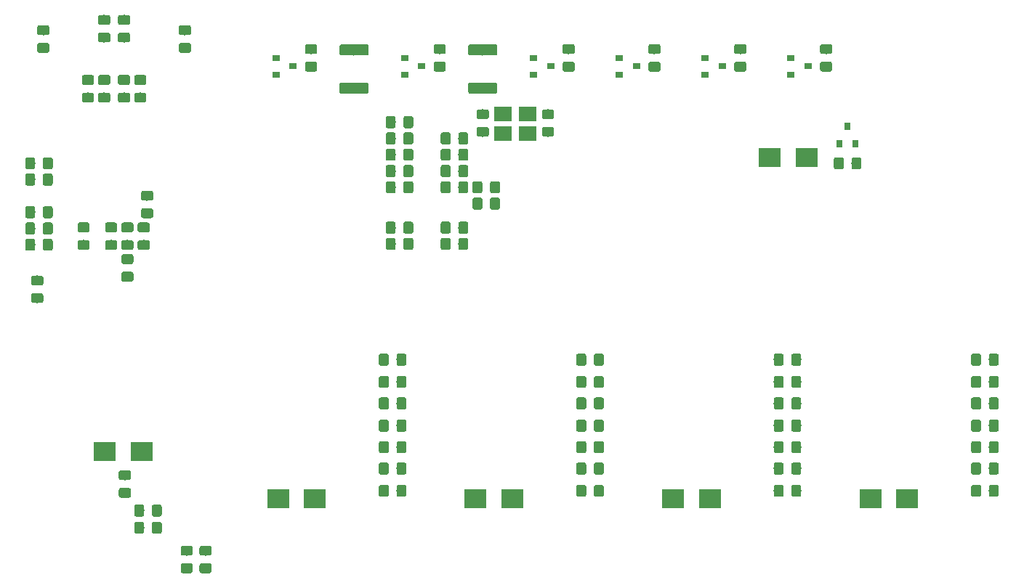
<source format=gbp>
G04 #@! TF.GenerationSoftware,KiCad,Pcbnew,5.0.2-bee76a0~70~ubuntu18.04.1*
G04 #@! TF.CreationDate,2019-04-28T14:18:51+03:00*
G04 #@! TF.ProjectId,LED_controller,4c45445f-636f-46e7-9472-6f6c6c65722e,rev?*
G04 #@! TF.SameCoordinates,Original*
G04 #@! TF.FileFunction,Paste,Bot*
G04 #@! TF.FilePolarity,Positive*
%FSLAX45Y45*%
G04 Gerber Fmt 4.5, Leading zero omitted, Abs format (unit mm)*
G04 Created by KiCad (PCBNEW 5.0.2-bee76a0~70~ubuntu18.04.1) date Вс 28 апр 2019 14:18:51*
%MOMM*%
%LPD*%
G01*
G04 APERTURE LIST*
%ADD10R,2.500000X2.300000*%
%ADD11R,0.800000X0.900000*%
%ADD12C,0.200000*%
%ADD13C,1.150000*%
%ADD14R,0.900000X0.800000*%
%ADD15C,1.300000*%
%ADD16R,2.100000X1.800000*%
G04 APERTURE END LIST*
D10*
G04 #@! TO.C,D16*
X14825000Y-6960000D03*
X14395000Y-6960000D03*
G04 #@! TD*
D11*
G04 #@! TO.C,Q1*
X15300000Y-6600000D03*
X15205000Y-6800000D03*
X15395000Y-6800000D03*
G04 #@! TD*
D12*
G04 #@! TO.C,R74*
G36*
X15437450Y-6960120D02*
X15439877Y-6960480D01*
X15442257Y-6961076D01*
X15444567Y-6961903D01*
X15446785Y-6962952D01*
X15448889Y-6964213D01*
X15450860Y-6965675D01*
X15452678Y-6967322D01*
X15454325Y-6969140D01*
X15455787Y-6971111D01*
X15457048Y-6973215D01*
X15458097Y-6975433D01*
X15458923Y-6977743D01*
X15459520Y-6980123D01*
X15459880Y-6982549D01*
X15460000Y-6985000D01*
X15460000Y-7075000D01*
X15459880Y-7077450D01*
X15459520Y-7079877D01*
X15458923Y-7082257D01*
X15458097Y-7084567D01*
X15457048Y-7086785D01*
X15455787Y-7088889D01*
X15454325Y-7090860D01*
X15452678Y-7092678D01*
X15450860Y-7094325D01*
X15448889Y-7095787D01*
X15446785Y-7097048D01*
X15444567Y-7098097D01*
X15442257Y-7098923D01*
X15439877Y-7099520D01*
X15437450Y-7099880D01*
X15435000Y-7100000D01*
X15370000Y-7100000D01*
X15367549Y-7099880D01*
X15365123Y-7099520D01*
X15362743Y-7098923D01*
X15360433Y-7098097D01*
X15358215Y-7097048D01*
X15356111Y-7095787D01*
X15354140Y-7094325D01*
X15352322Y-7092678D01*
X15350675Y-7090860D01*
X15349213Y-7088889D01*
X15347952Y-7086785D01*
X15346903Y-7084567D01*
X15346076Y-7082257D01*
X15345480Y-7079877D01*
X15345120Y-7077450D01*
X15345000Y-7075000D01*
X15345000Y-6985000D01*
X15345120Y-6982549D01*
X15345480Y-6980123D01*
X15346076Y-6977743D01*
X15346903Y-6975433D01*
X15347952Y-6973215D01*
X15349213Y-6971111D01*
X15350675Y-6969140D01*
X15352322Y-6967322D01*
X15354140Y-6965675D01*
X15356111Y-6964213D01*
X15358215Y-6962952D01*
X15360433Y-6961903D01*
X15362743Y-6961076D01*
X15365123Y-6960480D01*
X15367549Y-6960120D01*
X15370000Y-6960000D01*
X15435000Y-6960000D01*
X15437450Y-6960120D01*
X15437450Y-6960120D01*
G37*
D13*
X15402500Y-7030000D03*
D12*
G36*
X15232450Y-6960120D02*
X15234877Y-6960480D01*
X15237257Y-6961076D01*
X15239567Y-6961903D01*
X15241785Y-6962952D01*
X15243889Y-6964213D01*
X15245860Y-6965675D01*
X15247678Y-6967322D01*
X15249325Y-6969140D01*
X15250787Y-6971111D01*
X15252048Y-6973215D01*
X15253097Y-6975433D01*
X15253923Y-6977743D01*
X15254520Y-6980123D01*
X15254880Y-6982549D01*
X15255000Y-6985000D01*
X15255000Y-7075000D01*
X15254880Y-7077450D01*
X15254520Y-7079877D01*
X15253923Y-7082257D01*
X15253097Y-7084567D01*
X15252048Y-7086785D01*
X15250787Y-7088889D01*
X15249325Y-7090860D01*
X15247678Y-7092678D01*
X15245860Y-7094325D01*
X15243889Y-7095787D01*
X15241785Y-7097048D01*
X15239567Y-7098097D01*
X15237257Y-7098923D01*
X15234877Y-7099520D01*
X15232450Y-7099880D01*
X15230000Y-7100000D01*
X15165000Y-7100000D01*
X15162549Y-7099880D01*
X15160123Y-7099520D01*
X15157743Y-7098923D01*
X15155433Y-7098097D01*
X15153215Y-7097048D01*
X15151111Y-7095787D01*
X15149140Y-7094325D01*
X15147322Y-7092678D01*
X15145675Y-7090860D01*
X15144213Y-7088889D01*
X15142952Y-7086785D01*
X15141903Y-7084567D01*
X15141076Y-7082257D01*
X15140480Y-7079877D01*
X15140120Y-7077450D01*
X15140000Y-7075000D01*
X15140000Y-6985000D01*
X15140120Y-6982549D01*
X15140480Y-6980123D01*
X15141076Y-6977743D01*
X15141903Y-6975433D01*
X15142952Y-6973215D01*
X15144213Y-6971111D01*
X15145675Y-6969140D01*
X15147322Y-6967322D01*
X15149140Y-6965675D01*
X15151111Y-6964213D01*
X15153215Y-6962952D01*
X15155433Y-6961903D01*
X15157743Y-6961076D01*
X15160123Y-6960480D01*
X15162549Y-6960120D01*
X15165000Y-6960000D01*
X15230000Y-6960000D01*
X15232450Y-6960120D01*
X15232450Y-6960120D01*
G37*
D13*
X15197500Y-7030000D03*
G04 #@! TD*
D14*
G04 #@! TO.C,D7*
X10340000Y-5900000D03*
X10140000Y-5805000D03*
X10140000Y-5995000D03*
G04 #@! TD*
D12*
G04 #@! TO.C,R14*
G36*
X10597451Y-5845120D02*
X10599877Y-5845480D01*
X10602257Y-5846076D01*
X10604567Y-5846903D01*
X10606785Y-5847952D01*
X10608889Y-5849213D01*
X10610860Y-5850675D01*
X10612678Y-5852322D01*
X10614325Y-5854140D01*
X10615787Y-5856111D01*
X10617048Y-5858215D01*
X10618097Y-5860433D01*
X10618924Y-5862743D01*
X10619520Y-5865123D01*
X10619880Y-5867549D01*
X10620000Y-5870000D01*
X10620000Y-5935000D01*
X10619880Y-5937450D01*
X10619520Y-5939877D01*
X10618924Y-5942257D01*
X10618097Y-5944567D01*
X10617048Y-5946785D01*
X10615787Y-5948889D01*
X10614325Y-5950860D01*
X10612678Y-5952678D01*
X10610860Y-5954325D01*
X10608889Y-5955787D01*
X10606785Y-5957048D01*
X10604567Y-5958097D01*
X10602257Y-5958923D01*
X10599877Y-5959520D01*
X10597451Y-5959880D01*
X10595000Y-5960000D01*
X10505000Y-5960000D01*
X10502550Y-5959880D01*
X10500123Y-5959520D01*
X10497743Y-5958923D01*
X10495433Y-5958097D01*
X10493215Y-5957048D01*
X10491111Y-5955787D01*
X10489140Y-5954325D01*
X10487322Y-5952678D01*
X10485675Y-5950860D01*
X10484213Y-5948889D01*
X10482952Y-5946785D01*
X10481903Y-5944567D01*
X10481077Y-5942257D01*
X10480480Y-5939877D01*
X10480120Y-5937450D01*
X10480000Y-5935000D01*
X10480000Y-5870000D01*
X10480120Y-5867549D01*
X10480480Y-5865123D01*
X10481077Y-5862743D01*
X10481903Y-5860433D01*
X10482952Y-5858215D01*
X10484213Y-5856111D01*
X10485675Y-5854140D01*
X10487322Y-5852322D01*
X10489140Y-5850675D01*
X10491111Y-5849213D01*
X10493215Y-5847952D01*
X10495433Y-5846903D01*
X10497743Y-5846076D01*
X10500123Y-5845480D01*
X10502550Y-5845120D01*
X10505000Y-5845000D01*
X10595000Y-5845000D01*
X10597451Y-5845120D01*
X10597451Y-5845120D01*
G37*
D13*
X10550000Y-5902500D03*
D12*
G36*
X10597451Y-5640120D02*
X10599877Y-5640480D01*
X10602257Y-5641076D01*
X10604567Y-5641903D01*
X10606785Y-5642952D01*
X10608889Y-5644213D01*
X10610860Y-5645675D01*
X10612678Y-5647322D01*
X10614325Y-5649140D01*
X10615787Y-5651111D01*
X10617048Y-5653215D01*
X10618097Y-5655433D01*
X10618924Y-5657743D01*
X10619520Y-5660123D01*
X10619880Y-5662549D01*
X10620000Y-5665000D01*
X10620000Y-5730000D01*
X10619880Y-5732450D01*
X10619520Y-5734877D01*
X10618924Y-5737257D01*
X10618097Y-5739567D01*
X10617048Y-5741785D01*
X10615787Y-5743889D01*
X10614325Y-5745860D01*
X10612678Y-5747678D01*
X10610860Y-5749325D01*
X10608889Y-5750787D01*
X10606785Y-5752048D01*
X10604567Y-5753097D01*
X10602257Y-5753923D01*
X10599877Y-5754520D01*
X10597451Y-5754880D01*
X10595000Y-5755000D01*
X10505000Y-5755000D01*
X10502550Y-5754880D01*
X10500123Y-5754520D01*
X10497743Y-5753923D01*
X10495433Y-5753097D01*
X10493215Y-5752048D01*
X10491111Y-5750787D01*
X10489140Y-5749325D01*
X10487322Y-5747678D01*
X10485675Y-5745860D01*
X10484213Y-5743889D01*
X10482952Y-5741785D01*
X10481903Y-5739567D01*
X10481077Y-5737257D01*
X10480480Y-5734877D01*
X10480120Y-5732450D01*
X10480000Y-5730000D01*
X10480000Y-5665000D01*
X10480120Y-5662549D01*
X10480480Y-5660123D01*
X10481077Y-5657743D01*
X10481903Y-5655433D01*
X10482952Y-5653215D01*
X10484213Y-5651111D01*
X10485675Y-5649140D01*
X10487322Y-5647322D01*
X10489140Y-5645675D01*
X10491111Y-5644213D01*
X10493215Y-5642952D01*
X10495433Y-5641903D01*
X10497743Y-5641076D01*
X10500123Y-5640480D01*
X10502550Y-5640120D01*
X10505000Y-5640000D01*
X10595000Y-5640000D01*
X10597451Y-5640120D01*
X10597451Y-5640120D01*
G37*
D13*
X10550000Y-5697500D03*
G04 #@! TD*
D12*
G04 #@! TO.C,F3*
G36*
X11197450Y-6087620D02*
X11199877Y-6087980D01*
X11202257Y-6088576D01*
X11204567Y-6089403D01*
X11206785Y-6090452D01*
X11208889Y-6091713D01*
X11210860Y-6093175D01*
X11212678Y-6094822D01*
X11214325Y-6096640D01*
X11215787Y-6098611D01*
X11217048Y-6100715D01*
X11218097Y-6102933D01*
X11218923Y-6105243D01*
X11219520Y-6107623D01*
X11219880Y-6110050D01*
X11220000Y-6112500D01*
X11220000Y-6192500D01*
X11219880Y-6194950D01*
X11219520Y-6197377D01*
X11218923Y-6199757D01*
X11218097Y-6202067D01*
X11217048Y-6204285D01*
X11215787Y-6206389D01*
X11214325Y-6208360D01*
X11212678Y-6210178D01*
X11210860Y-6211825D01*
X11208889Y-6213287D01*
X11206785Y-6214548D01*
X11204567Y-6215597D01*
X11202257Y-6216423D01*
X11199877Y-6217020D01*
X11197450Y-6217380D01*
X11195000Y-6217500D01*
X10905000Y-6217500D01*
X10902550Y-6217380D01*
X10900123Y-6217020D01*
X10897743Y-6216423D01*
X10895433Y-6215597D01*
X10893215Y-6214548D01*
X10891111Y-6213287D01*
X10889140Y-6211825D01*
X10887322Y-6210178D01*
X10885675Y-6208360D01*
X10884213Y-6206389D01*
X10882952Y-6204285D01*
X10881903Y-6202067D01*
X10881077Y-6199757D01*
X10880480Y-6197377D01*
X10880120Y-6194950D01*
X10880000Y-6192500D01*
X10880000Y-6112500D01*
X10880120Y-6110050D01*
X10880480Y-6107623D01*
X10881077Y-6105243D01*
X10881903Y-6102933D01*
X10882952Y-6100715D01*
X10884213Y-6098611D01*
X10885675Y-6096640D01*
X10887322Y-6094822D01*
X10889140Y-6093175D01*
X10891111Y-6091713D01*
X10893215Y-6090452D01*
X10895433Y-6089403D01*
X10897743Y-6088576D01*
X10900123Y-6087980D01*
X10902550Y-6087620D01*
X10905000Y-6087500D01*
X11195000Y-6087500D01*
X11197450Y-6087620D01*
X11197450Y-6087620D01*
G37*
D15*
X11050000Y-6152500D03*
D12*
G36*
X11197450Y-5642620D02*
X11199877Y-5642980D01*
X11202257Y-5643576D01*
X11204567Y-5644403D01*
X11206785Y-5645452D01*
X11208889Y-5646713D01*
X11210860Y-5648175D01*
X11212678Y-5649822D01*
X11214325Y-5651640D01*
X11215787Y-5653611D01*
X11217048Y-5655715D01*
X11218097Y-5657933D01*
X11218923Y-5660243D01*
X11219520Y-5662623D01*
X11219880Y-5665050D01*
X11220000Y-5667500D01*
X11220000Y-5747500D01*
X11219880Y-5749950D01*
X11219520Y-5752377D01*
X11218923Y-5754757D01*
X11218097Y-5757067D01*
X11217048Y-5759285D01*
X11215787Y-5761389D01*
X11214325Y-5763360D01*
X11212678Y-5765178D01*
X11210860Y-5766825D01*
X11208889Y-5768287D01*
X11206785Y-5769548D01*
X11204567Y-5770597D01*
X11202257Y-5771423D01*
X11199877Y-5772020D01*
X11197450Y-5772380D01*
X11195000Y-5772500D01*
X10905000Y-5772500D01*
X10902550Y-5772380D01*
X10900123Y-5772020D01*
X10897743Y-5771423D01*
X10895433Y-5770597D01*
X10893215Y-5769548D01*
X10891111Y-5768287D01*
X10889140Y-5766825D01*
X10887322Y-5765178D01*
X10885675Y-5763360D01*
X10884213Y-5761389D01*
X10882952Y-5759285D01*
X10881903Y-5757067D01*
X10881077Y-5754757D01*
X10880480Y-5752377D01*
X10880120Y-5749950D01*
X10880000Y-5747500D01*
X10880000Y-5667500D01*
X10880120Y-5665050D01*
X10880480Y-5662623D01*
X10881077Y-5660243D01*
X10881903Y-5657933D01*
X10882952Y-5655715D01*
X10884213Y-5653611D01*
X10885675Y-5651640D01*
X10887322Y-5649822D01*
X10889140Y-5648175D01*
X10891111Y-5646713D01*
X10893215Y-5645452D01*
X10895433Y-5644403D01*
X10897743Y-5643576D01*
X10900123Y-5642980D01*
X10902550Y-5642620D01*
X10905000Y-5642500D01*
X11195000Y-5642500D01*
X11197450Y-5642620D01*
X11197450Y-5642620D01*
G37*
D15*
X11050000Y-5707500D03*
G04 #@! TD*
D10*
G04 #@! TO.C,D1*
X6645000Y-10390000D03*
X7075000Y-10390000D03*
G04 #@! TD*
D12*
G04 #@! TO.C,R8*
G36*
X7867450Y-11490120D02*
X7869877Y-11490480D01*
X7872257Y-11491076D01*
X7874567Y-11491903D01*
X7876785Y-11492952D01*
X7878889Y-11494213D01*
X7880860Y-11495675D01*
X7882678Y-11497322D01*
X7884325Y-11499140D01*
X7885787Y-11501111D01*
X7887048Y-11503215D01*
X7888097Y-11505433D01*
X7888923Y-11507743D01*
X7889520Y-11510123D01*
X7889880Y-11512549D01*
X7890000Y-11515000D01*
X7890000Y-11580000D01*
X7889880Y-11582450D01*
X7889520Y-11584877D01*
X7888923Y-11587257D01*
X7888097Y-11589567D01*
X7887048Y-11591785D01*
X7885787Y-11593889D01*
X7884325Y-11595860D01*
X7882678Y-11597678D01*
X7880860Y-11599325D01*
X7878889Y-11600787D01*
X7876785Y-11602048D01*
X7874567Y-11603097D01*
X7872257Y-11603923D01*
X7869877Y-11604520D01*
X7867450Y-11604880D01*
X7865000Y-11605000D01*
X7775000Y-11605000D01*
X7772549Y-11604880D01*
X7770123Y-11604520D01*
X7767743Y-11603923D01*
X7765433Y-11603097D01*
X7763215Y-11602048D01*
X7761111Y-11600787D01*
X7759140Y-11599325D01*
X7757322Y-11597678D01*
X7755675Y-11595860D01*
X7754213Y-11593889D01*
X7752952Y-11591785D01*
X7751903Y-11589567D01*
X7751076Y-11587257D01*
X7750480Y-11584877D01*
X7750120Y-11582450D01*
X7750000Y-11580000D01*
X7750000Y-11515000D01*
X7750120Y-11512549D01*
X7750480Y-11510123D01*
X7751076Y-11507743D01*
X7751903Y-11505433D01*
X7752952Y-11503215D01*
X7754213Y-11501111D01*
X7755675Y-11499140D01*
X7757322Y-11497322D01*
X7759140Y-11495675D01*
X7761111Y-11494213D01*
X7763215Y-11492952D01*
X7765433Y-11491903D01*
X7767743Y-11491076D01*
X7770123Y-11490480D01*
X7772549Y-11490120D01*
X7775000Y-11490000D01*
X7865000Y-11490000D01*
X7867450Y-11490120D01*
X7867450Y-11490120D01*
G37*
D13*
X7820000Y-11547500D03*
D12*
G36*
X7867450Y-11695120D02*
X7869877Y-11695480D01*
X7872257Y-11696076D01*
X7874567Y-11696903D01*
X7876785Y-11697952D01*
X7878889Y-11699213D01*
X7880860Y-11700675D01*
X7882678Y-11702322D01*
X7884325Y-11704140D01*
X7885787Y-11706111D01*
X7887048Y-11708215D01*
X7888097Y-11710433D01*
X7888923Y-11712743D01*
X7889520Y-11715123D01*
X7889880Y-11717549D01*
X7890000Y-11720000D01*
X7890000Y-11785000D01*
X7889880Y-11787450D01*
X7889520Y-11789877D01*
X7888923Y-11792257D01*
X7888097Y-11794567D01*
X7887048Y-11796785D01*
X7885787Y-11798889D01*
X7884325Y-11800860D01*
X7882678Y-11802678D01*
X7880860Y-11804325D01*
X7878889Y-11805787D01*
X7876785Y-11807048D01*
X7874567Y-11808097D01*
X7872257Y-11808923D01*
X7869877Y-11809520D01*
X7867450Y-11809880D01*
X7865000Y-11810000D01*
X7775000Y-11810000D01*
X7772549Y-11809880D01*
X7770123Y-11809520D01*
X7767743Y-11808923D01*
X7765433Y-11808097D01*
X7763215Y-11807048D01*
X7761111Y-11805787D01*
X7759140Y-11804325D01*
X7757322Y-11802678D01*
X7755675Y-11800860D01*
X7754213Y-11798889D01*
X7752952Y-11796785D01*
X7751903Y-11794567D01*
X7751076Y-11792257D01*
X7750480Y-11789877D01*
X7750120Y-11787450D01*
X7750000Y-11785000D01*
X7750000Y-11720000D01*
X7750120Y-11717549D01*
X7750480Y-11715123D01*
X7751076Y-11712743D01*
X7751903Y-11710433D01*
X7752952Y-11708215D01*
X7754213Y-11706111D01*
X7755675Y-11704140D01*
X7757322Y-11702322D01*
X7759140Y-11700675D01*
X7761111Y-11699213D01*
X7763215Y-11697952D01*
X7765433Y-11696903D01*
X7767743Y-11696076D01*
X7770123Y-11695480D01*
X7772549Y-11695120D01*
X7775000Y-11695000D01*
X7865000Y-11695000D01*
X7867450Y-11695120D01*
X7867450Y-11695120D01*
G37*
D13*
X7820000Y-11752500D03*
G04 #@! TD*
D12*
G04 #@! TO.C,C31*
G36*
X10652451Y-7240120D02*
X10654877Y-7240480D01*
X10657257Y-7241076D01*
X10659567Y-7241903D01*
X10661785Y-7242952D01*
X10663889Y-7244213D01*
X10665860Y-7245675D01*
X10667678Y-7247322D01*
X10669325Y-7249140D01*
X10670787Y-7251111D01*
X10672048Y-7253215D01*
X10673097Y-7255433D01*
X10673924Y-7257743D01*
X10674520Y-7260123D01*
X10674880Y-7262549D01*
X10675000Y-7265000D01*
X10675000Y-7355000D01*
X10674880Y-7357450D01*
X10674520Y-7359877D01*
X10673924Y-7362257D01*
X10673097Y-7364567D01*
X10672048Y-7366785D01*
X10670787Y-7368889D01*
X10669325Y-7370860D01*
X10667678Y-7372678D01*
X10665860Y-7374325D01*
X10663889Y-7375787D01*
X10661785Y-7377048D01*
X10659567Y-7378097D01*
X10657257Y-7378923D01*
X10654877Y-7379520D01*
X10652451Y-7379880D01*
X10650000Y-7380000D01*
X10585000Y-7380000D01*
X10582550Y-7379880D01*
X10580123Y-7379520D01*
X10577743Y-7378923D01*
X10575433Y-7378097D01*
X10573215Y-7377048D01*
X10571111Y-7375787D01*
X10569140Y-7374325D01*
X10567322Y-7372678D01*
X10565675Y-7370860D01*
X10564213Y-7368889D01*
X10562952Y-7366785D01*
X10561903Y-7364567D01*
X10561077Y-7362257D01*
X10560480Y-7359877D01*
X10560120Y-7357450D01*
X10560000Y-7355000D01*
X10560000Y-7265000D01*
X10560120Y-7262549D01*
X10560480Y-7260123D01*
X10561077Y-7257743D01*
X10561903Y-7255433D01*
X10562952Y-7253215D01*
X10564213Y-7251111D01*
X10565675Y-7249140D01*
X10567322Y-7247322D01*
X10569140Y-7245675D01*
X10571111Y-7244213D01*
X10573215Y-7242952D01*
X10575433Y-7241903D01*
X10577743Y-7241076D01*
X10580123Y-7240480D01*
X10582550Y-7240120D01*
X10585000Y-7240000D01*
X10650000Y-7240000D01*
X10652451Y-7240120D01*
X10652451Y-7240120D01*
G37*
D13*
X10617500Y-7310000D03*
D12*
G36*
X10857451Y-7240120D02*
X10859877Y-7240480D01*
X10862257Y-7241076D01*
X10864567Y-7241903D01*
X10866785Y-7242952D01*
X10868889Y-7244213D01*
X10870860Y-7245675D01*
X10872678Y-7247322D01*
X10874325Y-7249140D01*
X10875787Y-7251111D01*
X10877048Y-7253215D01*
X10878097Y-7255433D01*
X10878924Y-7257743D01*
X10879520Y-7260123D01*
X10879880Y-7262549D01*
X10880000Y-7265000D01*
X10880000Y-7355000D01*
X10879880Y-7357450D01*
X10879520Y-7359877D01*
X10878924Y-7362257D01*
X10878097Y-7364567D01*
X10877048Y-7366785D01*
X10875787Y-7368889D01*
X10874325Y-7370860D01*
X10872678Y-7372678D01*
X10870860Y-7374325D01*
X10868889Y-7375787D01*
X10866785Y-7377048D01*
X10864567Y-7378097D01*
X10862257Y-7378923D01*
X10859877Y-7379520D01*
X10857451Y-7379880D01*
X10855000Y-7380000D01*
X10790000Y-7380000D01*
X10787550Y-7379880D01*
X10785123Y-7379520D01*
X10782743Y-7378923D01*
X10780433Y-7378097D01*
X10778215Y-7377048D01*
X10776111Y-7375787D01*
X10774140Y-7374325D01*
X10772322Y-7372678D01*
X10770675Y-7370860D01*
X10769213Y-7368889D01*
X10767952Y-7366785D01*
X10766903Y-7364567D01*
X10766077Y-7362257D01*
X10765480Y-7359877D01*
X10765120Y-7357450D01*
X10765000Y-7355000D01*
X10765000Y-7265000D01*
X10765120Y-7262549D01*
X10765480Y-7260123D01*
X10766077Y-7257743D01*
X10766903Y-7255433D01*
X10767952Y-7253215D01*
X10769213Y-7251111D01*
X10770675Y-7249140D01*
X10772322Y-7247322D01*
X10774140Y-7245675D01*
X10776111Y-7244213D01*
X10778215Y-7242952D01*
X10780433Y-7241903D01*
X10782743Y-7241076D01*
X10785123Y-7240480D01*
X10787550Y-7240120D01*
X10790000Y-7240000D01*
X10855000Y-7240000D01*
X10857451Y-7240120D01*
X10857451Y-7240120D01*
G37*
D13*
X10822500Y-7310000D03*
G04 #@! TD*
D12*
G04 #@! TO.C,C41*
G36*
X11097451Y-6400120D02*
X11099877Y-6400480D01*
X11102257Y-6401076D01*
X11104567Y-6401903D01*
X11106785Y-6402952D01*
X11108889Y-6404213D01*
X11110860Y-6405675D01*
X11112678Y-6407322D01*
X11114325Y-6409140D01*
X11115787Y-6411111D01*
X11117048Y-6413215D01*
X11118097Y-6415433D01*
X11118924Y-6417743D01*
X11119520Y-6420123D01*
X11119880Y-6422549D01*
X11120000Y-6425000D01*
X11120000Y-6490000D01*
X11119880Y-6492450D01*
X11119520Y-6494877D01*
X11118924Y-6497257D01*
X11118097Y-6499567D01*
X11117048Y-6501785D01*
X11115787Y-6503889D01*
X11114325Y-6505860D01*
X11112678Y-6507678D01*
X11110860Y-6509325D01*
X11108889Y-6510787D01*
X11106785Y-6512048D01*
X11104567Y-6513097D01*
X11102257Y-6513923D01*
X11099877Y-6514520D01*
X11097451Y-6514880D01*
X11095000Y-6515000D01*
X11005000Y-6515000D01*
X11002550Y-6514880D01*
X11000123Y-6514520D01*
X10997743Y-6513923D01*
X10995433Y-6513097D01*
X10993215Y-6512048D01*
X10991111Y-6510787D01*
X10989140Y-6509325D01*
X10987322Y-6507678D01*
X10985675Y-6505860D01*
X10984213Y-6503889D01*
X10982952Y-6501785D01*
X10981903Y-6499567D01*
X10981077Y-6497257D01*
X10980480Y-6494877D01*
X10980120Y-6492450D01*
X10980000Y-6490000D01*
X10980000Y-6425000D01*
X10980120Y-6422549D01*
X10980480Y-6420123D01*
X10981077Y-6417743D01*
X10981903Y-6415433D01*
X10982952Y-6413215D01*
X10984213Y-6411111D01*
X10985675Y-6409140D01*
X10987322Y-6407322D01*
X10989140Y-6405675D01*
X10991111Y-6404213D01*
X10993215Y-6402952D01*
X10995433Y-6401903D01*
X10997743Y-6401076D01*
X11000123Y-6400480D01*
X11002550Y-6400120D01*
X11005000Y-6400000D01*
X11095000Y-6400000D01*
X11097451Y-6400120D01*
X11097451Y-6400120D01*
G37*
D13*
X11050000Y-6457500D03*
D12*
G36*
X11097451Y-6605120D02*
X11099877Y-6605480D01*
X11102257Y-6606076D01*
X11104567Y-6606903D01*
X11106785Y-6607952D01*
X11108889Y-6609213D01*
X11110860Y-6610675D01*
X11112678Y-6612322D01*
X11114325Y-6614140D01*
X11115787Y-6616111D01*
X11117048Y-6618215D01*
X11118097Y-6620433D01*
X11118924Y-6622743D01*
X11119520Y-6625123D01*
X11119880Y-6627549D01*
X11120000Y-6630000D01*
X11120000Y-6695000D01*
X11119880Y-6697450D01*
X11119520Y-6699877D01*
X11118924Y-6702257D01*
X11118097Y-6704567D01*
X11117048Y-6706785D01*
X11115787Y-6708889D01*
X11114325Y-6710860D01*
X11112678Y-6712678D01*
X11110860Y-6714325D01*
X11108889Y-6715787D01*
X11106785Y-6717048D01*
X11104567Y-6718097D01*
X11102257Y-6718923D01*
X11099877Y-6719520D01*
X11097451Y-6719880D01*
X11095000Y-6720000D01*
X11005000Y-6720000D01*
X11002550Y-6719880D01*
X11000123Y-6719520D01*
X10997743Y-6718923D01*
X10995433Y-6718097D01*
X10993215Y-6717048D01*
X10991111Y-6715787D01*
X10989140Y-6714325D01*
X10987322Y-6712678D01*
X10985675Y-6710860D01*
X10984213Y-6708889D01*
X10982952Y-6706785D01*
X10981903Y-6704567D01*
X10981077Y-6702257D01*
X10980480Y-6699877D01*
X10980120Y-6697450D01*
X10980000Y-6695000D01*
X10980000Y-6630000D01*
X10980120Y-6627549D01*
X10980480Y-6625123D01*
X10981077Y-6622743D01*
X10981903Y-6620433D01*
X10982952Y-6618215D01*
X10984213Y-6616111D01*
X10985675Y-6614140D01*
X10987322Y-6612322D01*
X10989140Y-6610675D01*
X10991111Y-6609213D01*
X10993215Y-6607952D01*
X10995433Y-6606903D01*
X10997743Y-6606076D01*
X11000123Y-6605480D01*
X11002550Y-6605120D01*
X11005000Y-6605000D01*
X11095000Y-6605000D01*
X11097451Y-6605120D01*
X11097451Y-6605120D01*
G37*
D13*
X11050000Y-6662500D03*
G04 #@! TD*
D12*
G04 #@! TO.C,C40*
G36*
X11857450Y-6605120D02*
X11859877Y-6605480D01*
X11862257Y-6606076D01*
X11864567Y-6606903D01*
X11866785Y-6607952D01*
X11868889Y-6609213D01*
X11870860Y-6610675D01*
X11872678Y-6612322D01*
X11874325Y-6614140D01*
X11875787Y-6616111D01*
X11877048Y-6618215D01*
X11878097Y-6620433D01*
X11878923Y-6622743D01*
X11879520Y-6625123D01*
X11879880Y-6627549D01*
X11880000Y-6630000D01*
X11880000Y-6695000D01*
X11879880Y-6697450D01*
X11879520Y-6699877D01*
X11878923Y-6702257D01*
X11878097Y-6704567D01*
X11877048Y-6706785D01*
X11875787Y-6708889D01*
X11874325Y-6710860D01*
X11872678Y-6712678D01*
X11870860Y-6714325D01*
X11868889Y-6715787D01*
X11866785Y-6717048D01*
X11864567Y-6718097D01*
X11862257Y-6718923D01*
X11859877Y-6719520D01*
X11857450Y-6719880D01*
X11855000Y-6720000D01*
X11765000Y-6720000D01*
X11762549Y-6719880D01*
X11760123Y-6719520D01*
X11757743Y-6718923D01*
X11755433Y-6718097D01*
X11753215Y-6717048D01*
X11751111Y-6715787D01*
X11749140Y-6714325D01*
X11747322Y-6712678D01*
X11745675Y-6710860D01*
X11744213Y-6708889D01*
X11742952Y-6706785D01*
X11741903Y-6704567D01*
X11741076Y-6702257D01*
X11740480Y-6699877D01*
X11740120Y-6697450D01*
X11740000Y-6695000D01*
X11740000Y-6630000D01*
X11740120Y-6627549D01*
X11740480Y-6625123D01*
X11741076Y-6622743D01*
X11741903Y-6620433D01*
X11742952Y-6618215D01*
X11744213Y-6616111D01*
X11745675Y-6614140D01*
X11747322Y-6612322D01*
X11749140Y-6610675D01*
X11751111Y-6609213D01*
X11753215Y-6607952D01*
X11755433Y-6606903D01*
X11757743Y-6606076D01*
X11760123Y-6605480D01*
X11762549Y-6605120D01*
X11765000Y-6605000D01*
X11855000Y-6605000D01*
X11857450Y-6605120D01*
X11857450Y-6605120D01*
G37*
D13*
X11810000Y-6662500D03*
D12*
G36*
X11857450Y-6400120D02*
X11859877Y-6400480D01*
X11862257Y-6401076D01*
X11864567Y-6401903D01*
X11866785Y-6402952D01*
X11868889Y-6404213D01*
X11870860Y-6405675D01*
X11872678Y-6407322D01*
X11874325Y-6409140D01*
X11875787Y-6411111D01*
X11877048Y-6413215D01*
X11878097Y-6415433D01*
X11878923Y-6417743D01*
X11879520Y-6420123D01*
X11879880Y-6422549D01*
X11880000Y-6425000D01*
X11880000Y-6490000D01*
X11879880Y-6492450D01*
X11879520Y-6494877D01*
X11878923Y-6497257D01*
X11878097Y-6499567D01*
X11877048Y-6501785D01*
X11875787Y-6503889D01*
X11874325Y-6505860D01*
X11872678Y-6507678D01*
X11870860Y-6509325D01*
X11868889Y-6510787D01*
X11866785Y-6512048D01*
X11864567Y-6513097D01*
X11862257Y-6513923D01*
X11859877Y-6514520D01*
X11857450Y-6514880D01*
X11855000Y-6515000D01*
X11765000Y-6515000D01*
X11762549Y-6514880D01*
X11760123Y-6514520D01*
X11757743Y-6513923D01*
X11755433Y-6513097D01*
X11753215Y-6512048D01*
X11751111Y-6510787D01*
X11749140Y-6509325D01*
X11747322Y-6507678D01*
X11745675Y-6505860D01*
X11744213Y-6503889D01*
X11742952Y-6501785D01*
X11741903Y-6499567D01*
X11741076Y-6497257D01*
X11740480Y-6494877D01*
X11740120Y-6492450D01*
X11740000Y-6490000D01*
X11740000Y-6425000D01*
X11740120Y-6422549D01*
X11740480Y-6420123D01*
X11741076Y-6417743D01*
X11741903Y-6415433D01*
X11742952Y-6413215D01*
X11744213Y-6411111D01*
X11745675Y-6409140D01*
X11747322Y-6407322D01*
X11749140Y-6405675D01*
X11751111Y-6404213D01*
X11753215Y-6402952D01*
X11755433Y-6401903D01*
X11757743Y-6401076D01*
X11760123Y-6400480D01*
X11762549Y-6400120D01*
X11765000Y-6400000D01*
X11855000Y-6400000D01*
X11857450Y-6400120D01*
X11857450Y-6400120D01*
G37*
D13*
X11810000Y-6457500D03*
G04 #@! TD*
D12*
G04 #@! TO.C,C3*
G36*
X6927450Y-10610120D02*
X6929877Y-10610480D01*
X6932257Y-10611077D01*
X6934567Y-10611903D01*
X6936785Y-10612952D01*
X6938889Y-10614213D01*
X6940860Y-10615675D01*
X6942678Y-10617322D01*
X6944325Y-10619140D01*
X6945787Y-10621111D01*
X6947048Y-10623215D01*
X6948097Y-10625433D01*
X6948923Y-10627743D01*
X6949520Y-10630123D01*
X6949880Y-10632550D01*
X6950000Y-10635000D01*
X6950000Y-10700000D01*
X6949880Y-10702451D01*
X6949520Y-10704877D01*
X6948923Y-10707257D01*
X6948097Y-10709567D01*
X6947048Y-10711785D01*
X6945787Y-10713889D01*
X6944325Y-10715860D01*
X6942678Y-10717678D01*
X6940860Y-10719325D01*
X6938889Y-10720787D01*
X6936785Y-10722048D01*
X6934567Y-10723097D01*
X6932257Y-10723924D01*
X6929877Y-10724520D01*
X6927450Y-10724880D01*
X6925000Y-10725000D01*
X6835000Y-10725000D01*
X6832549Y-10724880D01*
X6830123Y-10724520D01*
X6827743Y-10723924D01*
X6825433Y-10723097D01*
X6823215Y-10722048D01*
X6821111Y-10720787D01*
X6819140Y-10719325D01*
X6817322Y-10717678D01*
X6815675Y-10715860D01*
X6814213Y-10713889D01*
X6812952Y-10711785D01*
X6811903Y-10709567D01*
X6811076Y-10707257D01*
X6810480Y-10704877D01*
X6810120Y-10702451D01*
X6810000Y-10700000D01*
X6810000Y-10635000D01*
X6810120Y-10632550D01*
X6810480Y-10630123D01*
X6811076Y-10627743D01*
X6811903Y-10625433D01*
X6812952Y-10623215D01*
X6814213Y-10621111D01*
X6815675Y-10619140D01*
X6817322Y-10617322D01*
X6819140Y-10615675D01*
X6821111Y-10614213D01*
X6823215Y-10612952D01*
X6825433Y-10611903D01*
X6827743Y-10611077D01*
X6830123Y-10610480D01*
X6832549Y-10610120D01*
X6835000Y-10610000D01*
X6925000Y-10610000D01*
X6927450Y-10610120D01*
X6927450Y-10610120D01*
G37*
D13*
X6880000Y-10667500D03*
D12*
G36*
X6927450Y-10815120D02*
X6929877Y-10815480D01*
X6932257Y-10816077D01*
X6934567Y-10816903D01*
X6936785Y-10817952D01*
X6938889Y-10819213D01*
X6940860Y-10820675D01*
X6942678Y-10822322D01*
X6944325Y-10824140D01*
X6945787Y-10826111D01*
X6947048Y-10828215D01*
X6948097Y-10830433D01*
X6948923Y-10832743D01*
X6949520Y-10835123D01*
X6949880Y-10837550D01*
X6950000Y-10840000D01*
X6950000Y-10905000D01*
X6949880Y-10907451D01*
X6949520Y-10909877D01*
X6948923Y-10912257D01*
X6948097Y-10914567D01*
X6947048Y-10916785D01*
X6945787Y-10918889D01*
X6944325Y-10920860D01*
X6942678Y-10922678D01*
X6940860Y-10924325D01*
X6938889Y-10925787D01*
X6936785Y-10927048D01*
X6934567Y-10928097D01*
X6932257Y-10928924D01*
X6929877Y-10929520D01*
X6927450Y-10929880D01*
X6925000Y-10930000D01*
X6835000Y-10930000D01*
X6832549Y-10929880D01*
X6830123Y-10929520D01*
X6827743Y-10928924D01*
X6825433Y-10928097D01*
X6823215Y-10927048D01*
X6821111Y-10925787D01*
X6819140Y-10924325D01*
X6817322Y-10922678D01*
X6815675Y-10920860D01*
X6814213Y-10918889D01*
X6812952Y-10916785D01*
X6811903Y-10914567D01*
X6811076Y-10912257D01*
X6810480Y-10909877D01*
X6810120Y-10907451D01*
X6810000Y-10905000D01*
X6810000Y-10840000D01*
X6810120Y-10837550D01*
X6810480Y-10835123D01*
X6811076Y-10832743D01*
X6811903Y-10830433D01*
X6812952Y-10828215D01*
X6814213Y-10826111D01*
X6815675Y-10824140D01*
X6817322Y-10822322D01*
X6819140Y-10820675D01*
X6821111Y-10819213D01*
X6823215Y-10817952D01*
X6825433Y-10816903D01*
X6827743Y-10816077D01*
X6830123Y-10815480D01*
X6832549Y-10815120D01*
X6835000Y-10815000D01*
X6925000Y-10815000D01*
X6927450Y-10815120D01*
X6927450Y-10815120D01*
G37*
D13*
X6880000Y-10872500D03*
G04 #@! TD*
D12*
G04 #@! TO.C,C38*
G36*
X10652451Y-6860120D02*
X10654877Y-6860480D01*
X10657257Y-6861076D01*
X10659567Y-6861903D01*
X10661785Y-6862952D01*
X10663889Y-6864213D01*
X10665860Y-6865675D01*
X10667678Y-6867322D01*
X10669325Y-6869140D01*
X10670787Y-6871111D01*
X10672048Y-6873215D01*
X10673097Y-6875433D01*
X10673924Y-6877743D01*
X10674520Y-6880123D01*
X10674880Y-6882549D01*
X10675000Y-6885000D01*
X10675000Y-6975000D01*
X10674880Y-6977450D01*
X10674520Y-6979877D01*
X10673924Y-6982257D01*
X10673097Y-6984567D01*
X10672048Y-6986785D01*
X10670787Y-6988889D01*
X10669325Y-6990860D01*
X10667678Y-6992678D01*
X10665860Y-6994325D01*
X10663889Y-6995787D01*
X10661785Y-6997048D01*
X10659567Y-6998097D01*
X10657257Y-6998923D01*
X10654877Y-6999520D01*
X10652451Y-6999880D01*
X10650000Y-7000000D01*
X10585000Y-7000000D01*
X10582550Y-6999880D01*
X10580123Y-6999520D01*
X10577743Y-6998923D01*
X10575433Y-6998097D01*
X10573215Y-6997048D01*
X10571111Y-6995787D01*
X10569140Y-6994325D01*
X10567322Y-6992678D01*
X10565675Y-6990860D01*
X10564213Y-6988889D01*
X10562952Y-6986785D01*
X10561903Y-6984567D01*
X10561077Y-6982257D01*
X10560480Y-6979877D01*
X10560120Y-6977450D01*
X10560000Y-6975000D01*
X10560000Y-6885000D01*
X10560120Y-6882549D01*
X10560480Y-6880123D01*
X10561077Y-6877743D01*
X10561903Y-6875433D01*
X10562952Y-6873215D01*
X10564213Y-6871111D01*
X10565675Y-6869140D01*
X10567322Y-6867322D01*
X10569140Y-6865675D01*
X10571111Y-6864213D01*
X10573215Y-6862952D01*
X10575433Y-6861903D01*
X10577743Y-6861076D01*
X10580123Y-6860480D01*
X10582550Y-6860120D01*
X10585000Y-6860000D01*
X10650000Y-6860000D01*
X10652451Y-6860120D01*
X10652451Y-6860120D01*
G37*
D13*
X10617500Y-6930000D03*
D12*
G36*
X10857451Y-6860120D02*
X10859877Y-6860480D01*
X10862257Y-6861076D01*
X10864567Y-6861903D01*
X10866785Y-6862952D01*
X10868889Y-6864213D01*
X10870860Y-6865675D01*
X10872678Y-6867322D01*
X10874325Y-6869140D01*
X10875787Y-6871111D01*
X10877048Y-6873215D01*
X10878097Y-6875433D01*
X10878924Y-6877743D01*
X10879520Y-6880123D01*
X10879880Y-6882549D01*
X10880000Y-6885000D01*
X10880000Y-6975000D01*
X10879880Y-6977450D01*
X10879520Y-6979877D01*
X10878924Y-6982257D01*
X10878097Y-6984567D01*
X10877048Y-6986785D01*
X10875787Y-6988889D01*
X10874325Y-6990860D01*
X10872678Y-6992678D01*
X10870860Y-6994325D01*
X10868889Y-6995787D01*
X10866785Y-6997048D01*
X10864567Y-6998097D01*
X10862257Y-6998923D01*
X10859877Y-6999520D01*
X10857451Y-6999880D01*
X10855000Y-7000000D01*
X10790000Y-7000000D01*
X10787550Y-6999880D01*
X10785123Y-6999520D01*
X10782743Y-6998923D01*
X10780433Y-6998097D01*
X10778215Y-6997048D01*
X10776111Y-6995787D01*
X10774140Y-6994325D01*
X10772322Y-6992678D01*
X10770675Y-6990860D01*
X10769213Y-6988889D01*
X10767952Y-6986785D01*
X10766903Y-6984567D01*
X10766077Y-6982257D01*
X10765480Y-6979877D01*
X10765120Y-6977450D01*
X10765000Y-6975000D01*
X10765000Y-6885000D01*
X10765120Y-6882549D01*
X10765480Y-6880123D01*
X10766077Y-6877743D01*
X10766903Y-6875433D01*
X10767952Y-6873215D01*
X10769213Y-6871111D01*
X10770675Y-6869140D01*
X10772322Y-6867322D01*
X10774140Y-6865675D01*
X10776111Y-6864213D01*
X10778215Y-6862952D01*
X10780433Y-6861903D01*
X10782743Y-6861076D01*
X10785123Y-6860480D01*
X10787550Y-6860120D01*
X10790000Y-6860000D01*
X10855000Y-6860000D01*
X10857451Y-6860120D01*
X10857451Y-6860120D01*
G37*
D13*
X10822500Y-6930000D03*
G04 #@! TD*
D12*
G04 #@! TO.C,C37*
G36*
X10652451Y-7710120D02*
X10654877Y-7710480D01*
X10657257Y-7711076D01*
X10659567Y-7711903D01*
X10661785Y-7712952D01*
X10663889Y-7714213D01*
X10665860Y-7715675D01*
X10667678Y-7717322D01*
X10669325Y-7719140D01*
X10670787Y-7721111D01*
X10672048Y-7723215D01*
X10673097Y-7725433D01*
X10673924Y-7727743D01*
X10674520Y-7730123D01*
X10674880Y-7732549D01*
X10675000Y-7735000D01*
X10675000Y-7825000D01*
X10674880Y-7827450D01*
X10674520Y-7829877D01*
X10673924Y-7832257D01*
X10673097Y-7834567D01*
X10672048Y-7836785D01*
X10670787Y-7838889D01*
X10669325Y-7840860D01*
X10667678Y-7842678D01*
X10665860Y-7844325D01*
X10663889Y-7845787D01*
X10661785Y-7847048D01*
X10659567Y-7848097D01*
X10657257Y-7848923D01*
X10654877Y-7849520D01*
X10652451Y-7849880D01*
X10650000Y-7850000D01*
X10585000Y-7850000D01*
X10582550Y-7849880D01*
X10580123Y-7849520D01*
X10577743Y-7848923D01*
X10575433Y-7848097D01*
X10573215Y-7847048D01*
X10571111Y-7845787D01*
X10569140Y-7844325D01*
X10567322Y-7842678D01*
X10565675Y-7840860D01*
X10564213Y-7838889D01*
X10562952Y-7836785D01*
X10561903Y-7834567D01*
X10561077Y-7832257D01*
X10560480Y-7829877D01*
X10560120Y-7827450D01*
X10560000Y-7825000D01*
X10560000Y-7735000D01*
X10560120Y-7732549D01*
X10560480Y-7730123D01*
X10561077Y-7727743D01*
X10561903Y-7725433D01*
X10562952Y-7723215D01*
X10564213Y-7721111D01*
X10565675Y-7719140D01*
X10567322Y-7717322D01*
X10569140Y-7715675D01*
X10571111Y-7714213D01*
X10573215Y-7712952D01*
X10575433Y-7711903D01*
X10577743Y-7711076D01*
X10580123Y-7710480D01*
X10582550Y-7710120D01*
X10585000Y-7710000D01*
X10650000Y-7710000D01*
X10652451Y-7710120D01*
X10652451Y-7710120D01*
G37*
D13*
X10617500Y-7780000D03*
D12*
G36*
X10857451Y-7710120D02*
X10859877Y-7710480D01*
X10862257Y-7711076D01*
X10864567Y-7711903D01*
X10866785Y-7712952D01*
X10868889Y-7714213D01*
X10870860Y-7715675D01*
X10872678Y-7717322D01*
X10874325Y-7719140D01*
X10875787Y-7721111D01*
X10877048Y-7723215D01*
X10878097Y-7725433D01*
X10878924Y-7727743D01*
X10879520Y-7730123D01*
X10879880Y-7732549D01*
X10880000Y-7735000D01*
X10880000Y-7825000D01*
X10879880Y-7827450D01*
X10879520Y-7829877D01*
X10878924Y-7832257D01*
X10878097Y-7834567D01*
X10877048Y-7836785D01*
X10875787Y-7838889D01*
X10874325Y-7840860D01*
X10872678Y-7842678D01*
X10870860Y-7844325D01*
X10868889Y-7845787D01*
X10866785Y-7847048D01*
X10864567Y-7848097D01*
X10862257Y-7848923D01*
X10859877Y-7849520D01*
X10857451Y-7849880D01*
X10855000Y-7850000D01*
X10790000Y-7850000D01*
X10787550Y-7849880D01*
X10785123Y-7849520D01*
X10782743Y-7848923D01*
X10780433Y-7848097D01*
X10778215Y-7847048D01*
X10776111Y-7845787D01*
X10774140Y-7844325D01*
X10772322Y-7842678D01*
X10770675Y-7840860D01*
X10769213Y-7838889D01*
X10767952Y-7836785D01*
X10766903Y-7834567D01*
X10766077Y-7832257D01*
X10765480Y-7829877D01*
X10765120Y-7827450D01*
X10765000Y-7825000D01*
X10765000Y-7735000D01*
X10765120Y-7732549D01*
X10765480Y-7730123D01*
X10766077Y-7727743D01*
X10766903Y-7725433D01*
X10767952Y-7723215D01*
X10769213Y-7721111D01*
X10770675Y-7719140D01*
X10772322Y-7717322D01*
X10774140Y-7715675D01*
X10776111Y-7714213D01*
X10778215Y-7712952D01*
X10780433Y-7711903D01*
X10782743Y-7711076D01*
X10785123Y-7710480D01*
X10787550Y-7710120D01*
X10790000Y-7710000D01*
X10855000Y-7710000D01*
X10857451Y-7710120D01*
X10857451Y-7710120D01*
G37*
D13*
X10822500Y-7780000D03*
G04 #@! TD*
D12*
G04 #@! TO.C,C36*
G36*
X10652451Y-7050120D02*
X10654877Y-7050480D01*
X10657257Y-7051076D01*
X10659567Y-7051903D01*
X10661785Y-7052952D01*
X10663889Y-7054213D01*
X10665860Y-7055675D01*
X10667678Y-7057322D01*
X10669325Y-7059140D01*
X10670787Y-7061111D01*
X10672048Y-7063215D01*
X10673097Y-7065433D01*
X10673924Y-7067743D01*
X10674520Y-7070123D01*
X10674880Y-7072549D01*
X10675000Y-7075000D01*
X10675000Y-7165000D01*
X10674880Y-7167450D01*
X10674520Y-7169877D01*
X10673924Y-7172257D01*
X10673097Y-7174567D01*
X10672048Y-7176785D01*
X10670787Y-7178889D01*
X10669325Y-7180860D01*
X10667678Y-7182678D01*
X10665860Y-7184325D01*
X10663889Y-7185787D01*
X10661785Y-7187048D01*
X10659567Y-7188097D01*
X10657257Y-7188923D01*
X10654877Y-7189520D01*
X10652451Y-7189880D01*
X10650000Y-7190000D01*
X10585000Y-7190000D01*
X10582550Y-7189880D01*
X10580123Y-7189520D01*
X10577743Y-7188923D01*
X10575433Y-7188097D01*
X10573215Y-7187048D01*
X10571111Y-7185787D01*
X10569140Y-7184325D01*
X10567322Y-7182678D01*
X10565675Y-7180860D01*
X10564213Y-7178889D01*
X10562952Y-7176785D01*
X10561903Y-7174567D01*
X10561077Y-7172257D01*
X10560480Y-7169877D01*
X10560120Y-7167450D01*
X10560000Y-7165000D01*
X10560000Y-7075000D01*
X10560120Y-7072549D01*
X10560480Y-7070123D01*
X10561077Y-7067743D01*
X10561903Y-7065433D01*
X10562952Y-7063215D01*
X10564213Y-7061111D01*
X10565675Y-7059140D01*
X10567322Y-7057322D01*
X10569140Y-7055675D01*
X10571111Y-7054213D01*
X10573215Y-7052952D01*
X10575433Y-7051903D01*
X10577743Y-7051076D01*
X10580123Y-7050480D01*
X10582550Y-7050120D01*
X10585000Y-7050000D01*
X10650000Y-7050000D01*
X10652451Y-7050120D01*
X10652451Y-7050120D01*
G37*
D13*
X10617500Y-7120000D03*
D12*
G36*
X10857451Y-7050120D02*
X10859877Y-7050480D01*
X10862257Y-7051076D01*
X10864567Y-7051903D01*
X10866785Y-7052952D01*
X10868889Y-7054213D01*
X10870860Y-7055675D01*
X10872678Y-7057322D01*
X10874325Y-7059140D01*
X10875787Y-7061111D01*
X10877048Y-7063215D01*
X10878097Y-7065433D01*
X10878924Y-7067743D01*
X10879520Y-7070123D01*
X10879880Y-7072549D01*
X10880000Y-7075000D01*
X10880000Y-7165000D01*
X10879880Y-7167450D01*
X10879520Y-7169877D01*
X10878924Y-7172257D01*
X10878097Y-7174567D01*
X10877048Y-7176785D01*
X10875787Y-7178889D01*
X10874325Y-7180860D01*
X10872678Y-7182678D01*
X10870860Y-7184325D01*
X10868889Y-7185787D01*
X10866785Y-7187048D01*
X10864567Y-7188097D01*
X10862257Y-7188923D01*
X10859877Y-7189520D01*
X10857451Y-7189880D01*
X10855000Y-7190000D01*
X10790000Y-7190000D01*
X10787550Y-7189880D01*
X10785123Y-7189520D01*
X10782743Y-7188923D01*
X10780433Y-7188097D01*
X10778215Y-7187048D01*
X10776111Y-7185787D01*
X10774140Y-7184325D01*
X10772322Y-7182678D01*
X10770675Y-7180860D01*
X10769213Y-7178889D01*
X10767952Y-7176785D01*
X10766903Y-7174567D01*
X10766077Y-7172257D01*
X10765480Y-7169877D01*
X10765120Y-7167450D01*
X10765000Y-7165000D01*
X10765000Y-7075000D01*
X10765120Y-7072549D01*
X10765480Y-7070123D01*
X10766077Y-7067743D01*
X10766903Y-7065433D01*
X10767952Y-7063215D01*
X10769213Y-7061111D01*
X10770675Y-7059140D01*
X10772322Y-7057322D01*
X10774140Y-7055675D01*
X10776111Y-7054213D01*
X10778215Y-7052952D01*
X10780433Y-7051903D01*
X10782743Y-7051076D01*
X10785123Y-7050480D01*
X10787550Y-7050120D01*
X10790000Y-7050000D01*
X10855000Y-7050000D01*
X10857451Y-7050120D01*
X10857451Y-7050120D01*
G37*
D13*
X10822500Y-7120000D03*
G04 #@! TD*
D12*
G04 #@! TO.C,C35*
G36*
X10217451Y-7050120D02*
X10219877Y-7050480D01*
X10222257Y-7051076D01*
X10224567Y-7051903D01*
X10226785Y-7052952D01*
X10228889Y-7054213D01*
X10230860Y-7055675D01*
X10232678Y-7057322D01*
X10234325Y-7059140D01*
X10235787Y-7061111D01*
X10237048Y-7063215D01*
X10238097Y-7065433D01*
X10238924Y-7067743D01*
X10239520Y-7070123D01*
X10239880Y-7072549D01*
X10240000Y-7075000D01*
X10240000Y-7165000D01*
X10239880Y-7167450D01*
X10239520Y-7169877D01*
X10238924Y-7172257D01*
X10238097Y-7174567D01*
X10237048Y-7176785D01*
X10235787Y-7178889D01*
X10234325Y-7180860D01*
X10232678Y-7182678D01*
X10230860Y-7184325D01*
X10228889Y-7185787D01*
X10226785Y-7187048D01*
X10224567Y-7188097D01*
X10222257Y-7188923D01*
X10219877Y-7189520D01*
X10217451Y-7189880D01*
X10215000Y-7190000D01*
X10150000Y-7190000D01*
X10147550Y-7189880D01*
X10145123Y-7189520D01*
X10142743Y-7188923D01*
X10140433Y-7188097D01*
X10138215Y-7187048D01*
X10136111Y-7185787D01*
X10134140Y-7184325D01*
X10132322Y-7182678D01*
X10130675Y-7180860D01*
X10129213Y-7178889D01*
X10127952Y-7176785D01*
X10126903Y-7174567D01*
X10126077Y-7172257D01*
X10125480Y-7169877D01*
X10125120Y-7167450D01*
X10125000Y-7165000D01*
X10125000Y-7075000D01*
X10125120Y-7072549D01*
X10125480Y-7070123D01*
X10126077Y-7067743D01*
X10126903Y-7065433D01*
X10127952Y-7063215D01*
X10129213Y-7061111D01*
X10130675Y-7059140D01*
X10132322Y-7057322D01*
X10134140Y-7055675D01*
X10136111Y-7054213D01*
X10138215Y-7052952D01*
X10140433Y-7051903D01*
X10142743Y-7051076D01*
X10145123Y-7050480D01*
X10147550Y-7050120D01*
X10150000Y-7050000D01*
X10215000Y-7050000D01*
X10217451Y-7050120D01*
X10217451Y-7050120D01*
G37*
D13*
X10182500Y-7120000D03*
D12*
G36*
X10012451Y-7050120D02*
X10014877Y-7050480D01*
X10017257Y-7051076D01*
X10019567Y-7051903D01*
X10021785Y-7052952D01*
X10023889Y-7054213D01*
X10025860Y-7055675D01*
X10027678Y-7057322D01*
X10029325Y-7059140D01*
X10030787Y-7061111D01*
X10032048Y-7063215D01*
X10033097Y-7065433D01*
X10033924Y-7067743D01*
X10034520Y-7070123D01*
X10034880Y-7072549D01*
X10035000Y-7075000D01*
X10035000Y-7165000D01*
X10034880Y-7167450D01*
X10034520Y-7169877D01*
X10033924Y-7172257D01*
X10033097Y-7174567D01*
X10032048Y-7176785D01*
X10030787Y-7178889D01*
X10029325Y-7180860D01*
X10027678Y-7182678D01*
X10025860Y-7184325D01*
X10023889Y-7185787D01*
X10021785Y-7187048D01*
X10019567Y-7188097D01*
X10017257Y-7188923D01*
X10014877Y-7189520D01*
X10012451Y-7189880D01*
X10010000Y-7190000D01*
X9945000Y-7190000D01*
X9942550Y-7189880D01*
X9940123Y-7189520D01*
X9937743Y-7188923D01*
X9935433Y-7188097D01*
X9933215Y-7187048D01*
X9931111Y-7185787D01*
X9929140Y-7184325D01*
X9927322Y-7182678D01*
X9925675Y-7180860D01*
X9924213Y-7178889D01*
X9922952Y-7176785D01*
X9921903Y-7174567D01*
X9921077Y-7172257D01*
X9920480Y-7169877D01*
X9920120Y-7167450D01*
X9920000Y-7165000D01*
X9920000Y-7075000D01*
X9920120Y-7072549D01*
X9920480Y-7070123D01*
X9921077Y-7067743D01*
X9921903Y-7065433D01*
X9922952Y-7063215D01*
X9924213Y-7061111D01*
X9925675Y-7059140D01*
X9927322Y-7057322D01*
X9929140Y-7055675D01*
X9931111Y-7054213D01*
X9933215Y-7052952D01*
X9935433Y-7051903D01*
X9937743Y-7051076D01*
X9940123Y-7050480D01*
X9942550Y-7050120D01*
X9945000Y-7050000D01*
X10010000Y-7050000D01*
X10012451Y-7050120D01*
X10012451Y-7050120D01*
G37*
D13*
X9977500Y-7120000D03*
G04 #@! TD*
D12*
G04 #@! TO.C,C34*
G36*
X10217451Y-7710120D02*
X10219877Y-7710480D01*
X10222257Y-7711076D01*
X10224567Y-7711903D01*
X10226785Y-7712952D01*
X10228889Y-7714213D01*
X10230860Y-7715675D01*
X10232678Y-7717322D01*
X10234325Y-7719140D01*
X10235787Y-7721111D01*
X10237048Y-7723215D01*
X10238097Y-7725433D01*
X10238924Y-7727743D01*
X10239520Y-7730123D01*
X10239880Y-7732549D01*
X10240000Y-7735000D01*
X10240000Y-7825000D01*
X10239880Y-7827450D01*
X10239520Y-7829877D01*
X10238924Y-7832257D01*
X10238097Y-7834567D01*
X10237048Y-7836785D01*
X10235787Y-7838889D01*
X10234325Y-7840860D01*
X10232678Y-7842678D01*
X10230860Y-7844325D01*
X10228889Y-7845787D01*
X10226785Y-7847048D01*
X10224567Y-7848097D01*
X10222257Y-7848923D01*
X10219877Y-7849520D01*
X10217451Y-7849880D01*
X10215000Y-7850000D01*
X10150000Y-7850000D01*
X10147550Y-7849880D01*
X10145123Y-7849520D01*
X10142743Y-7848923D01*
X10140433Y-7848097D01*
X10138215Y-7847048D01*
X10136111Y-7845787D01*
X10134140Y-7844325D01*
X10132322Y-7842678D01*
X10130675Y-7840860D01*
X10129213Y-7838889D01*
X10127952Y-7836785D01*
X10126903Y-7834567D01*
X10126077Y-7832257D01*
X10125480Y-7829877D01*
X10125120Y-7827450D01*
X10125000Y-7825000D01*
X10125000Y-7735000D01*
X10125120Y-7732549D01*
X10125480Y-7730123D01*
X10126077Y-7727743D01*
X10126903Y-7725433D01*
X10127952Y-7723215D01*
X10129213Y-7721111D01*
X10130675Y-7719140D01*
X10132322Y-7717322D01*
X10134140Y-7715675D01*
X10136111Y-7714213D01*
X10138215Y-7712952D01*
X10140433Y-7711903D01*
X10142743Y-7711076D01*
X10145123Y-7710480D01*
X10147550Y-7710120D01*
X10150000Y-7710000D01*
X10215000Y-7710000D01*
X10217451Y-7710120D01*
X10217451Y-7710120D01*
G37*
D13*
X10182500Y-7780000D03*
D12*
G36*
X10012451Y-7710120D02*
X10014877Y-7710480D01*
X10017257Y-7711076D01*
X10019567Y-7711903D01*
X10021785Y-7712952D01*
X10023889Y-7714213D01*
X10025860Y-7715675D01*
X10027678Y-7717322D01*
X10029325Y-7719140D01*
X10030787Y-7721111D01*
X10032048Y-7723215D01*
X10033097Y-7725433D01*
X10033924Y-7727743D01*
X10034520Y-7730123D01*
X10034880Y-7732549D01*
X10035000Y-7735000D01*
X10035000Y-7825000D01*
X10034880Y-7827450D01*
X10034520Y-7829877D01*
X10033924Y-7832257D01*
X10033097Y-7834567D01*
X10032048Y-7836785D01*
X10030787Y-7838889D01*
X10029325Y-7840860D01*
X10027678Y-7842678D01*
X10025860Y-7844325D01*
X10023889Y-7845787D01*
X10021785Y-7847048D01*
X10019567Y-7848097D01*
X10017257Y-7848923D01*
X10014877Y-7849520D01*
X10012451Y-7849880D01*
X10010000Y-7850000D01*
X9945000Y-7850000D01*
X9942550Y-7849880D01*
X9940123Y-7849520D01*
X9937743Y-7848923D01*
X9935433Y-7848097D01*
X9933215Y-7847048D01*
X9931111Y-7845787D01*
X9929140Y-7844325D01*
X9927322Y-7842678D01*
X9925675Y-7840860D01*
X9924213Y-7838889D01*
X9922952Y-7836785D01*
X9921903Y-7834567D01*
X9921077Y-7832257D01*
X9920480Y-7829877D01*
X9920120Y-7827450D01*
X9920000Y-7825000D01*
X9920000Y-7735000D01*
X9920120Y-7732549D01*
X9920480Y-7730123D01*
X9921077Y-7727743D01*
X9921903Y-7725433D01*
X9922952Y-7723215D01*
X9924213Y-7721111D01*
X9925675Y-7719140D01*
X9927322Y-7717322D01*
X9929140Y-7715675D01*
X9931111Y-7714213D01*
X9933215Y-7712952D01*
X9935433Y-7711903D01*
X9937743Y-7711076D01*
X9940123Y-7710480D01*
X9942550Y-7710120D01*
X9945000Y-7710000D01*
X10010000Y-7710000D01*
X10012451Y-7710120D01*
X10012451Y-7710120D01*
G37*
D13*
X9977500Y-7780000D03*
G04 #@! TD*
D12*
G04 #@! TO.C,C33*
G36*
X10652451Y-6670120D02*
X10654877Y-6670480D01*
X10657257Y-6671076D01*
X10659567Y-6671903D01*
X10661785Y-6672952D01*
X10663889Y-6674213D01*
X10665860Y-6675675D01*
X10667678Y-6677322D01*
X10669325Y-6679140D01*
X10670787Y-6681111D01*
X10672048Y-6683215D01*
X10673097Y-6685433D01*
X10673924Y-6687743D01*
X10674520Y-6690123D01*
X10674880Y-6692549D01*
X10675000Y-6695000D01*
X10675000Y-6785000D01*
X10674880Y-6787450D01*
X10674520Y-6789877D01*
X10673924Y-6792257D01*
X10673097Y-6794567D01*
X10672048Y-6796785D01*
X10670787Y-6798889D01*
X10669325Y-6800860D01*
X10667678Y-6802678D01*
X10665860Y-6804325D01*
X10663889Y-6805787D01*
X10661785Y-6807048D01*
X10659567Y-6808097D01*
X10657257Y-6808923D01*
X10654877Y-6809520D01*
X10652451Y-6809880D01*
X10650000Y-6810000D01*
X10585000Y-6810000D01*
X10582550Y-6809880D01*
X10580123Y-6809520D01*
X10577743Y-6808923D01*
X10575433Y-6808097D01*
X10573215Y-6807048D01*
X10571111Y-6805787D01*
X10569140Y-6804325D01*
X10567322Y-6802678D01*
X10565675Y-6800860D01*
X10564213Y-6798889D01*
X10562952Y-6796785D01*
X10561903Y-6794567D01*
X10561077Y-6792257D01*
X10560480Y-6789877D01*
X10560120Y-6787450D01*
X10560000Y-6785000D01*
X10560000Y-6695000D01*
X10560120Y-6692549D01*
X10560480Y-6690123D01*
X10561077Y-6687743D01*
X10561903Y-6685433D01*
X10562952Y-6683215D01*
X10564213Y-6681111D01*
X10565675Y-6679140D01*
X10567322Y-6677322D01*
X10569140Y-6675675D01*
X10571111Y-6674213D01*
X10573215Y-6672952D01*
X10575433Y-6671903D01*
X10577743Y-6671076D01*
X10580123Y-6670480D01*
X10582550Y-6670120D01*
X10585000Y-6670000D01*
X10650000Y-6670000D01*
X10652451Y-6670120D01*
X10652451Y-6670120D01*
G37*
D13*
X10617500Y-6740000D03*
D12*
G36*
X10857451Y-6670120D02*
X10859877Y-6670480D01*
X10862257Y-6671076D01*
X10864567Y-6671903D01*
X10866785Y-6672952D01*
X10868889Y-6674213D01*
X10870860Y-6675675D01*
X10872678Y-6677322D01*
X10874325Y-6679140D01*
X10875787Y-6681111D01*
X10877048Y-6683215D01*
X10878097Y-6685433D01*
X10878924Y-6687743D01*
X10879520Y-6690123D01*
X10879880Y-6692549D01*
X10880000Y-6695000D01*
X10880000Y-6785000D01*
X10879880Y-6787450D01*
X10879520Y-6789877D01*
X10878924Y-6792257D01*
X10878097Y-6794567D01*
X10877048Y-6796785D01*
X10875787Y-6798889D01*
X10874325Y-6800860D01*
X10872678Y-6802678D01*
X10870860Y-6804325D01*
X10868889Y-6805787D01*
X10866785Y-6807048D01*
X10864567Y-6808097D01*
X10862257Y-6808923D01*
X10859877Y-6809520D01*
X10857451Y-6809880D01*
X10855000Y-6810000D01*
X10790000Y-6810000D01*
X10787550Y-6809880D01*
X10785123Y-6809520D01*
X10782743Y-6808923D01*
X10780433Y-6808097D01*
X10778215Y-6807048D01*
X10776111Y-6805787D01*
X10774140Y-6804325D01*
X10772322Y-6802678D01*
X10770675Y-6800860D01*
X10769213Y-6798889D01*
X10767952Y-6796785D01*
X10766903Y-6794567D01*
X10766077Y-6792257D01*
X10765480Y-6789877D01*
X10765120Y-6787450D01*
X10765000Y-6785000D01*
X10765000Y-6695000D01*
X10765120Y-6692549D01*
X10765480Y-6690123D01*
X10766077Y-6687743D01*
X10766903Y-6685433D01*
X10767952Y-6683215D01*
X10769213Y-6681111D01*
X10770675Y-6679140D01*
X10772322Y-6677322D01*
X10774140Y-6675675D01*
X10776111Y-6674213D01*
X10778215Y-6672952D01*
X10780433Y-6671903D01*
X10782743Y-6671076D01*
X10785123Y-6670480D01*
X10787550Y-6670120D01*
X10790000Y-6670000D01*
X10855000Y-6670000D01*
X10857451Y-6670120D01*
X10857451Y-6670120D01*
G37*
D13*
X10822500Y-6740000D03*
G04 #@! TD*
D12*
G04 #@! TO.C,C32*
G36*
X10652451Y-7900120D02*
X10654877Y-7900480D01*
X10657257Y-7901076D01*
X10659567Y-7901903D01*
X10661785Y-7902952D01*
X10663889Y-7904213D01*
X10665860Y-7905675D01*
X10667678Y-7907322D01*
X10669325Y-7909140D01*
X10670787Y-7911111D01*
X10672048Y-7913215D01*
X10673097Y-7915433D01*
X10673924Y-7917743D01*
X10674520Y-7920123D01*
X10674880Y-7922549D01*
X10675000Y-7925000D01*
X10675000Y-8015000D01*
X10674880Y-8017450D01*
X10674520Y-8019877D01*
X10673924Y-8022257D01*
X10673097Y-8024567D01*
X10672048Y-8026785D01*
X10670787Y-8028889D01*
X10669325Y-8030860D01*
X10667678Y-8032678D01*
X10665860Y-8034325D01*
X10663889Y-8035787D01*
X10661785Y-8037048D01*
X10659567Y-8038097D01*
X10657257Y-8038923D01*
X10654877Y-8039520D01*
X10652451Y-8039880D01*
X10650000Y-8040000D01*
X10585000Y-8040000D01*
X10582550Y-8039880D01*
X10580123Y-8039520D01*
X10577743Y-8038923D01*
X10575433Y-8038097D01*
X10573215Y-8037048D01*
X10571111Y-8035787D01*
X10569140Y-8034325D01*
X10567322Y-8032678D01*
X10565675Y-8030860D01*
X10564213Y-8028889D01*
X10562952Y-8026785D01*
X10561903Y-8024567D01*
X10561077Y-8022257D01*
X10560480Y-8019877D01*
X10560120Y-8017450D01*
X10560000Y-8015000D01*
X10560000Y-7925000D01*
X10560120Y-7922549D01*
X10560480Y-7920123D01*
X10561077Y-7917743D01*
X10561903Y-7915433D01*
X10562952Y-7913215D01*
X10564213Y-7911111D01*
X10565675Y-7909140D01*
X10567322Y-7907322D01*
X10569140Y-7905675D01*
X10571111Y-7904213D01*
X10573215Y-7902952D01*
X10575433Y-7901903D01*
X10577743Y-7901076D01*
X10580123Y-7900480D01*
X10582550Y-7900120D01*
X10585000Y-7900000D01*
X10650000Y-7900000D01*
X10652451Y-7900120D01*
X10652451Y-7900120D01*
G37*
D13*
X10617500Y-7970000D03*
D12*
G36*
X10857451Y-7900120D02*
X10859877Y-7900480D01*
X10862257Y-7901076D01*
X10864567Y-7901903D01*
X10866785Y-7902952D01*
X10868889Y-7904213D01*
X10870860Y-7905675D01*
X10872678Y-7907322D01*
X10874325Y-7909140D01*
X10875787Y-7911111D01*
X10877048Y-7913215D01*
X10878097Y-7915433D01*
X10878924Y-7917743D01*
X10879520Y-7920123D01*
X10879880Y-7922549D01*
X10880000Y-7925000D01*
X10880000Y-8015000D01*
X10879880Y-8017450D01*
X10879520Y-8019877D01*
X10878924Y-8022257D01*
X10878097Y-8024567D01*
X10877048Y-8026785D01*
X10875787Y-8028889D01*
X10874325Y-8030860D01*
X10872678Y-8032678D01*
X10870860Y-8034325D01*
X10868889Y-8035787D01*
X10866785Y-8037048D01*
X10864567Y-8038097D01*
X10862257Y-8038923D01*
X10859877Y-8039520D01*
X10857451Y-8039880D01*
X10855000Y-8040000D01*
X10790000Y-8040000D01*
X10787550Y-8039880D01*
X10785123Y-8039520D01*
X10782743Y-8038923D01*
X10780433Y-8038097D01*
X10778215Y-8037048D01*
X10776111Y-8035787D01*
X10774140Y-8034325D01*
X10772322Y-8032678D01*
X10770675Y-8030860D01*
X10769213Y-8028889D01*
X10767952Y-8026785D01*
X10766903Y-8024567D01*
X10766077Y-8022257D01*
X10765480Y-8019877D01*
X10765120Y-8017450D01*
X10765000Y-8015000D01*
X10765000Y-7925000D01*
X10765120Y-7922549D01*
X10765480Y-7920123D01*
X10766077Y-7917743D01*
X10766903Y-7915433D01*
X10767952Y-7913215D01*
X10769213Y-7911111D01*
X10770675Y-7909140D01*
X10772322Y-7907322D01*
X10774140Y-7905675D01*
X10776111Y-7904213D01*
X10778215Y-7902952D01*
X10780433Y-7901903D01*
X10782743Y-7901076D01*
X10785123Y-7900480D01*
X10787550Y-7900120D01*
X10790000Y-7900000D01*
X10855000Y-7900000D01*
X10857451Y-7900120D01*
X10857451Y-7900120D01*
G37*
D13*
X10822500Y-7970000D03*
G04 #@! TD*
D12*
G04 #@! TO.C,C27*
G36*
X10012451Y-6670120D02*
X10014877Y-6670480D01*
X10017257Y-6671076D01*
X10019567Y-6671903D01*
X10021785Y-6672952D01*
X10023889Y-6674213D01*
X10025860Y-6675675D01*
X10027678Y-6677322D01*
X10029325Y-6679140D01*
X10030787Y-6681111D01*
X10032048Y-6683215D01*
X10033097Y-6685433D01*
X10033924Y-6687743D01*
X10034520Y-6690123D01*
X10034880Y-6692549D01*
X10035000Y-6695000D01*
X10035000Y-6785000D01*
X10034880Y-6787450D01*
X10034520Y-6789877D01*
X10033924Y-6792257D01*
X10033097Y-6794567D01*
X10032048Y-6796785D01*
X10030787Y-6798889D01*
X10029325Y-6800860D01*
X10027678Y-6802678D01*
X10025860Y-6804325D01*
X10023889Y-6805787D01*
X10021785Y-6807048D01*
X10019567Y-6808097D01*
X10017257Y-6808923D01*
X10014877Y-6809520D01*
X10012451Y-6809880D01*
X10010000Y-6810000D01*
X9945000Y-6810000D01*
X9942550Y-6809880D01*
X9940123Y-6809520D01*
X9937743Y-6808923D01*
X9935433Y-6808097D01*
X9933215Y-6807048D01*
X9931111Y-6805787D01*
X9929140Y-6804325D01*
X9927322Y-6802678D01*
X9925675Y-6800860D01*
X9924213Y-6798889D01*
X9922952Y-6796785D01*
X9921903Y-6794567D01*
X9921077Y-6792257D01*
X9920480Y-6789877D01*
X9920120Y-6787450D01*
X9920000Y-6785000D01*
X9920000Y-6695000D01*
X9920120Y-6692549D01*
X9920480Y-6690123D01*
X9921077Y-6687743D01*
X9921903Y-6685433D01*
X9922952Y-6683215D01*
X9924213Y-6681111D01*
X9925675Y-6679140D01*
X9927322Y-6677322D01*
X9929140Y-6675675D01*
X9931111Y-6674213D01*
X9933215Y-6672952D01*
X9935433Y-6671903D01*
X9937743Y-6671076D01*
X9940123Y-6670480D01*
X9942550Y-6670120D01*
X9945000Y-6670000D01*
X10010000Y-6670000D01*
X10012451Y-6670120D01*
X10012451Y-6670120D01*
G37*
D13*
X9977500Y-6740000D03*
D12*
G36*
X10217451Y-6670120D02*
X10219877Y-6670480D01*
X10222257Y-6671076D01*
X10224567Y-6671903D01*
X10226785Y-6672952D01*
X10228889Y-6674213D01*
X10230860Y-6675675D01*
X10232678Y-6677322D01*
X10234325Y-6679140D01*
X10235787Y-6681111D01*
X10237048Y-6683215D01*
X10238097Y-6685433D01*
X10238924Y-6687743D01*
X10239520Y-6690123D01*
X10239880Y-6692549D01*
X10240000Y-6695000D01*
X10240000Y-6785000D01*
X10239880Y-6787450D01*
X10239520Y-6789877D01*
X10238924Y-6792257D01*
X10238097Y-6794567D01*
X10237048Y-6796785D01*
X10235787Y-6798889D01*
X10234325Y-6800860D01*
X10232678Y-6802678D01*
X10230860Y-6804325D01*
X10228889Y-6805787D01*
X10226785Y-6807048D01*
X10224567Y-6808097D01*
X10222257Y-6808923D01*
X10219877Y-6809520D01*
X10217451Y-6809880D01*
X10215000Y-6810000D01*
X10150000Y-6810000D01*
X10147550Y-6809880D01*
X10145123Y-6809520D01*
X10142743Y-6808923D01*
X10140433Y-6808097D01*
X10138215Y-6807048D01*
X10136111Y-6805787D01*
X10134140Y-6804325D01*
X10132322Y-6802678D01*
X10130675Y-6800860D01*
X10129213Y-6798889D01*
X10127952Y-6796785D01*
X10126903Y-6794567D01*
X10126077Y-6792257D01*
X10125480Y-6789877D01*
X10125120Y-6787450D01*
X10125000Y-6785000D01*
X10125000Y-6695000D01*
X10125120Y-6692549D01*
X10125480Y-6690123D01*
X10126077Y-6687743D01*
X10126903Y-6685433D01*
X10127952Y-6683215D01*
X10129213Y-6681111D01*
X10130675Y-6679140D01*
X10132322Y-6677322D01*
X10134140Y-6675675D01*
X10136111Y-6674213D01*
X10138215Y-6672952D01*
X10140433Y-6671903D01*
X10142743Y-6671076D01*
X10145123Y-6670480D01*
X10147550Y-6670120D01*
X10150000Y-6670000D01*
X10215000Y-6670000D01*
X10217451Y-6670120D01*
X10217451Y-6670120D01*
G37*
D13*
X10182500Y-6740000D03*
G04 #@! TD*
D12*
G04 #@! TO.C,C26*
G36*
X6957450Y-7720120D02*
X6959877Y-7720480D01*
X6962257Y-7721076D01*
X6964567Y-7721903D01*
X6966785Y-7722952D01*
X6968889Y-7724213D01*
X6970860Y-7725675D01*
X6972678Y-7727322D01*
X6974325Y-7729140D01*
X6975787Y-7731111D01*
X6977048Y-7733215D01*
X6978097Y-7735433D01*
X6978923Y-7737743D01*
X6979520Y-7740123D01*
X6979880Y-7742549D01*
X6980000Y-7745000D01*
X6980000Y-7810000D01*
X6979880Y-7812450D01*
X6979520Y-7814877D01*
X6978923Y-7817257D01*
X6978097Y-7819567D01*
X6977048Y-7821785D01*
X6975787Y-7823889D01*
X6974325Y-7825860D01*
X6972678Y-7827678D01*
X6970860Y-7829325D01*
X6968889Y-7830787D01*
X6966785Y-7832048D01*
X6964567Y-7833097D01*
X6962257Y-7833923D01*
X6959877Y-7834520D01*
X6957450Y-7834880D01*
X6955000Y-7835000D01*
X6865000Y-7835000D01*
X6862549Y-7834880D01*
X6860123Y-7834520D01*
X6857743Y-7833923D01*
X6855433Y-7833097D01*
X6853215Y-7832048D01*
X6851111Y-7830787D01*
X6849140Y-7829325D01*
X6847322Y-7827678D01*
X6845675Y-7825860D01*
X6844213Y-7823889D01*
X6842952Y-7821785D01*
X6841903Y-7819567D01*
X6841076Y-7817257D01*
X6840480Y-7814877D01*
X6840120Y-7812450D01*
X6840000Y-7810000D01*
X6840000Y-7745000D01*
X6840120Y-7742549D01*
X6840480Y-7740123D01*
X6841076Y-7737743D01*
X6841903Y-7735433D01*
X6842952Y-7733215D01*
X6844213Y-7731111D01*
X6845675Y-7729140D01*
X6847322Y-7727322D01*
X6849140Y-7725675D01*
X6851111Y-7724213D01*
X6853215Y-7722952D01*
X6855433Y-7721903D01*
X6857743Y-7721076D01*
X6860123Y-7720480D01*
X6862549Y-7720120D01*
X6865000Y-7720000D01*
X6955000Y-7720000D01*
X6957450Y-7720120D01*
X6957450Y-7720120D01*
G37*
D13*
X6910000Y-7777500D03*
D12*
G36*
X6957450Y-7925120D02*
X6959877Y-7925480D01*
X6962257Y-7926076D01*
X6964567Y-7926903D01*
X6966785Y-7927952D01*
X6968889Y-7929213D01*
X6970860Y-7930675D01*
X6972678Y-7932322D01*
X6974325Y-7934140D01*
X6975787Y-7936111D01*
X6977048Y-7938215D01*
X6978097Y-7940433D01*
X6978923Y-7942743D01*
X6979520Y-7945123D01*
X6979880Y-7947549D01*
X6980000Y-7950000D01*
X6980000Y-8015000D01*
X6979880Y-8017450D01*
X6979520Y-8019877D01*
X6978923Y-8022257D01*
X6978097Y-8024567D01*
X6977048Y-8026785D01*
X6975787Y-8028889D01*
X6974325Y-8030860D01*
X6972678Y-8032678D01*
X6970860Y-8034325D01*
X6968889Y-8035787D01*
X6966785Y-8037048D01*
X6964567Y-8038097D01*
X6962257Y-8038923D01*
X6959877Y-8039520D01*
X6957450Y-8039880D01*
X6955000Y-8040000D01*
X6865000Y-8040000D01*
X6862549Y-8039880D01*
X6860123Y-8039520D01*
X6857743Y-8038923D01*
X6855433Y-8038097D01*
X6853215Y-8037048D01*
X6851111Y-8035787D01*
X6849140Y-8034325D01*
X6847322Y-8032678D01*
X6845675Y-8030860D01*
X6844213Y-8028889D01*
X6842952Y-8026785D01*
X6841903Y-8024567D01*
X6841076Y-8022257D01*
X6840480Y-8019877D01*
X6840120Y-8017450D01*
X6840000Y-8015000D01*
X6840000Y-7950000D01*
X6840120Y-7947549D01*
X6840480Y-7945123D01*
X6841076Y-7942743D01*
X6841903Y-7940433D01*
X6842952Y-7938215D01*
X6844213Y-7936111D01*
X6845675Y-7934140D01*
X6847322Y-7932322D01*
X6849140Y-7930675D01*
X6851111Y-7929213D01*
X6853215Y-7927952D01*
X6855433Y-7926903D01*
X6857743Y-7926076D01*
X6860123Y-7925480D01*
X6862549Y-7925120D01*
X6865000Y-7925000D01*
X6955000Y-7925000D01*
X6957450Y-7925120D01*
X6957450Y-7925120D01*
G37*
D13*
X6910000Y-7982500D03*
G04 #@! TD*
D12*
G04 #@! TO.C,C25*
G36*
X7147450Y-7720120D02*
X7149877Y-7720480D01*
X7152257Y-7721076D01*
X7154567Y-7721903D01*
X7156785Y-7722952D01*
X7158889Y-7724213D01*
X7160860Y-7725675D01*
X7162678Y-7727322D01*
X7164325Y-7729140D01*
X7165787Y-7731111D01*
X7167048Y-7733215D01*
X7168097Y-7735433D01*
X7168923Y-7737743D01*
X7169520Y-7740123D01*
X7169880Y-7742549D01*
X7170000Y-7745000D01*
X7170000Y-7810000D01*
X7169880Y-7812450D01*
X7169520Y-7814877D01*
X7168923Y-7817257D01*
X7168097Y-7819567D01*
X7167048Y-7821785D01*
X7165787Y-7823889D01*
X7164325Y-7825860D01*
X7162678Y-7827678D01*
X7160860Y-7829325D01*
X7158889Y-7830787D01*
X7156785Y-7832048D01*
X7154567Y-7833097D01*
X7152257Y-7833923D01*
X7149877Y-7834520D01*
X7147450Y-7834880D01*
X7145000Y-7835000D01*
X7055000Y-7835000D01*
X7052549Y-7834880D01*
X7050123Y-7834520D01*
X7047743Y-7833923D01*
X7045433Y-7833097D01*
X7043215Y-7832048D01*
X7041111Y-7830787D01*
X7039140Y-7829325D01*
X7037322Y-7827678D01*
X7035675Y-7825860D01*
X7034213Y-7823889D01*
X7032952Y-7821785D01*
X7031903Y-7819567D01*
X7031076Y-7817257D01*
X7030480Y-7814877D01*
X7030120Y-7812450D01*
X7030000Y-7810000D01*
X7030000Y-7745000D01*
X7030120Y-7742549D01*
X7030480Y-7740123D01*
X7031076Y-7737743D01*
X7031903Y-7735433D01*
X7032952Y-7733215D01*
X7034213Y-7731111D01*
X7035675Y-7729140D01*
X7037322Y-7727322D01*
X7039140Y-7725675D01*
X7041111Y-7724213D01*
X7043215Y-7722952D01*
X7045433Y-7721903D01*
X7047743Y-7721076D01*
X7050123Y-7720480D01*
X7052549Y-7720120D01*
X7055000Y-7720000D01*
X7145000Y-7720000D01*
X7147450Y-7720120D01*
X7147450Y-7720120D01*
G37*
D13*
X7100000Y-7777500D03*
D12*
G36*
X7147450Y-7925120D02*
X7149877Y-7925480D01*
X7152257Y-7926076D01*
X7154567Y-7926903D01*
X7156785Y-7927952D01*
X7158889Y-7929213D01*
X7160860Y-7930675D01*
X7162678Y-7932322D01*
X7164325Y-7934140D01*
X7165787Y-7936111D01*
X7167048Y-7938215D01*
X7168097Y-7940433D01*
X7168923Y-7942743D01*
X7169520Y-7945123D01*
X7169880Y-7947549D01*
X7170000Y-7950000D01*
X7170000Y-8015000D01*
X7169880Y-8017450D01*
X7169520Y-8019877D01*
X7168923Y-8022257D01*
X7168097Y-8024567D01*
X7167048Y-8026785D01*
X7165787Y-8028889D01*
X7164325Y-8030860D01*
X7162678Y-8032678D01*
X7160860Y-8034325D01*
X7158889Y-8035787D01*
X7156785Y-8037048D01*
X7154567Y-8038097D01*
X7152257Y-8038923D01*
X7149877Y-8039520D01*
X7147450Y-8039880D01*
X7145000Y-8040000D01*
X7055000Y-8040000D01*
X7052549Y-8039880D01*
X7050123Y-8039520D01*
X7047743Y-8038923D01*
X7045433Y-8038097D01*
X7043215Y-8037048D01*
X7041111Y-8035787D01*
X7039140Y-8034325D01*
X7037322Y-8032678D01*
X7035675Y-8030860D01*
X7034213Y-8028889D01*
X7032952Y-8026785D01*
X7031903Y-8024567D01*
X7031076Y-8022257D01*
X7030480Y-8019877D01*
X7030120Y-8017450D01*
X7030000Y-8015000D01*
X7030000Y-7950000D01*
X7030120Y-7947549D01*
X7030480Y-7945123D01*
X7031076Y-7942743D01*
X7031903Y-7940433D01*
X7032952Y-7938215D01*
X7034213Y-7936111D01*
X7035675Y-7934140D01*
X7037322Y-7932322D01*
X7039140Y-7930675D01*
X7041111Y-7929213D01*
X7043215Y-7927952D01*
X7045433Y-7926903D01*
X7047743Y-7926076D01*
X7050123Y-7925480D01*
X7052549Y-7925120D01*
X7055000Y-7925000D01*
X7145000Y-7925000D01*
X7147450Y-7925120D01*
X7147450Y-7925120D01*
G37*
D13*
X7100000Y-7982500D03*
G04 #@! TD*
D12*
G04 #@! TO.C,C24*
G36*
X5812450Y-7530120D02*
X5814877Y-7530480D01*
X5817257Y-7531076D01*
X5819567Y-7531903D01*
X5821785Y-7532952D01*
X5823889Y-7534213D01*
X5825860Y-7535675D01*
X5827678Y-7537322D01*
X5829325Y-7539140D01*
X5830787Y-7541111D01*
X5832048Y-7543215D01*
X5833097Y-7545433D01*
X5833923Y-7547743D01*
X5834520Y-7550123D01*
X5834880Y-7552549D01*
X5835000Y-7555000D01*
X5835000Y-7645000D01*
X5834880Y-7647450D01*
X5834520Y-7649877D01*
X5833923Y-7652257D01*
X5833097Y-7654567D01*
X5832048Y-7656785D01*
X5830787Y-7658889D01*
X5829325Y-7660860D01*
X5827678Y-7662678D01*
X5825860Y-7664325D01*
X5823889Y-7665787D01*
X5821785Y-7667048D01*
X5819567Y-7668097D01*
X5817257Y-7668923D01*
X5814877Y-7669520D01*
X5812450Y-7669880D01*
X5810000Y-7670000D01*
X5745000Y-7670000D01*
X5742549Y-7669880D01*
X5740123Y-7669520D01*
X5737743Y-7668923D01*
X5735433Y-7668097D01*
X5733215Y-7667048D01*
X5731111Y-7665787D01*
X5729140Y-7664325D01*
X5727322Y-7662678D01*
X5725675Y-7660860D01*
X5724213Y-7658889D01*
X5722952Y-7656785D01*
X5721903Y-7654567D01*
X5721076Y-7652257D01*
X5720480Y-7649877D01*
X5720120Y-7647450D01*
X5720000Y-7645000D01*
X5720000Y-7555000D01*
X5720120Y-7552549D01*
X5720480Y-7550123D01*
X5721076Y-7547743D01*
X5721903Y-7545433D01*
X5722952Y-7543215D01*
X5724213Y-7541111D01*
X5725675Y-7539140D01*
X5727322Y-7537322D01*
X5729140Y-7535675D01*
X5731111Y-7534213D01*
X5733215Y-7532952D01*
X5735433Y-7531903D01*
X5737743Y-7531076D01*
X5740123Y-7530480D01*
X5742549Y-7530120D01*
X5745000Y-7530000D01*
X5810000Y-7530000D01*
X5812450Y-7530120D01*
X5812450Y-7530120D01*
G37*
D13*
X5777500Y-7600000D03*
D12*
G36*
X6017450Y-7530120D02*
X6019877Y-7530480D01*
X6022257Y-7531076D01*
X6024567Y-7531903D01*
X6026785Y-7532952D01*
X6028889Y-7534213D01*
X6030860Y-7535675D01*
X6032678Y-7537322D01*
X6034325Y-7539140D01*
X6035787Y-7541111D01*
X6037048Y-7543215D01*
X6038097Y-7545433D01*
X6038923Y-7547743D01*
X6039520Y-7550123D01*
X6039880Y-7552549D01*
X6040000Y-7555000D01*
X6040000Y-7645000D01*
X6039880Y-7647450D01*
X6039520Y-7649877D01*
X6038923Y-7652257D01*
X6038097Y-7654567D01*
X6037048Y-7656785D01*
X6035787Y-7658889D01*
X6034325Y-7660860D01*
X6032678Y-7662678D01*
X6030860Y-7664325D01*
X6028889Y-7665787D01*
X6026785Y-7667048D01*
X6024567Y-7668097D01*
X6022257Y-7668923D01*
X6019877Y-7669520D01*
X6017450Y-7669880D01*
X6015000Y-7670000D01*
X5950000Y-7670000D01*
X5947549Y-7669880D01*
X5945123Y-7669520D01*
X5942743Y-7668923D01*
X5940433Y-7668097D01*
X5938215Y-7667048D01*
X5936111Y-7665787D01*
X5934140Y-7664325D01*
X5932322Y-7662678D01*
X5930675Y-7660860D01*
X5929213Y-7658889D01*
X5927952Y-7656785D01*
X5926903Y-7654567D01*
X5926076Y-7652257D01*
X5925480Y-7649877D01*
X5925120Y-7647450D01*
X5925000Y-7645000D01*
X5925000Y-7555000D01*
X5925120Y-7552549D01*
X5925480Y-7550123D01*
X5926076Y-7547743D01*
X5926903Y-7545433D01*
X5927952Y-7543215D01*
X5929213Y-7541111D01*
X5930675Y-7539140D01*
X5932322Y-7537322D01*
X5934140Y-7535675D01*
X5936111Y-7534213D01*
X5938215Y-7532952D01*
X5940433Y-7531903D01*
X5942743Y-7531076D01*
X5945123Y-7530480D01*
X5947549Y-7530120D01*
X5950000Y-7530000D01*
X6015000Y-7530000D01*
X6017450Y-7530120D01*
X6017450Y-7530120D01*
G37*
D13*
X5982500Y-7600000D03*
G04 #@! TD*
D12*
G04 #@! TO.C,C23*
G36*
X5812450Y-7720120D02*
X5814877Y-7720480D01*
X5817257Y-7721076D01*
X5819567Y-7721903D01*
X5821785Y-7722952D01*
X5823889Y-7724213D01*
X5825860Y-7725675D01*
X5827678Y-7727322D01*
X5829325Y-7729140D01*
X5830787Y-7731111D01*
X5832048Y-7733215D01*
X5833097Y-7735433D01*
X5833923Y-7737743D01*
X5834520Y-7740123D01*
X5834880Y-7742549D01*
X5835000Y-7745000D01*
X5835000Y-7835000D01*
X5834880Y-7837450D01*
X5834520Y-7839877D01*
X5833923Y-7842257D01*
X5833097Y-7844567D01*
X5832048Y-7846785D01*
X5830787Y-7848889D01*
X5829325Y-7850860D01*
X5827678Y-7852678D01*
X5825860Y-7854325D01*
X5823889Y-7855787D01*
X5821785Y-7857048D01*
X5819567Y-7858097D01*
X5817257Y-7858923D01*
X5814877Y-7859520D01*
X5812450Y-7859880D01*
X5810000Y-7860000D01*
X5745000Y-7860000D01*
X5742549Y-7859880D01*
X5740123Y-7859520D01*
X5737743Y-7858923D01*
X5735433Y-7858097D01*
X5733215Y-7857048D01*
X5731111Y-7855787D01*
X5729140Y-7854325D01*
X5727322Y-7852678D01*
X5725675Y-7850860D01*
X5724213Y-7848889D01*
X5722952Y-7846785D01*
X5721903Y-7844567D01*
X5721076Y-7842257D01*
X5720480Y-7839877D01*
X5720120Y-7837450D01*
X5720000Y-7835000D01*
X5720000Y-7745000D01*
X5720120Y-7742549D01*
X5720480Y-7740123D01*
X5721076Y-7737743D01*
X5721903Y-7735433D01*
X5722952Y-7733215D01*
X5724213Y-7731111D01*
X5725675Y-7729140D01*
X5727322Y-7727322D01*
X5729140Y-7725675D01*
X5731111Y-7724213D01*
X5733215Y-7722952D01*
X5735433Y-7721903D01*
X5737743Y-7721076D01*
X5740123Y-7720480D01*
X5742549Y-7720120D01*
X5745000Y-7720000D01*
X5810000Y-7720000D01*
X5812450Y-7720120D01*
X5812450Y-7720120D01*
G37*
D13*
X5777500Y-7790000D03*
D12*
G36*
X6017450Y-7720120D02*
X6019877Y-7720480D01*
X6022257Y-7721076D01*
X6024567Y-7721903D01*
X6026785Y-7722952D01*
X6028889Y-7724213D01*
X6030860Y-7725675D01*
X6032678Y-7727322D01*
X6034325Y-7729140D01*
X6035787Y-7731111D01*
X6037048Y-7733215D01*
X6038097Y-7735433D01*
X6038923Y-7737743D01*
X6039520Y-7740123D01*
X6039880Y-7742549D01*
X6040000Y-7745000D01*
X6040000Y-7835000D01*
X6039880Y-7837450D01*
X6039520Y-7839877D01*
X6038923Y-7842257D01*
X6038097Y-7844567D01*
X6037048Y-7846785D01*
X6035787Y-7848889D01*
X6034325Y-7850860D01*
X6032678Y-7852678D01*
X6030860Y-7854325D01*
X6028889Y-7855787D01*
X6026785Y-7857048D01*
X6024567Y-7858097D01*
X6022257Y-7858923D01*
X6019877Y-7859520D01*
X6017450Y-7859880D01*
X6015000Y-7860000D01*
X5950000Y-7860000D01*
X5947549Y-7859880D01*
X5945123Y-7859520D01*
X5942743Y-7858923D01*
X5940433Y-7858097D01*
X5938215Y-7857048D01*
X5936111Y-7855787D01*
X5934140Y-7854325D01*
X5932322Y-7852678D01*
X5930675Y-7850860D01*
X5929213Y-7848889D01*
X5927952Y-7846785D01*
X5926903Y-7844567D01*
X5926076Y-7842257D01*
X5925480Y-7839877D01*
X5925120Y-7837450D01*
X5925000Y-7835000D01*
X5925000Y-7745000D01*
X5925120Y-7742549D01*
X5925480Y-7740123D01*
X5926076Y-7737743D01*
X5926903Y-7735433D01*
X5927952Y-7733215D01*
X5929213Y-7731111D01*
X5930675Y-7729140D01*
X5932322Y-7727322D01*
X5934140Y-7725675D01*
X5936111Y-7724213D01*
X5938215Y-7722952D01*
X5940433Y-7721903D01*
X5942743Y-7721076D01*
X5945123Y-7720480D01*
X5947549Y-7720120D01*
X5950000Y-7720000D01*
X6015000Y-7720000D01*
X6017450Y-7720120D01*
X6017450Y-7720120D01*
G37*
D13*
X5982500Y-7790000D03*
G04 #@! TD*
D12*
G04 #@! TO.C,C19*
G36*
X6447450Y-7720120D02*
X6449877Y-7720480D01*
X6452257Y-7721076D01*
X6454567Y-7721903D01*
X6456785Y-7722952D01*
X6458889Y-7724213D01*
X6460860Y-7725675D01*
X6462678Y-7727322D01*
X6464325Y-7729140D01*
X6465787Y-7731111D01*
X6467048Y-7733215D01*
X6468097Y-7735433D01*
X6468923Y-7737743D01*
X6469520Y-7740123D01*
X6469880Y-7742549D01*
X6470000Y-7745000D01*
X6470000Y-7810000D01*
X6469880Y-7812450D01*
X6469520Y-7814877D01*
X6468923Y-7817257D01*
X6468097Y-7819567D01*
X6467048Y-7821785D01*
X6465787Y-7823889D01*
X6464325Y-7825860D01*
X6462678Y-7827678D01*
X6460860Y-7829325D01*
X6458889Y-7830787D01*
X6456785Y-7832048D01*
X6454567Y-7833097D01*
X6452257Y-7833923D01*
X6449877Y-7834520D01*
X6447450Y-7834880D01*
X6445000Y-7835000D01*
X6355000Y-7835000D01*
X6352549Y-7834880D01*
X6350123Y-7834520D01*
X6347743Y-7833923D01*
X6345433Y-7833097D01*
X6343215Y-7832048D01*
X6341111Y-7830787D01*
X6339140Y-7829325D01*
X6337322Y-7827678D01*
X6335675Y-7825860D01*
X6334213Y-7823889D01*
X6332952Y-7821785D01*
X6331903Y-7819567D01*
X6331076Y-7817257D01*
X6330480Y-7814877D01*
X6330120Y-7812450D01*
X6330000Y-7810000D01*
X6330000Y-7745000D01*
X6330120Y-7742549D01*
X6330480Y-7740123D01*
X6331076Y-7737743D01*
X6331903Y-7735433D01*
X6332952Y-7733215D01*
X6334213Y-7731111D01*
X6335675Y-7729140D01*
X6337322Y-7727322D01*
X6339140Y-7725675D01*
X6341111Y-7724213D01*
X6343215Y-7722952D01*
X6345433Y-7721903D01*
X6347743Y-7721076D01*
X6350123Y-7720480D01*
X6352549Y-7720120D01*
X6355000Y-7720000D01*
X6445000Y-7720000D01*
X6447450Y-7720120D01*
X6447450Y-7720120D01*
G37*
D13*
X6400000Y-7777500D03*
D12*
G36*
X6447450Y-7925120D02*
X6449877Y-7925480D01*
X6452257Y-7926076D01*
X6454567Y-7926903D01*
X6456785Y-7927952D01*
X6458889Y-7929213D01*
X6460860Y-7930675D01*
X6462678Y-7932322D01*
X6464325Y-7934140D01*
X6465787Y-7936111D01*
X6467048Y-7938215D01*
X6468097Y-7940433D01*
X6468923Y-7942743D01*
X6469520Y-7945123D01*
X6469880Y-7947549D01*
X6470000Y-7950000D01*
X6470000Y-8015000D01*
X6469880Y-8017450D01*
X6469520Y-8019877D01*
X6468923Y-8022257D01*
X6468097Y-8024567D01*
X6467048Y-8026785D01*
X6465787Y-8028889D01*
X6464325Y-8030860D01*
X6462678Y-8032678D01*
X6460860Y-8034325D01*
X6458889Y-8035787D01*
X6456785Y-8037048D01*
X6454567Y-8038097D01*
X6452257Y-8038923D01*
X6449877Y-8039520D01*
X6447450Y-8039880D01*
X6445000Y-8040000D01*
X6355000Y-8040000D01*
X6352549Y-8039880D01*
X6350123Y-8039520D01*
X6347743Y-8038923D01*
X6345433Y-8038097D01*
X6343215Y-8037048D01*
X6341111Y-8035787D01*
X6339140Y-8034325D01*
X6337322Y-8032678D01*
X6335675Y-8030860D01*
X6334213Y-8028889D01*
X6332952Y-8026785D01*
X6331903Y-8024567D01*
X6331076Y-8022257D01*
X6330480Y-8019877D01*
X6330120Y-8017450D01*
X6330000Y-8015000D01*
X6330000Y-7950000D01*
X6330120Y-7947549D01*
X6330480Y-7945123D01*
X6331076Y-7942743D01*
X6331903Y-7940433D01*
X6332952Y-7938215D01*
X6334213Y-7936111D01*
X6335675Y-7934140D01*
X6337322Y-7932322D01*
X6339140Y-7930675D01*
X6341111Y-7929213D01*
X6343215Y-7927952D01*
X6345433Y-7926903D01*
X6347743Y-7926076D01*
X6350123Y-7925480D01*
X6352549Y-7925120D01*
X6355000Y-7925000D01*
X6445000Y-7925000D01*
X6447450Y-7925120D01*
X6447450Y-7925120D01*
G37*
D13*
X6400000Y-7982500D03*
G04 #@! TD*
D12*
G04 #@! TO.C,C18*
G36*
X7187450Y-7555120D02*
X7189877Y-7555480D01*
X7192257Y-7556076D01*
X7194567Y-7556903D01*
X7196785Y-7557952D01*
X7198889Y-7559213D01*
X7200860Y-7560675D01*
X7202678Y-7562322D01*
X7204325Y-7564140D01*
X7205787Y-7566111D01*
X7207048Y-7568215D01*
X7208097Y-7570433D01*
X7208923Y-7572743D01*
X7209520Y-7575123D01*
X7209880Y-7577549D01*
X7210000Y-7580000D01*
X7210000Y-7645000D01*
X7209880Y-7647450D01*
X7209520Y-7649877D01*
X7208923Y-7652257D01*
X7208097Y-7654567D01*
X7207048Y-7656785D01*
X7205787Y-7658889D01*
X7204325Y-7660860D01*
X7202678Y-7662678D01*
X7200860Y-7664325D01*
X7198889Y-7665787D01*
X7196785Y-7667048D01*
X7194567Y-7668097D01*
X7192257Y-7668923D01*
X7189877Y-7669520D01*
X7187450Y-7669880D01*
X7185000Y-7670000D01*
X7095000Y-7670000D01*
X7092549Y-7669880D01*
X7090123Y-7669520D01*
X7087743Y-7668923D01*
X7085433Y-7668097D01*
X7083215Y-7667048D01*
X7081111Y-7665787D01*
X7079140Y-7664325D01*
X7077322Y-7662678D01*
X7075675Y-7660860D01*
X7074213Y-7658889D01*
X7072952Y-7656785D01*
X7071903Y-7654567D01*
X7071076Y-7652257D01*
X7070480Y-7649877D01*
X7070120Y-7647450D01*
X7070000Y-7645000D01*
X7070000Y-7580000D01*
X7070120Y-7577549D01*
X7070480Y-7575123D01*
X7071076Y-7572743D01*
X7071903Y-7570433D01*
X7072952Y-7568215D01*
X7074213Y-7566111D01*
X7075675Y-7564140D01*
X7077322Y-7562322D01*
X7079140Y-7560675D01*
X7081111Y-7559213D01*
X7083215Y-7557952D01*
X7085433Y-7556903D01*
X7087743Y-7556076D01*
X7090123Y-7555480D01*
X7092549Y-7555120D01*
X7095000Y-7555000D01*
X7185000Y-7555000D01*
X7187450Y-7555120D01*
X7187450Y-7555120D01*
G37*
D13*
X7140000Y-7612500D03*
D12*
G36*
X7187450Y-7350120D02*
X7189877Y-7350480D01*
X7192257Y-7351076D01*
X7194567Y-7351903D01*
X7196785Y-7352952D01*
X7198889Y-7354213D01*
X7200860Y-7355675D01*
X7202678Y-7357322D01*
X7204325Y-7359140D01*
X7205787Y-7361111D01*
X7207048Y-7363215D01*
X7208097Y-7365433D01*
X7208923Y-7367743D01*
X7209520Y-7370123D01*
X7209880Y-7372549D01*
X7210000Y-7375000D01*
X7210000Y-7440000D01*
X7209880Y-7442450D01*
X7209520Y-7444877D01*
X7208923Y-7447257D01*
X7208097Y-7449567D01*
X7207048Y-7451785D01*
X7205787Y-7453889D01*
X7204325Y-7455860D01*
X7202678Y-7457678D01*
X7200860Y-7459325D01*
X7198889Y-7460787D01*
X7196785Y-7462048D01*
X7194567Y-7463097D01*
X7192257Y-7463923D01*
X7189877Y-7464520D01*
X7187450Y-7464880D01*
X7185000Y-7465000D01*
X7095000Y-7465000D01*
X7092549Y-7464880D01*
X7090123Y-7464520D01*
X7087743Y-7463923D01*
X7085433Y-7463097D01*
X7083215Y-7462048D01*
X7081111Y-7460787D01*
X7079140Y-7459325D01*
X7077322Y-7457678D01*
X7075675Y-7455860D01*
X7074213Y-7453889D01*
X7072952Y-7451785D01*
X7071903Y-7449567D01*
X7071076Y-7447257D01*
X7070480Y-7444877D01*
X7070120Y-7442450D01*
X7070000Y-7440000D01*
X7070000Y-7375000D01*
X7070120Y-7372549D01*
X7070480Y-7370123D01*
X7071076Y-7367743D01*
X7071903Y-7365433D01*
X7072952Y-7363215D01*
X7074213Y-7361111D01*
X7075675Y-7359140D01*
X7077322Y-7357322D01*
X7079140Y-7355675D01*
X7081111Y-7354213D01*
X7083215Y-7352952D01*
X7085433Y-7351903D01*
X7087743Y-7351076D01*
X7090123Y-7350480D01*
X7092549Y-7350120D01*
X7095000Y-7350000D01*
X7185000Y-7350000D01*
X7187450Y-7350120D01*
X7187450Y-7350120D01*
G37*
D13*
X7140000Y-7407500D03*
G04 #@! TD*
D12*
G04 #@! TO.C,C17*
G36*
X6767450Y-7720120D02*
X6769877Y-7720480D01*
X6772257Y-7721076D01*
X6774567Y-7721903D01*
X6776785Y-7722952D01*
X6778889Y-7724213D01*
X6780860Y-7725675D01*
X6782678Y-7727322D01*
X6784325Y-7729140D01*
X6785787Y-7731111D01*
X6787048Y-7733215D01*
X6788097Y-7735433D01*
X6788923Y-7737743D01*
X6789520Y-7740123D01*
X6789880Y-7742549D01*
X6790000Y-7745000D01*
X6790000Y-7810000D01*
X6789880Y-7812450D01*
X6789520Y-7814877D01*
X6788923Y-7817257D01*
X6788097Y-7819567D01*
X6787048Y-7821785D01*
X6785787Y-7823889D01*
X6784325Y-7825860D01*
X6782678Y-7827678D01*
X6780860Y-7829325D01*
X6778889Y-7830787D01*
X6776785Y-7832048D01*
X6774567Y-7833097D01*
X6772257Y-7833923D01*
X6769877Y-7834520D01*
X6767450Y-7834880D01*
X6765000Y-7835000D01*
X6675000Y-7835000D01*
X6672549Y-7834880D01*
X6670123Y-7834520D01*
X6667743Y-7833923D01*
X6665433Y-7833097D01*
X6663215Y-7832048D01*
X6661111Y-7830787D01*
X6659140Y-7829325D01*
X6657322Y-7827678D01*
X6655675Y-7825860D01*
X6654213Y-7823889D01*
X6652952Y-7821785D01*
X6651903Y-7819567D01*
X6651076Y-7817257D01*
X6650480Y-7814877D01*
X6650120Y-7812450D01*
X6650000Y-7810000D01*
X6650000Y-7745000D01*
X6650120Y-7742549D01*
X6650480Y-7740123D01*
X6651076Y-7737743D01*
X6651903Y-7735433D01*
X6652952Y-7733215D01*
X6654213Y-7731111D01*
X6655675Y-7729140D01*
X6657322Y-7727322D01*
X6659140Y-7725675D01*
X6661111Y-7724213D01*
X6663215Y-7722952D01*
X6665433Y-7721903D01*
X6667743Y-7721076D01*
X6670123Y-7720480D01*
X6672549Y-7720120D01*
X6675000Y-7720000D01*
X6765000Y-7720000D01*
X6767450Y-7720120D01*
X6767450Y-7720120D01*
G37*
D13*
X6720000Y-7777500D03*
D12*
G36*
X6767450Y-7925120D02*
X6769877Y-7925480D01*
X6772257Y-7926076D01*
X6774567Y-7926903D01*
X6776785Y-7927952D01*
X6778889Y-7929213D01*
X6780860Y-7930675D01*
X6782678Y-7932322D01*
X6784325Y-7934140D01*
X6785787Y-7936111D01*
X6787048Y-7938215D01*
X6788097Y-7940433D01*
X6788923Y-7942743D01*
X6789520Y-7945123D01*
X6789880Y-7947549D01*
X6790000Y-7950000D01*
X6790000Y-8015000D01*
X6789880Y-8017450D01*
X6789520Y-8019877D01*
X6788923Y-8022257D01*
X6788097Y-8024567D01*
X6787048Y-8026785D01*
X6785787Y-8028889D01*
X6784325Y-8030860D01*
X6782678Y-8032678D01*
X6780860Y-8034325D01*
X6778889Y-8035787D01*
X6776785Y-8037048D01*
X6774567Y-8038097D01*
X6772257Y-8038923D01*
X6769877Y-8039520D01*
X6767450Y-8039880D01*
X6765000Y-8040000D01*
X6675000Y-8040000D01*
X6672549Y-8039880D01*
X6670123Y-8039520D01*
X6667743Y-8038923D01*
X6665433Y-8038097D01*
X6663215Y-8037048D01*
X6661111Y-8035787D01*
X6659140Y-8034325D01*
X6657322Y-8032678D01*
X6655675Y-8030860D01*
X6654213Y-8028889D01*
X6652952Y-8026785D01*
X6651903Y-8024567D01*
X6651076Y-8022257D01*
X6650480Y-8019877D01*
X6650120Y-8017450D01*
X6650000Y-8015000D01*
X6650000Y-7950000D01*
X6650120Y-7947549D01*
X6650480Y-7945123D01*
X6651076Y-7942743D01*
X6651903Y-7940433D01*
X6652952Y-7938215D01*
X6654213Y-7936111D01*
X6655675Y-7934140D01*
X6657322Y-7932322D01*
X6659140Y-7930675D01*
X6661111Y-7929213D01*
X6663215Y-7927952D01*
X6665433Y-7926903D01*
X6667743Y-7926076D01*
X6670123Y-7925480D01*
X6672549Y-7925120D01*
X6675000Y-7925000D01*
X6765000Y-7925000D01*
X6767450Y-7925120D01*
X6767450Y-7925120D01*
G37*
D13*
X6720000Y-7982500D03*
G04 #@! TD*
D12*
G04 #@! TO.C,C30*
G36*
X10217451Y-7240120D02*
X10219877Y-7240480D01*
X10222257Y-7241076D01*
X10224567Y-7241903D01*
X10226785Y-7242952D01*
X10228889Y-7244213D01*
X10230860Y-7245675D01*
X10232678Y-7247322D01*
X10234325Y-7249140D01*
X10235787Y-7251111D01*
X10237048Y-7253215D01*
X10238097Y-7255433D01*
X10238924Y-7257743D01*
X10239520Y-7260123D01*
X10239880Y-7262549D01*
X10240000Y-7265000D01*
X10240000Y-7355000D01*
X10239880Y-7357450D01*
X10239520Y-7359877D01*
X10238924Y-7362257D01*
X10238097Y-7364567D01*
X10237048Y-7366785D01*
X10235787Y-7368889D01*
X10234325Y-7370860D01*
X10232678Y-7372678D01*
X10230860Y-7374325D01*
X10228889Y-7375787D01*
X10226785Y-7377048D01*
X10224567Y-7378097D01*
X10222257Y-7378923D01*
X10219877Y-7379520D01*
X10217451Y-7379880D01*
X10215000Y-7380000D01*
X10150000Y-7380000D01*
X10147550Y-7379880D01*
X10145123Y-7379520D01*
X10142743Y-7378923D01*
X10140433Y-7378097D01*
X10138215Y-7377048D01*
X10136111Y-7375787D01*
X10134140Y-7374325D01*
X10132322Y-7372678D01*
X10130675Y-7370860D01*
X10129213Y-7368889D01*
X10127952Y-7366785D01*
X10126903Y-7364567D01*
X10126077Y-7362257D01*
X10125480Y-7359877D01*
X10125120Y-7357450D01*
X10125000Y-7355000D01*
X10125000Y-7265000D01*
X10125120Y-7262549D01*
X10125480Y-7260123D01*
X10126077Y-7257743D01*
X10126903Y-7255433D01*
X10127952Y-7253215D01*
X10129213Y-7251111D01*
X10130675Y-7249140D01*
X10132322Y-7247322D01*
X10134140Y-7245675D01*
X10136111Y-7244213D01*
X10138215Y-7242952D01*
X10140433Y-7241903D01*
X10142743Y-7241076D01*
X10145123Y-7240480D01*
X10147550Y-7240120D01*
X10150000Y-7240000D01*
X10215000Y-7240000D01*
X10217451Y-7240120D01*
X10217451Y-7240120D01*
G37*
D13*
X10182500Y-7310000D03*
D12*
G36*
X10012451Y-7240120D02*
X10014877Y-7240480D01*
X10017257Y-7241076D01*
X10019567Y-7241903D01*
X10021785Y-7242952D01*
X10023889Y-7244213D01*
X10025860Y-7245675D01*
X10027678Y-7247322D01*
X10029325Y-7249140D01*
X10030787Y-7251111D01*
X10032048Y-7253215D01*
X10033097Y-7255433D01*
X10033924Y-7257743D01*
X10034520Y-7260123D01*
X10034880Y-7262549D01*
X10035000Y-7265000D01*
X10035000Y-7355000D01*
X10034880Y-7357450D01*
X10034520Y-7359877D01*
X10033924Y-7362257D01*
X10033097Y-7364567D01*
X10032048Y-7366785D01*
X10030787Y-7368889D01*
X10029325Y-7370860D01*
X10027678Y-7372678D01*
X10025860Y-7374325D01*
X10023889Y-7375787D01*
X10021785Y-7377048D01*
X10019567Y-7378097D01*
X10017257Y-7378923D01*
X10014877Y-7379520D01*
X10012451Y-7379880D01*
X10010000Y-7380000D01*
X9945000Y-7380000D01*
X9942550Y-7379880D01*
X9940123Y-7379520D01*
X9937743Y-7378923D01*
X9935433Y-7378097D01*
X9933215Y-7377048D01*
X9931111Y-7375787D01*
X9929140Y-7374325D01*
X9927322Y-7372678D01*
X9925675Y-7370860D01*
X9924213Y-7368889D01*
X9922952Y-7366785D01*
X9921903Y-7364567D01*
X9921077Y-7362257D01*
X9920480Y-7359877D01*
X9920120Y-7357450D01*
X9920000Y-7355000D01*
X9920000Y-7265000D01*
X9920120Y-7262549D01*
X9920480Y-7260123D01*
X9921077Y-7257743D01*
X9921903Y-7255433D01*
X9922952Y-7253215D01*
X9924213Y-7251111D01*
X9925675Y-7249140D01*
X9927322Y-7247322D01*
X9929140Y-7245675D01*
X9931111Y-7244213D01*
X9933215Y-7242952D01*
X9935433Y-7241903D01*
X9937743Y-7241076D01*
X9940123Y-7240480D01*
X9942550Y-7240120D01*
X9945000Y-7240000D01*
X10010000Y-7240000D01*
X10012451Y-7240120D01*
X10012451Y-7240120D01*
G37*
D13*
X9977500Y-7310000D03*
G04 #@! TD*
D12*
G04 #@! TO.C,C28*
G36*
X10012451Y-6480120D02*
X10014877Y-6480480D01*
X10017257Y-6481076D01*
X10019567Y-6481903D01*
X10021785Y-6482952D01*
X10023889Y-6484213D01*
X10025860Y-6485675D01*
X10027678Y-6487322D01*
X10029325Y-6489140D01*
X10030787Y-6491111D01*
X10032048Y-6493215D01*
X10033097Y-6495433D01*
X10033924Y-6497743D01*
X10034520Y-6500123D01*
X10034880Y-6502549D01*
X10035000Y-6505000D01*
X10035000Y-6595000D01*
X10034880Y-6597450D01*
X10034520Y-6599877D01*
X10033924Y-6602257D01*
X10033097Y-6604567D01*
X10032048Y-6606785D01*
X10030787Y-6608889D01*
X10029325Y-6610860D01*
X10027678Y-6612678D01*
X10025860Y-6614325D01*
X10023889Y-6615787D01*
X10021785Y-6617048D01*
X10019567Y-6618097D01*
X10017257Y-6618923D01*
X10014877Y-6619520D01*
X10012451Y-6619880D01*
X10010000Y-6620000D01*
X9945000Y-6620000D01*
X9942550Y-6619880D01*
X9940123Y-6619520D01*
X9937743Y-6618923D01*
X9935433Y-6618097D01*
X9933215Y-6617048D01*
X9931111Y-6615787D01*
X9929140Y-6614325D01*
X9927322Y-6612678D01*
X9925675Y-6610860D01*
X9924213Y-6608889D01*
X9922952Y-6606785D01*
X9921903Y-6604567D01*
X9921077Y-6602257D01*
X9920480Y-6599877D01*
X9920120Y-6597450D01*
X9920000Y-6595000D01*
X9920000Y-6505000D01*
X9920120Y-6502549D01*
X9920480Y-6500123D01*
X9921077Y-6497743D01*
X9921903Y-6495433D01*
X9922952Y-6493215D01*
X9924213Y-6491111D01*
X9925675Y-6489140D01*
X9927322Y-6487322D01*
X9929140Y-6485675D01*
X9931111Y-6484213D01*
X9933215Y-6482952D01*
X9935433Y-6481903D01*
X9937743Y-6481076D01*
X9940123Y-6480480D01*
X9942550Y-6480120D01*
X9945000Y-6480000D01*
X10010000Y-6480000D01*
X10012451Y-6480120D01*
X10012451Y-6480120D01*
G37*
D13*
X9977500Y-6550000D03*
D12*
G36*
X10217451Y-6480120D02*
X10219877Y-6480480D01*
X10222257Y-6481076D01*
X10224567Y-6481903D01*
X10226785Y-6482952D01*
X10228889Y-6484213D01*
X10230860Y-6485675D01*
X10232678Y-6487322D01*
X10234325Y-6489140D01*
X10235787Y-6491111D01*
X10237048Y-6493215D01*
X10238097Y-6495433D01*
X10238924Y-6497743D01*
X10239520Y-6500123D01*
X10239880Y-6502549D01*
X10240000Y-6505000D01*
X10240000Y-6595000D01*
X10239880Y-6597450D01*
X10239520Y-6599877D01*
X10238924Y-6602257D01*
X10238097Y-6604567D01*
X10237048Y-6606785D01*
X10235787Y-6608889D01*
X10234325Y-6610860D01*
X10232678Y-6612678D01*
X10230860Y-6614325D01*
X10228889Y-6615787D01*
X10226785Y-6617048D01*
X10224567Y-6618097D01*
X10222257Y-6618923D01*
X10219877Y-6619520D01*
X10217451Y-6619880D01*
X10215000Y-6620000D01*
X10150000Y-6620000D01*
X10147550Y-6619880D01*
X10145123Y-6619520D01*
X10142743Y-6618923D01*
X10140433Y-6618097D01*
X10138215Y-6617048D01*
X10136111Y-6615787D01*
X10134140Y-6614325D01*
X10132322Y-6612678D01*
X10130675Y-6610860D01*
X10129213Y-6608889D01*
X10127952Y-6606785D01*
X10126903Y-6604567D01*
X10126077Y-6602257D01*
X10125480Y-6599877D01*
X10125120Y-6597450D01*
X10125000Y-6595000D01*
X10125000Y-6505000D01*
X10125120Y-6502549D01*
X10125480Y-6500123D01*
X10126077Y-6497743D01*
X10126903Y-6495433D01*
X10127952Y-6493215D01*
X10129213Y-6491111D01*
X10130675Y-6489140D01*
X10132322Y-6487322D01*
X10134140Y-6485675D01*
X10136111Y-6484213D01*
X10138215Y-6482952D01*
X10140433Y-6481903D01*
X10142743Y-6481076D01*
X10145123Y-6480480D01*
X10147550Y-6480120D01*
X10150000Y-6480000D01*
X10215000Y-6480000D01*
X10217451Y-6480120D01*
X10217451Y-6480120D01*
G37*
D13*
X10182500Y-6550000D03*
G04 #@! TD*
D12*
G04 #@! TO.C,C29*
G36*
X10217451Y-7900120D02*
X10219877Y-7900480D01*
X10222257Y-7901076D01*
X10224567Y-7901903D01*
X10226785Y-7902952D01*
X10228889Y-7904213D01*
X10230860Y-7905675D01*
X10232678Y-7907322D01*
X10234325Y-7909140D01*
X10235787Y-7911111D01*
X10237048Y-7913215D01*
X10238097Y-7915433D01*
X10238924Y-7917743D01*
X10239520Y-7920123D01*
X10239880Y-7922549D01*
X10240000Y-7925000D01*
X10240000Y-8015000D01*
X10239880Y-8017450D01*
X10239520Y-8019877D01*
X10238924Y-8022257D01*
X10238097Y-8024567D01*
X10237048Y-8026785D01*
X10235787Y-8028889D01*
X10234325Y-8030860D01*
X10232678Y-8032678D01*
X10230860Y-8034325D01*
X10228889Y-8035787D01*
X10226785Y-8037048D01*
X10224567Y-8038097D01*
X10222257Y-8038923D01*
X10219877Y-8039520D01*
X10217451Y-8039880D01*
X10215000Y-8040000D01*
X10150000Y-8040000D01*
X10147550Y-8039880D01*
X10145123Y-8039520D01*
X10142743Y-8038923D01*
X10140433Y-8038097D01*
X10138215Y-8037048D01*
X10136111Y-8035787D01*
X10134140Y-8034325D01*
X10132322Y-8032678D01*
X10130675Y-8030860D01*
X10129213Y-8028889D01*
X10127952Y-8026785D01*
X10126903Y-8024567D01*
X10126077Y-8022257D01*
X10125480Y-8019877D01*
X10125120Y-8017450D01*
X10125000Y-8015000D01*
X10125000Y-7925000D01*
X10125120Y-7922549D01*
X10125480Y-7920123D01*
X10126077Y-7917743D01*
X10126903Y-7915433D01*
X10127952Y-7913215D01*
X10129213Y-7911111D01*
X10130675Y-7909140D01*
X10132322Y-7907322D01*
X10134140Y-7905675D01*
X10136111Y-7904213D01*
X10138215Y-7902952D01*
X10140433Y-7901903D01*
X10142743Y-7901076D01*
X10145123Y-7900480D01*
X10147550Y-7900120D01*
X10150000Y-7900000D01*
X10215000Y-7900000D01*
X10217451Y-7900120D01*
X10217451Y-7900120D01*
G37*
D13*
X10182500Y-7970000D03*
D12*
G36*
X10012451Y-7900120D02*
X10014877Y-7900480D01*
X10017257Y-7901076D01*
X10019567Y-7901903D01*
X10021785Y-7902952D01*
X10023889Y-7904213D01*
X10025860Y-7905675D01*
X10027678Y-7907322D01*
X10029325Y-7909140D01*
X10030787Y-7911111D01*
X10032048Y-7913215D01*
X10033097Y-7915433D01*
X10033924Y-7917743D01*
X10034520Y-7920123D01*
X10034880Y-7922549D01*
X10035000Y-7925000D01*
X10035000Y-8015000D01*
X10034880Y-8017450D01*
X10034520Y-8019877D01*
X10033924Y-8022257D01*
X10033097Y-8024567D01*
X10032048Y-8026785D01*
X10030787Y-8028889D01*
X10029325Y-8030860D01*
X10027678Y-8032678D01*
X10025860Y-8034325D01*
X10023889Y-8035787D01*
X10021785Y-8037048D01*
X10019567Y-8038097D01*
X10017257Y-8038923D01*
X10014877Y-8039520D01*
X10012451Y-8039880D01*
X10010000Y-8040000D01*
X9945000Y-8040000D01*
X9942550Y-8039880D01*
X9940123Y-8039520D01*
X9937743Y-8038923D01*
X9935433Y-8038097D01*
X9933215Y-8037048D01*
X9931111Y-8035787D01*
X9929140Y-8034325D01*
X9927322Y-8032678D01*
X9925675Y-8030860D01*
X9924213Y-8028889D01*
X9922952Y-8026785D01*
X9921903Y-8024567D01*
X9921077Y-8022257D01*
X9920480Y-8019877D01*
X9920120Y-8017450D01*
X9920000Y-8015000D01*
X9920000Y-7925000D01*
X9920120Y-7922549D01*
X9920480Y-7920123D01*
X9921077Y-7917743D01*
X9921903Y-7915433D01*
X9922952Y-7913215D01*
X9924213Y-7911111D01*
X9925675Y-7909140D01*
X9927322Y-7907322D01*
X9929140Y-7905675D01*
X9931111Y-7904213D01*
X9933215Y-7902952D01*
X9935433Y-7901903D01*
X9937743Y-7901076D01*
X9940123Y-7900480D01*
X9942550Y-7900120D01*
X9945000Y-7900000D01*
X10010000Y-7900000D01*
X10012451Y-7900120D01*
X10012451Y-7900120D01*
G37*
D13*
X9977500Y-7970000D03*
G04 #@! TD*
D16*
G04 #@! TO.C,Y1*
X11575000Y-6455000D03*
X11285000Y-6455000D03*
X11285000Y-6685000D03*
X11575000Y-6685000D03*
G04 #@! TD*
D14*
G04 #@! TO.C,D5*
X12840000Y-5900000D03*
X12640000Y-5805000D03*
X12640000Y-5995000D03*
G04 #@! TD*
G04 #@! TO.C,D8*
X13840000Y-5900000D03*
X13640000Y-5805000D03*
X13640000Y-5995000D03*
G04 #@! TD*
G04 #@! TO.C,D6*
X14840000Y-5900000D03*
X14640000Y-5805000D03*
X14640000Y-5995000D03*
G04 #@! TD*
G04 #@! TO.C,D4*
X8840000Y-5900000D03*
X8640000Y-5805000D03*
X8640000Y-5995000D03*
G04 #@! TD*
G04 #@! TO.C,D3*
X11840000Y-5900000D03*
X11640000Y-5805000D03*
X11640000Y-5995000D03*
G04 #@! TD*
D12*
G04 #@! TO.C,L6*
G36*
X10217451Y-6860120D02*
X10219877Y-6860480D01*
X10222257Y-6861076D01*
X10224567Y-6861903D01*
X10226785Y-6862952D01*
X10228889Y-6864213D01*
X10230860Y-6865675D01*
X10232678Y-6867322D01*
X10234325Y-6869140D01*
X10235787Y-6871111D01*
X10237048Y-6873215D01*
X10238097Y-6875433D01*
X10238924Y-6877743D01*
X10239520Y-6880123D01*
X10239880Y-6882549D01*
X10240000Y-6885000D01*
X10240000Y-6975000D01*
X10239880Y-6977450D01*
X10239520Y-6979877D01*
X10238924Y-6982257D01*
X10238097Y-6984567D01*
X10237048Y-6986785D01*
X10235787Y-6988889D01*
X10234325Y-6990860D01*
X10232678Y-6992678D01*
X10230860Y-6994325D01*
X10228889Y-6995787D01*
X10226785Y-6997048D01*
X10224567Y-6998097D01*
X10222257Y-6998923D01*
X10219877Y-6999520D01*
X10217451Y-6999880D01*
X10215000Y-7000000D01*
X10150000Y-7000000D01*
X10147550Y-6999880D01*
X10145123Y-6999520D01*
X10142743Y-6998923D01*
X10140433Y-6998097D01*
X10138215Y-6997048D01*
X10136111Y-6995787D01*
X10134140Y-6994325D01*
X10132322Y-6992678D01*
X10130675Y-6990860D01*
X10129213Y-6988889D01*
X10127952Y-6986785D01*
X10126903Y-6984567D01*
X10126077Y-6982257D01*
X10125480Y-6979877D01*
X10125120Y-6977450D01*
X10125000Y-6975000D01*
X10125000Y-6885000D01*
X10125120Y-6882549D01*
X10125480Y-6880123D01*
X10126077Y-6877743D01*
X10126903Y-6875433D01*
X10127952Y-6873215D01*
X10129213Y-6871111D01*
X10130675Y-6869140D01*
X10132322Y-6867322D01*
X10134140Y-6865675D01*
X10136111Y-6864213D01*
X10138215Y-6862952D01*
X10140433Y-6861903D01*
X10142743Y-6861076D01*
X10145123Y-6860480D01*
X10147550Y-6860120D01*
X10150000Y-6860000D01*
X10215000Y-6860000D01*
X10217451Y-6860120D01*
X10217451Y-6860120D01*
G37*
D13*
X10182500Y-6930000D03*
D12*
G36*
X10012451Y-6860120D02*
X10014877Y-6860480D01*
X10017257Y-6861076D01*
X10019567Y-6861903D01*
X10021785Y-6862952D01*
X10023889Y-6864213D01*
X10025860Y-6865675D01*
X10027678Y-6867322D01*
X10029325Y-6869140D01*
X10030787Y-6871111D01*
X10032048Y-6873215D01*
X10033097Y-6875433D01*
X10033924Y-6877743D01*
X10034520Y-6880123D01*
X10034880Y-6882549D01*
X10035000Y-6885000D01*
X10035000Y-6975000D01*
X10034880Y-6977450D01*
X10034520Y-6979877D01*
X10033924Y-6982257D01*
X10033097Y-6984567D01*
X10032048Y-6986785D01*
X10030787Y-6988889D01*
X10029325Y-6990860D01*
X10027678Y-6992678D01*
X10025860Y-6994325D01*
X10023889Y-6995787D01*
X10021785Y-6997048D01*
X10019567Y-6998097D01*
X10017257Y-6998923D01*
X10014877Y-6999520D01*
X10012451Y-6999880D01*
X10010000Y-7000000D01*
X9945000Y-7000000D01*
X9942550Y-6999880D01*
X9940123Y-6999520D01*
X9937743Y-6998923D01*
X9935433Y-6998097D01*
X9933215Y-6997048D01*
X9931111Y-6995787D01*
X9929140Y-6994325D01*
X9927322Y-6992678D01*
X9925675Y-6990860D01*
X9924213Y-6988889D01*
X9922952Y-6986785D01*
X9921903Y-6984567D01*
X9921077Y-6982257D01*
X9920480Y-6979877D01*
X9920120Y-6977450D01*
X9920000Y-6975000D01*
X9920000Y-6885000D01*
X9920120Y-6882549D01*
X9920480Y-6880123D01*
X9921077Y-6877743D01*
X9921903Y-6875433D01*
X9922952Y-6873215D01*
X9924213Y-6871111D01*
X9925675Y-6869140D01*
X9927322Y-6867322D01*
X9929140Y-6865675D01*
X9931111Y-6864213D01*
X9933215Y-6862952D01*
X9935433Y-6861903D01*
X9937743Y-6861076D01*
X9940123Y-6860480D01*
X9942550Y-6860120D01*
X9945000Y-6860000D01*
X10010000Y-6860000D01*
X10012451Y-6860120D01*
X10012451Y-6860120D01*
G37*
D13*
X9977500Y-6930000D03*
G04 #@! TD*
D12*
G04 #@! TO.C,R9*
G36*
X13097450Y-5640120D02*
X13099877Y-5640480D01*
X13102257Y-5641076D01*
X13104567Y-5641903D01*
X13106785Y-5642952D01*
X13108889Y-5644213D01*
X13110860Y-5645675D01*
X13112678Y-5647322D01*
X13114325Y-5649140D01*
X13115787Y-5651111D01*
X13117048Y-5653215D01*
X13118097Y-5655433D01*
X13118923Y-5657743D01*
X13119520Y-5660123D01*
X13119880Y-5662549D01*
X13120000Y-5665000D01*
X13120000Y-5730000D01*
X13119880Y-5732450D01*
X13119520Y-5734877D01*
X13118923Y-5737257D01*
X13118097Y-5739567D01*
X13117048Y-5741785D01*
X13115787Y-5743889D01*
X13114325Y-5745860D01*
X13112678Y-5747678D01*
X13110860Y-5749325D01*
X13108889Y-5750787D01*
X13106785Y-5752048D01*
X13104567Y-5753097D01*
X13102257Y-5753923D01*
X13099877Y-5754520D01*
X13097450Y-5754880D01*
X13095000Y-5755000D01*
X13005000Y-5755000D01*
X13002549Y-5754880D01*
X13000123Y-5754520D01*
X12997743Y-5753923D01*
X12995433Y-5753097D01*
X12993215Y-5752048D01*
X12991111Y-5750787D01*
X12989140Y-5749325D01*
X12987322Y-5747678D01*
X12985675Y-5745860D01*
X12984213Y-5743889D01*
X12982952Y-5741785D01*
X12981903Y-5739567D01*
X12981076Y-5737257D01*
X12980480Y-5734877D01*
X12980120Y-5732450D01*
X12980000Y-5730000D01*
X12980000Y-5665000D01*
X12980120Y-5662549D01*
X12980480Y-5660123D01*
X12981076Y-5657743D01*
X12981903Y-5655433D01*
X12982952Y-5653215D01*
X12984213Y-5651111D01*
X12985675Y-5649140D01*
X12987322Y-5647322D01*
X12989140Y-5645675D01*
X12991111Y-5644213D01*
X12993215Y-5642952D01*
X12995433Y-5641903D01*
X12997743Y-5641076D01*
X13000123Y-5640480D01*
X13002549Y-5640120D01*
X13005000Y-5640000D01*
X13095000Y-5640000D01*
X13097450Y-5640120D01*
X13097450Y-5640120D01*
G37*
D13*
X13050000Y-5697500D03*
D12*
G36*
X13097450Y-5845120D02*
X13099877Y-5845480D01*
X13102257Y-5846076D01*
X13104567Y-5846903D01*
X13106785Y-5847952D01*
X13108889Y-5849213D01*
X13110860Y-5850675D01*
X13112678Y-5852322D01*
X13114325Y-5854140D01*
X13115787Y-5856111D01*
X13117048Y-5858215D01*
X13118097Y-5860433D01*
X13118923Y-5862743D01*
X13119520Y-5865123D01*
X13119880Y-5867549D01*
X13120000Y-5870000D01*
X13120000Y-5935000D01*
X13119880Y-5937450D01*
X13119520Y-5939877D01*
X13118923Y-5942257D01*
X13118097Y-5944567D01*
X13117048Y-5946785D01*
X13115787Y-5948889D01*
X13114325Y-5950860D01*
X13112678Y-5952678D01*
X13110860Y-5954325D01*
X13108889Y-5955787D01*
X13106785Y-5957048D01*
X13104567Y-5958097D01*
X13102257Y-5958923D01*
X13099877Y-5959520D01*
X13097450Y-5959880D01*
X13095000Y-5960000D01*
X13005000Y-5960000D01*
X13002549Y-5959880D01*
X13000123Y-5959520D01*
X12997743Y-5958923D01*
X12995433Y-5958097D01*
X12993215Y-5957048D01*
X12991111Y-5955787D01*
X12989140Y-5954325D01*
X12987322Y-5952678D01*
X12985675Y-5950860D01*
X12984213Y-5948889D01*
X12982952Y-5946785D01*
X12981903Y-5944567D01*
X12981076Y-5942257D01*
X12980480Y-5939877D01*
X12980120Y-5937450D01*
X12980000Y-5935000D01*
X12980000Y-5870000D01*
X12980120Y-5867549D01*
X12980480Y-5865123D01*
X12981076Y-5862743D01*
X12981903Y-5860433D01*
X12982952Y-5858215D01*
X12984213Y-5856111D01*
X12985675Y-5854140D01*
X12987322Y-5852322D01*
X12989140Y-5850675D01*
X12991111Y-5849213D01*
X12993215Y-5847952D01*
X12995433Y-5846903D01*
X12997743Y-5846076D01*
X13000123Y-5845480D01*
X13002549Y-5845120D01*
X13005000Y-5845000D01*
X13095000Y-5845000D01*
X13097450Y-5845120D01*
X13097450Y-5845120D01*
G37*
D13*
X13050000Y-5902500D03*
G04 #@! TD*
D12*
G04 #@! TO.C,R2*
G36*
X7647450Y-11490120D02*
X7649877Y-11490480D01*
X7652257Y-11491076D01*
X7654567Y-11491903D01*
X7656785Y-11492952D01*
X7658889Y-11494213D01*
X7660860Y-11495675D01*
X7662678Y-11497322D01*
X7664325Y-11499140D01*
X7665787Y-11501111D01*
X7667048Y-11503215D01*
X7668097Y-11505433D01*
X7668923Y-11507743D01*
X7669520Y-11510123D01*
X7669880Y-11512549D01*
X7670000Y-11515000D01*
X7670000Y-11580000D01*
X7669880Y-11582450D01*
X7669520Y-11584877D01*
X7668923Y-11587257D01*
X7668097Y-11589567D01*
X7667048Y-11591785D01*
X7665787Y-11593889D01*
X7664325Y-11595860D01*
X7662678Y-11597678D01*
X7660860Y-11599325D01*
X7658889Y-11600787D01*
X7656785Y-11602048D01*
X7654567Y-11603097D01*
X7652257Y-11603923D01*
X7649877Y-11604520D01*
X7647450Y-11604880D01*
X7645000Y-11605000D01*
X7555000Y-11605000D01*
X7552549Y-11604880D01*
X7550123Y-11604520D01*
X7547743Y-11603923D01*
X7545433Y-11603097D01*
X7543215Y-11602048D01*
X7541111Y-11600787D01*
X7539140Y-11599325D01*
X7537322Y-11597678D01*
X7535675Y-11595860D01*
X7534213Y-11593889D01*
X7532952Y-11591785D01*
X7531903Y-11589567D01*
X7531076Y-11587257D01*
X7530480Y-11584877D01*
X7530120Y-11582450D01*
X7530000Y-11580000D01*
X7530000Y-11515000D01*
X7530120Y-11512549D01*
X7530480Y-11510123D01*
X7531076Y-11507743D01*
X7531903Y-11505433D01*
X7532952Y-11503215D01*
X7534213Y-11501111D01*
X7535675Y-11499140D01*
X7537322Y-11497322D01*
X7539140Y-11495675D01*
X7541111Y-11494213D01*
X7543215Y-11492952D01*
X7545433Y-11491903D01*
X7547743Y-11491076D01*
X7550123Y-11490480D01*
X7552549Y-11490120D01*
X7555000Y-11490000D01*
X7645000Y-11490000D01*
X7647450Y-11490120D01*
X7647450Y-11490120D01*
G37*
D13*
X7600000Y-11547500D03*
D12*
G36*
X7647450Y-11695120D02*
X7649877Y-11695480D01*
X7652257Y-11696076D01*
X7654567Y-11696903D01*
X7656785Y-11697952D01*
X7658889Y-11699213D01*
X7660860Y-11700675D01*
X7662678Y-11702322D01*
X7664325Y-11704140D01*
X7665787Y-11706111D01*
X7667048Y-11708215D01*
X7668097Y-11710433D01*
X7668923Y-11712743D01*
X7669520Y-11715123D01*
X7669880Y-11717549D01*
X7670000Y-11720000D01*
X7670000Y-11785000D01*
X7669880Y-11787450D01*
X7669520Y-11789877D01*
X7668923Y-11792257D01*
X7668097Y-11794567D01*
X7667048Y-11796785D01*
X7665787Y-11798889D01*
X7664325Y-11800860D01*
X7662678Y-11802678D01*
X7660860Y-11804325D01*
X7658889Y-11805787D01*
X7656785Y-11807048D01*
X7654567Y-11808097D01*
X7652257Y-11808923D01*
X7649877Y-11809520D01*
X7647450Y-11809880D01*
X7645000Y-11810000D01*
X7555000Y-11810000D01*
X7552549Y-11809880D01*
X7550123Y-11809520D01*
X7547743Y-11808923D01*
X7545433Y-11808097D01*
X7543215Y-11807048D01*
X7541111Y-11805787D01*
X7539140Y-11804325D01*
X7537322Y-11802678D01*
X7535675Y-11800860D01*
X7534213Y-11798889D01*
X7532952Y-11796785D01*
X7531903Y-11794567D01*
X7531076Y-11792257D01*
X7530480Y-11789877D01*
X7530120Y-11787450D01*
X7530000Y-11785000D01*
X7530000Y-11720000D01*
X7530120Y-11717549D01*
X7530480Y-11715123D01*
X7531076Y-11712743D01*
X7531903Y-11710433D01*
X7532952Y-11708215D01*
X7534213Y-11706111D01*
X7535675Y-11704140D01*
X7537322Y-11702322D01*
X7539140Y-11700675D01*
X7541111Y-11699213D01*
X7543215Y-11697952D01*
X7545433Y-11696903D01*
X7547743Y-11696076D01*
X7550123Y-11695480D01*
X7552549Y-11695120D01*
X7555000Y-11695000D01*
X7645000Y-11695000D01*
X7647450Y-11695120D01*
X7647450Y-11695120D01*
G37*
D13*
X7600000Y-11752500D03*
G04 #@! TD*
D12*
G04 #@! TO.C,R5*
G36*
X7082450Y-11010120D02*
X7084877Y-11010480D01*
X7087257Y-11011077D01*
X7089567Y-11011903D01*
X7091785Y-11012952D01*
X7093889Y-11014213D01*
X7095860Y-11015675D01*
X7097678Y-11017322D01*
X7099325Y-11019140D01*
X7100787Y-11021111D01*
X7102048Y-11023215D01*
X7103097Y-11025433D01*
X7103923Y-11027743D01*
X7104520Y-11030123D01*
X7104880Y-11032550D01*
X7105000Y-11035000D01*
X7105000Y-11125000D01*
X7104880Y-11127451D01*
X7104520Y-11129877D01*
X7103923Y-11132257D01*
X7103097Y-11134567D01*
X7102048Y-11136785D01*
X7100787Y-11138889D01*
X7099325Y-11140860D01*
X7097678Y-11142678D01*
X7095860Y-11144325D01*
X7093889Y-11145787D01*
X7091785Y-11147048D01*
X7089567Y-11148097D01*
X7087257Y-11148924D01*
X7084877Y-11149520D01*
X7082450Y-11149880D01*
X7080000Y-11150000D01*
X7015000Y-11150000D01*
X7012549Y-11149880D01*
X7010123Y-11149520D01*
X7007743Y-11148924D01*
X7005433Y-11148097D01*
X7003215Y-11147048D01*
X7001111Y-11145787D01*
X6999140Y-11144325D01*
X6997322Y-11142678D01*
X6995675Y-11140860D01*
X6994213Y-11138889D01*
X6992952Y-11136785D01*
X6991903Y-11134567D01*
X6991076Y-11132257D01*
X6990480Y-11129877D01*
X6990120Y-11127451D01*
X6990000Y-11125000D01*
X6990000Y-11035000D01*
X6990120Y-11032550D01*
X6990480Y-11030123D01*
X6991076Y-11027743D01*
X6991903Y-11025433D01*
X6992952Y-11023215D01*
X6994213Y-11021111D01*
X6995675Y-11019140D01*
X6997322Y-11017322D01*
X6999140Y-11015675D01*
X7001111Y-11014213D01*
X7003215Y-11012952D01*
X7005433Y-11011903D01*
X7007743Y-11011077D01*
X7010123Y-11010480D01*
X7012549Y-11010120D01*
X7015000Y-11010000D01*
X7080000Y-11010000D01*
X7082450Y-11010120D01*
X7082450Y-11010120D01*
G37*
D13*
X7047500Y-11080000D03*
D12*
G36*
X7287450Y-11010120D02*
X7289877Y-11010480D01*
X7292257Y-11011077D01*
X7294567Y-11011903D01*
X7296785Y-11012952D01*
X7298889Y-11014213D01*
X7300860Y-11015675D01*
X7302678Y-11017322D01*
X7304325Y-11019140D01*
X7305787Y-11021111D01*
X7307048Y-11023215D01*
X7308097Y-11025433D01*
X7308923Y-11027743D01*
X7309520Y-11030123D01*
X7309880Y-11032550D01*
X7310000Y-11035000D01*
X7310000Y-11125000D01*
X7309880Y-11127451D01*
X7309520Y-11129877D01*
X7308923Y-11132257D01*
X7308097Y-11134567D01*
X7307048Y-11136785D01*
X7305787Y-11138889D01*
X7304325Y-11140860D01*
X7302678Y-11142678D01*
X7300860Y-11144325D01*
X7298889Y-11145787D01*
X7296785Y-11147048D01*
X7294567Y-11148097D01*
X7292257Y-11148924D01*
X7289877Y-11149520D01*
X7287450Y-11149880D01*
X7285000Y-11150000D01*
X7220000Y-11150000D01*
X7217549Y-11149880D01*
X7215123Y-11149520D01*
X7212743Y-11148924D01*
X7210433Y-11148097D01*
X7208215Y-11147048D01*
X7206111Y-11145787D01*
X7204140Y-11144325D01*
X7202322Y-11142678D01*
X7200675Y-11140860D01*
X7199213Y-11138889D01*
X7197952Y-11136785D01*
X7196903Y-11134567D01*
X7196076Y-11132257D01*
X7195480Y-11129877D01*
X7195120Y-11127451D01*
X7195000Y-11125000D01*
X7195000Y-11035000D01*
X7195120Y-11032550D01*
X7195480Y-11030123D01*
X7196076Y-11027743D01*
X7196903Y-11025433D01*
X7197952Y-11023215D01*
X7199213Y-11021111D01*
X7200675Y-11019140D01*
X7202322Y-11017322D01*
X7204140Y-11015675D01*
X7206111Y-11014213D01*
X7208215Y-11012952D01*
X7210433Y-11011903D01*
X7212743Y-11011077D01*
X7215123Y-11010480D01*
X7217549Y-11010120D01*
X7220000Y-11010000D01*
X7285000Y-11010000D01*
X7287450Y-11010120D01*
X7287450Y-11010120D01*
G37*
D13*
X7252500Y-11080000D03*
G04 #@! TD*
D12*
G04 #@! TO.C,R6*
G36*
X7287450Y-11210120D02*
X7289877Y-11210480D01*
X7292257Y-11211076D01*
X7294567Y-11211903D01*
X7296785Y-11212952D01*
X7298889Y-11214213D01*
X7300860Y-11215675D01*
X7302678Y-11217322D01*
X7304325Y-11219140D01*
X7305787Y-11221111D01*
X7307048Y-11223215D01*
X7308097Y-11225433D01*
X7308923Y-11227743D01*
X7309520Y-11230123D01*
X7309880Y-11232549D01*
X7310000Y-11235000D01*
X7310000Y-11325000D01*
X7309880Y-11327450D01*
X7309520Y-11329877D01*
X7308923Y-11332257D01*
X7308097Y-11334567D01*
X7307048Y-11336785D01*
X7305787Y-11338889D01*
X7304325Y-11340860D01*
X7302678Y-11342678D01*
X7300860Y-11344325D01*
X7298889Y-11345787D01*
X7296785Y-11347048D01*
X7294567Y-11348097D01*
X7292257Y-11348923D01*
X7289877Y-11349520D01*
X7287450Y-11349880D01*
X7285000Y-11350000D01*
X7220000Y-11350000D01*
X7217549Y-11349880D01*
X7215123Y-11349520D01*
X7212743Y-11348923D01*
X7210433Y-11348097D01*
X7208215Y-11347048D01*
X7206111Y-11345787D01*
X7204140Y-11344325D01*
X7202322Y-11342678D01*
X7200675Y-11340860D01*
X7199213Y-11338889D01*
X7197952Y-11336785D01*
X7196903Y-11334567D01*
X7196076Y-11332257D01*
X7195480Y-11329877D01*
X7195120Y-11327450D01*
X7195000Y-11325000D01*
X7195000Y-11235000D01*
X7195120Y-11232549D01*
X7195480Y-11230123D01*
X7196076Y-11227743D01*
X7196903Y-11225433D01*
X7197952Y-11223215D01*
X7199213Y-11221111D01*
X7200675Y-11219140D01*
X7202322Y-11217322D01*
X7204140Y-11215675D01*
X7206111Y-11214213D01*
X7208215Y-11212952D01*
X7210433Y-11211903D01*
X7212743Y-11211076D01*
X7215123Y-11210480D01*
X7217549Y-11210120D01*
X7220000Y-11210000D01*
X7285000Y-11210000D01*
X7287450Y-11210120D01*
X7287450Y-11210120D01*
G37*
D13*
X7252500Y-11280000D03*
D12*
G36*
X7082450Y-11210120D02*
X7084877Y-11210480D01*
X7087257Y-11211076D01*
X7089567Y-11211903D01*
X7091785Y-11212952D01*
X7093889Y-11214213D01*
X7095860Y-11215675D01*
X7097678Y-11217322D01*
X7099325Y-11219140D01*
X7100787Y-11221111D01*
X7102048Y-11223215D01*
X7103097Y-11225433D01*
X7103923Y-11227743D01*
X7104520Y-11230123D01*
X7104880Y-11232549D01*
X7105000Y-11235000D01*
X7105000Y-11325000D01*
X7104880Y-11327450D01*
X7104520Y-11329877D01*
X7103923Y-11332257D01*
X7103097Y-11334567D01*
X7102048Y-11336785D01*
X7100787Y-11338889D01*
X7099325Y-11340860D01*
X7097678Y-11342678D01*
X7095860Y-11344325D01*
X7093889Y-11345787D01*
X7091785Y-11347048D01*
X7089567Y-11348097D01*
X7087257Y-11348923D01*
X7084877Y-11349520D01*
X7082450Y-11349880D01*
X7080000Y-11350000D01*
X7015000Y-11350000D01*
X7012549Y-11349880D01*
X7010123Y-11349520D01*
X7007743Y-11348923D01*
X7005433Y-11348097D01*
X7003215Y-11347048D01*
X7001111Y-11345787D01*
X6999140Y-11344325D01*
X6997322Y-11342678D01*
X6995675Y-11340860D01*
X6994213Y-11338889D01*
X6992952Y-11336785D01*
X6991903Y-11334567D01*
X6991076Y-11332257D01*
X6990480Y-11329877D01*
X6990120Y-11327450D01*
X6990000Y-11325000D01*
X6990000Y-11235000D01*
X6990120Y-11232549D01*
X6990480Y-11230123D01*
X6991076Y-11227743D01*
X6991903Y-11225433D01*
X6992952Y-11223215D01*
X6994213Y-11221111D01*
X6995675Y-11219140D01*
X6997322Y-11217322D01*
X6999140Y-11215675D01*
X7001111Y-11214213D01*
X7003215Y-11212952D01*
X7005433Y-11211903D01*
X7007743Y-11211076D01*
X7010123Y-11210480D01*
X7012549Y-11210120D01*
X7015000Y-11210000D01*
X7080000Y-11210000D01*
X7082450Y-11210120D01*
X7082450Y-11210120D01*
G37*
D13*
X7047500Y-11280000D03*
G04 #@! TD*
D12*
G04 #@! TO.C,R7*
G36*
X12097450Y-5640120D02*
X12099877Y-5640480D01*
X12102257Y-5641076D01*
X12104567Y-5641903D01*
X12106785Y-5642952D01*
X12108889Y-5644213D01*
X12110860Y-5645675D01*
X12112678Y-5647322D01*
X12114325Y-5649140D01*
X12115787Y-5651111D01*
X12117048Y-5653215D01*
X12118097Y-5655433D01*
X12118923Y-5657743D01*
X12119520Y-5660123D01*
X12119880Y-5662549D01*
X12120000Y-5665000D01*
X12120000Y-5730000D01*
X12119880Y-5732450D01*
X12119520Y-5734877D01*
X12118923Y-5737257D01*
X12118097Y-5739567D01*
X12117048Y-5741785D01*
X12115787Y-5743889D01*
X12114325Y-5745860D01*
X12112678Y-5747678D01*
X12110860Y-5749325D01*
X12108889Y-5750787D01*
X12106785Y-5752048D01*
X12104567Y-5753097D01*
X12102257Y-5753923D01*
X12099877Y-5754520D01*
X12097450Y-5754880D01*
X12095000Y-5755000D01*
X12005000Y-5755000D01*
X12002549Y-5754880D01*
X12000123Y-5754520D01*
X11997743Y-5753923D01*
X11995433Y-5753097D01*
X11993215Y-5752048D01*
X11991111Y-5750787D01*
X11989140Y-5749325D01*
X11987322Y-5747678D01*
X11985675Y-5745860D01*
X11984213Y-5743889D01*
X11982952Y-5741785D01*
X11981903Y-5739567D01*
X11981076Y-5737257D01*
X11980480Y-5734877D01*
X11980120Y-5732450D01*
X11980000Y-5730000D01*
X11980000Y-5665000D01*
X11980120Y-5662549D01*
X11980480Y-5660123D01*
X11981076Y-5657743D01*
X11981903Y-5655433D01*
X11982952Y-5653215D01*
X11984213Y-5651111D01*
X11985675Y-5649140D01*
X11987322Y-5647322D01*
X11989140Y-5645675D01*
X11991111Y-5644213D01*
X11993215Y-5642952D01*
X11995433Y-5641903D01*
X11997743Y-5641076D01*
X12000123Y-5640480D01*
X12002549Y-5640120D01*
X12005000Y-5640000D01*
X12095000Y-5640000D01*
X12097450Y-5640120D01*
X12097450Y-5640120D01*
G37*
D13*
X12050000Y-5697500D03*
D12*
G36*
X12097450Y-5845120D02*
X12099877Y-5845480D01*
X12102257Y-5846076D01*
X12104567Y-5846903D01*
X12106785Y-5847952D01*
X12108889Y-5849213D01*
X12110860Y-5850675D01*
X12112678Y-5852322D01*
X12114325Y-5854140D01*
X12115787Y-5856111D01*
X12117048Y-5858215D01*
X12118097Y-5860433D01*
X12118923Y-5862743D01*
X12119520Y-5865123D01*
X12119880Y-5867549D01*
X12120000Y-5870000D01*
X12120000Y-5935000D01*
X12119880Y-5937450D01*
X12119520Y-5939877D01*
X12118923Y-5942257D01*
X12118097Y-5944567D01*
X12117048Y-5946785D01*
X12115787Y-5948889D01*
X12114325Y-5950860D01*
X12112678Y-5952678D01*
X12110860Y-5954325D01*
X12108889Y-5955787D01*
X12106785Y-5957048D01*
X12104567Y-5958097D01*
X12102257Y-5958923D01*
X12099877Y-5959520D01*
X12097450Y-5959880D01*
X12095000Y-5960000D01*
X12005000Y-5960000D01*
X12002549Y-5959880D01*
X12000123Y-5959520D01*
X11997743Y-5958923D01*
X11995433Y-5958097D01*
X11993215Y-5957048D01*
X11991111Y-5955787D01*
X11989140Y-5954325D01*
X11987322Y-5952678D01*
X11985675Y-5950860D01*
X11984213Y-5948889D01*
X11982952Y-5946785D01*
X11981903Y-5944567D01*
X11981076Y-5942257D01*
X11980480Y-5939877D01*
X11980120Y-5937450D01*
X11980000Y-5935000D01*
X11980000Y-5870000D01*
X11980120Y-5867549D01*
X11980480Y-5865123D01*
X11981076Y-5862743D01*
X11981903Y-5860433D01*
X11982952Y-5858215D01*
X11984213Y-5856111D01*
X11985675Y-5854140D01*
X11987322Y-5852322D01*
X11989140Y-5850675D01*
X11991111Y-5849213D01*
X11993215Y-5847952D01*
X11995433Y-5846903D01*
X11997743Y-5846076D01*
X12000123Y-5845480D01*
X12002549Y-5845120D01*
X12005000Y-5845000D01*
X12095000Y-5845000D01*
X12097450Y-5845120D01*
X12097450Y-5845120D01*
G37*
D13*
X12050000Y-5902500D03*
G04 #@! TD*
D12*
G04 #@! TO.C,R10*
G36*
X9097451Y-5845120D02*
X9099877Y-5845480D01*
X9102257Y-5846076D01*
X9104567Y-5846903D01*
X9106785Y-5847952D01*
X9108889Y-5849213D01*
X9110860Y-5850675D01*
X9112678Y-5852322D01*
X9114325Y-5854140D01*
X9115787Y-5856111D01*
X9117048Y-5858215D01*
X9118097Y-5860433D01*
X9118924Y-5862743D01*
X9119520Y-5865123D01*
X9119880Y-5867549D01*
X9120000Y-5870000D01*
X9120000Y-5935000D01*
X9119880Y-5937450D01*
X9119520Y-5939877D01*
X9118924Y-5942257D01*
X9118097Y-5944567D01*
X9117048Y-5946785D01*
X9115787Y-5948889D01*
X9114325Y-5950860D01*
X9112678Y-5952678D01*
X9110860Y-5954325D01*
X9108889Y-5955787D01*
X9106785Y-5957048D01*
X9104567Y-5958097D01*
X9102257Y-5958923D01*
X9099877Y-5959520D01*
X9097451Y-5959880D01*
X9095000Y-5960000D01*
X9005000Y-5960000D01*
X9002550Y-5959880D01*
X9000123Y-5959520D01*
X8997743Y-5958923D01*
X8995433Y-5958097D01*
X8993215Y-5957048D01*
X8991111Y-5955787D01*
X8989140Y-5954325D01*
X8987322Y-5952678D01*
X8985675Y-5950860D01*
X8984213Y-5948889D01*
X8982952Y-5946785D01*
X8981903Y-5944567D01*
X8981077Y-5942257D01*
X8980480Y-5939877D01*
X8980120Y-5937450D01*
X8980000Y-5935000D01*
X8980000Y-5870000D01*
X8980120Y-5867549D01*
X8980480Y-5865123D01*
X8981077Y-5862743D01*
X8981903Y-5860433D01*
X8982952Y-5858215D01*
X8984213Y-5856111D01*
X8985675Y-5854140D01*
X8987322Y-5852322D01*
X8989140Y-5850675D01*
X8991111Y-5849213D01*
X8993215Y-5847952D01*
X8995433Y-5846903D01*
X8997743Y-5846076D01*
X9000123Y-5845480D01*
X9002550Y-5845120D01*
X9005000Y-5845000D01*
X9095000Y-5845000D01*
X9097451Y-5845120D01*
X9097451Y-5845120D01*
G37*
D13*
X9050000Y-5902500D03*
D12*
G36*
X9097451Y-5640120D02*
X9099877Y-5640480D01*
X9102257Y-5641076D01*
X9104567Y-5641903D01*
X9106785Y-5642952D01*
X9108889Y-5644213D01*
X9110860Y-5645675D01*
X9112678Y-5647322D01*
X9114325Y-5649140D01*
X9115787Y-5651111D01*
X9117048Y-5653215D01*
X9118097Y-5655433D01*
X9118924Y-5657743D01*
X9119520Y-5660123D01*
X9119880Y-5662549D01*
X9120000Y-5665000D01*
X9120000Y-5730000D01*
X9119880Y-5732450D01*
X9119520Y-5734877D01*
X9118924Y-5737257D01*
X9118097Y-5739567D01*
X9117048Y-5741785D01*
X9115787Y-5743889D01*
X9114325Y-5745860D01*
X9112678Y-5747678D01*
X9110860Y-5749325D01*
X9108889Y-5750787D01*
X9106785Y-5752048D01*
X9104567Y-5753097D01*
X9102257Y-5753923D01*
X9099877Y-5754520D01*
X9097451Y-5754880D01*
X9095000Y-5755000D01*
X9005000Y-5755000D01*
X9002550Y-5754880D01*
X9000123Y-5754520D01*
X8997743Y-5753923D01*
X8995433Y-5753097D01*
X8993215Y-5752048D01*
X8991111Y-5750787D01*
X8989140Y-5749325D01*
X8987322Y-5747678D01*
X8985675Y-5745860D01*
X8984213Y-5743889D01*
X8982952Y-5741785D01*
X8981903Y-5739567D01*
X8981077Y-5737257D01*
X8980480Y-5734877D01*
X8980120Y-5732450D01*
X8980000Y-5730000D01*
X8980000Y-5665000D01*
X8980120Y-5662549D01*
X8980480Y-5660123D01*
X8981077Y-5657743D01*
X8981903Y-5655433D01*
X8982952Y-5653215D01*
X8984213Y-5651111D01*
X8985675Y-5649140D01*
X8987322Y-5647322D01*
X8989140Y-5645675D01*
X8991111Y-5644213D01*
X8993215Y-5642952D01*
X8995433Y-5641903D01*
X8997743Y-5641076D01*
X9000123Y-5640480D01*
X9002550Y-5640120D01*
X9005000Y-5640000D01*
X9095000Y-5640000D01*
X9097451Y-5640120D01*
X9097451Y-5640120D01*
G37*
D13*
X9050000Y-5697500D03*
G04 #@! TD*
D12*
G04 #@! TO.C,R11*
G36*
X15097450Y-5640120D02*
X15099877Y-5640480D01*
X15102257Y-5641076D01*
X15104567Y-5641903D01*
X15106785Y-5642952D01*
X15108889Y-5644213D01*
X15110860Y-5645675D01*
X15112678Y-5647322D01*
X15114325Y-5649140D01*
X15115787Y-5651111D01*
X15117048Y-5653215D01*
X15118097Y-5655433D01*
X15118923Y-5657743D01*
X15119520Y-5660123D01*
X15119880Y-5662549D01*
X15120000Y-5665000D01*
X15120000Y-5730000D01*
X15119880Y-5732450D01*
X15119520Y-5734877D01*
X15118923Y-5737257D01*
X15118097Y-5739567D01*
X15117048Y-5741785D01*
X15115787Y-5743889D01*
X15114325Y-5745860D01*
X15112678Y-5747678D01*
X15110860Y-5749325D01*
X15108889Y-5750787D01*
X15106785Y-5752048D01*
X15104567Y-5753097D01*
X15102257Y-5753923D01*
X15099877Y-5754520D01*
X15097450Y-5754880D01*
X15095000Y-5755000D01*
X15005000Y-5755000D01*
X15002549Y-5754880D01*
X15000123Y-5754520D01*
X14997743Y-5753923D01*
X14995433Y-5753097D01*
X14993215Y-5752048D01*
X14991111Y-5750787D01*
X14989140Y-5749325D01*
X14987322Y-5747678D01*
X14985675Y-5745860D01*
X14984213Y-5743889D01*
X14982952Y-5741785D01*
X14981903Y-5739567D01*
X14981076Y-5737257D01*
X14980480Y-5734877D01*
X14980120Y-5732450D01*
X14980000Y-5730000D01*
X14980000Y-5665000D01*
X14980120Y-5662549D01*
X14980480Y-5660123D01*
X14981076Y-5657743D01*
X14981903Y-5655433D01*
X14982952Y-5653215D01*
X14984213Y-5651111D01*
X14985675Y-5649140D01*
X14987322Y-5647322D01*
X14989140Y-5645675D01*
X14991111Y-5644213D01*
X14993215Y-5642952D01*
X14995433Y-5641903D01*
X14997743Y-5641076D01*
X15000123Y-5640480D01*
X15002549Y-5640120D01*
X15005000Y-5640000D01*
X15095000Y-5640000D01*
X15097450Y-5640120D01*
X15097450Y-5640120D01*
G37*
D13*
X15050000Y-5697500D03*
D12*
G36*
X15097450Y-5845120D02*
X15099877Y-5845480D01*
X15102257Y-5846076D01*
X15104567Y-5846903D01*
X15106785Y-5847952D01*
X15108889Y-5849213D01*
X15110860Y-5850675D01*
X15112678Y-5852322D01*
X15114325Y-5854140D01*
X15115787Y-5856111D01*
X15117048Y-5858215D01*
X15118097Y-5860433D01*
X15118923Y-5862743D01*
X15119520Y-5865123D01*
X15119880Y-5867549D01*
X15120000Y-5870000D01*
X15120000Y-5935000D01*
X15119880Y-5937450D01*
X15119520Y-5939877D01*
X15118923Y-5942257D01*
X15118097Y-5944567D01*
X15117048Y-5946785D01*
X15115787Y-5948889D01*
X15114325Y-5950860D01*
X15112678Y-5952678D01*
X15110860Y-5954325D01*
X15108889Y-5955787D01*
X15106785Y-5957048D01*
X15104567Y-5958097D01*
X15102257Y-5958923D01*
X15099877Y-5959520D01*
X15097450Y-5959880D01*
X15095000Y-5960000D01*
X15005000Y-5960000D01*
X15002549Y-5959880D01*
X15000123Y-5959520D01*
X14997743Y-5958923D01*
X14995433Y-5958097D01*
X14993215Y-5957048D01*
X14991111Y-5955787D01*
X14989140Y-5954325D01*
X14987322Y-5952678D01*
X14985675Y-5950860D01*
X14984213Y-5948889D01*
X14982952Y-5946785D01*
X14981903Y-5944567D01*
X14981076Y-5942257D01*
X14980480Y-5939877D01*
X14980120Y-5937450D01*
X14980000Y-5935000D01*
X14980000Y-5870000D01*
X14980120Y-5867549D01*
X14980480Y-5865123D01*
X14981076Y-5862743D01*
X14981903Y-5860433D01*
X14982952Y-5858215D01*
X14984213Y-5856111D01*
X14985675Y-5854140D01*
X14987322Y-5852322D01*
X14989140Y-5850675D01*
X14991111Y-5849213D01*
X14993215Y-5847952D01*
X14995433Y-5846903D01*
X14997743Y-5846076D01*
X15000123Y-5845480D01*
X15002549Y-5845120D01*
X15005000Y-5845000D01*
X15095000Y-5845000D01*
X15097450Y-5845120D01*
X15097450Y-5845120D01*
G37*
D13*
X15050000Y-5902500D03*
G04 #@! TD*
D12*
G04 #@! TO.C,R13*
G36*
X14097450Y-5640120D02*
X14099877Y-5640480D01*
X14102257Y-5641076D01*
X14104567Y-5641903D01*
X14106785Y-5642952D01*
X14108889Y-5644213D01*
X14110860Y-5645675D01*
X14112678Y-5647322D01*
X14114325Y-5649140D01*
X14115787Y-5651111D01*
X14117048Y-5653215D01*
X14118097Y-5655433D01*
X14118923Y-5657743D01*
X14119520Y-5660123D01*
X14119880Y-5662549D01*
X14120000Y-5665000D01*
X14120000Y-5730000D01*
X14119880Y-5732450D01*
X14119520Y-5734877D01*
X14118923Y-5737257D01*
X14118097Y-5739567D01*
X14117048Y-5741785D01*
X14115787Y-5743889D01*
X14114325Y-5745860D01*
X14112678Y-5747678D01*
X14110860Y-5749325D01*
X14108889Y-5750787D01*
X14106785Y-5752048D01*
X14104567Y-5753097D01*
X14102257Y-5753923D01*
X14099877Y-5754520D01*
X14097450Y-5754880D01*
X14095000Y-5755000D01*
X14005000Y-5755000D01*
X14002549Y-5754880D01*
X14000123Y-5754520D01*
X13997743Y-5753923D01*
X13995433Y-5753097D01*
X13993215Y-5752048D01*
X13991111Y-5750787D01*
X13989140Y-5749325D01*
X13987322Y-5747678D01*
X13985675Y-5745860D01*
X13984213Y-5743889D01*
X13982952Y-5741785D01*
X13981903Y-5739567D01*
X13981076Y-5737257D01*
X13980480Y-5734877D01*
X13980120Y-5732450D01*
X13980000Y-5730000D01*
X13980000Y-5665000D01*
X13980120Y-5662549D01*
X13980480Y-5660123D01*
X13981076Y-5657743D01*
X13981903Y-5655433D01*
X13982952Y-5653215D01*
X13984213Y-5651111D01*
X13985675Y-5649140D01*
X13987322Y-5647322D01*
X13989140Y-5645675D01*
X13991111Y-5644213D01*
X13993215Y-5642952D01*
X13995433Y-5641903D01*
X13997743Y-5641076D01*
X14000123Y-5640480D01*
X14002549Y-5640120D01*
X14005000Y-5640000D01*
X14095000Y-5640000D01*
X14097450Y-5640120D01*
X14097450Y-5640120D01*
G37*
D13*
X14050000Y-5697500D03*
D12*
G36*
X14097450Y-5845120D02*
X14099877Y-5845480D01*
X14102257Y-5846076D01*
X14104567Y-5846903D01*
X14106785Y-5847952D01*
X14108889Y-5849213D01*
X14110860Y-5850675D01*
X14112678Y-5852322D01*
X14114325Y-5854140D01*
X14115787Y-5856111D01*
X14117048Y-5858215D01*
X14118097Y-5860433D01*
X14118923Y-5862743D01*
X14119520Y-5865123D01*
X14119880Y-5867549D01*
X14120000Y-5870000D01*
X14120000Y-5935000D01*
X14119880Y-5937450D01*
X14119520Y-5939877D01*
X14118923Y-5942257D01*
X14118097Y-5944567D01*
X14117048Y-5946785D01*
X14115787Y-5948889D01*
X14114325Y-5950860D01*
X14112678Y-5952678D01*
X14110860Y-5954325D01*
X14108889Y-5955787D01*
X14106785Y-5957048D01*
X14104567Y-5958097D01*
X14102257Y-5958923D01*
X14099877Y-5959520D01*
X14097450Y-5959880D01*
X14095000Y-5960000D01*
X14005000Y-5960000D01*
X14002549Y-5959880D01*
X14000123Y-5959520D01*
X13997743Y-5958923D01*
X13995433Y-5958097D01*
X13993215Y-5957048D01*
X13991111Y-5955787D01*
X13989140Y-5954325D01*
X13987322Y-5952678D01*
X13985675Y-5950860D01*
X13984213Y-5948889D01*
X13982952Y-5946785D01*
X13981903Y-5944567D01*
X13981076Y-5942257D01*
X13980480Y-5939877D01*
X13980120Y-5937450D01*
X13980000Y-5935000D01*
X13980000Y-5870000D01*
X13980120Y-5867549D01*
X13980480Y-5865123D01*
X13981076Y-5862743D01*
X13981903Y-5860433D01*
X13982952Y-5858215D01*
X13984213Y-5856111D01*
X13985675Y-5854140D01*
X13987322Y-5852322D01*
X13989140Y-5850675D01*
X13991111Y-5849213D01*
X13993215Y-5847952D01*
X13995433Y-5846903D01*
X13997743Y-5846076D01*
X14000123Y-5845480D01*
X14002549Y-5845120D01*
X14005000Y-5845000D01*
X14095000Y-5845000D01*
X14097450Y-5845120D01*
X14097450Y-5845120D01*
G37*
D13*
X14050000Y-5902500D03*
G04 #@! TD*
D12*
G04 #@! TO.C,R47*
G36*
X6917450Y-6000120D02*
X6919877Y-6000480D01*
X6922257Y-6001076D01*
X6924567Y-6001903D01*
X6926785Y-6002952D01*
X6928889Y-6004213D01*
X6930860Y-6005675D01*
X6932678Y-6007322D01*
X6934325Y-6009140D01*
X6935787Y-6011111D01*
X6937048Y-6013215D01*
X6938097Y-6015433D01*
X6938923Y-6017743D01*
X6939520Y-6020123D01*
X6939880Y-6022549D01*
X6940000Y-6025000D01*
X6940000Y-6090000D01*
X6939880Y-6092450D01*
X6939520Y-6094877D01*
X6938923Y-6097257D01*
X6938097Y-6099567D01*
X6937048Y-6101785D01*
X6935787Y-6103889D01*
X6934325Y-6105860D01*
X6932678Y-6107678D01*
X6930860Y-6109325D01*
X6928889Y-6110787D01*
X6926785Y-6112048D01*
X6924567Y-6113097D01*
X6922257Y-6113923D01*
X6919877Y-6114520D01*
X6917450Y-6114880D01*
X6915000Y-6115000D01*
X6825000Y-6115000D01*
X6822549Y-6114880D01*
X6820123Y-6114520D01*
X6817743Y-6113923D01*
X6815433Y-6113097D01*
X6813215Y-6112048D01*
X6811111Y-6110787D01*
X6809140Y-6109325D01*
X6807322Y-6107678D01*
X6805675Y-6105860D01*
X6804213Y-6103889D01*
X6802952Y-6101785D01*
X6801903Y-6099567D01*
X6801076Y-6097257D01*
X6800480Y-6094877D01*
X6800120Y-6092450D01*
X6800000Y-6090000D01*
X6800000Y-6025000D01*
X6800120Y-6022549D01*
X6800480Y-6020123D01*
X6801076Y-6017743D01*
X6801903Y-6015433D01*
X6802952Y-6013215D01*
X6804213Y-6011111D01*
X6805675Y-6009140D01*
X6807322Y-6007322D01*
X6809140Y-6005675D01*
X6811111Y-6004213D01*
X6813215Y-6002952D01*
X6815433Y-6001903D01*
X6817743Y-6001076D01*
X6820123Y-6000480D01*
X6822549Y-6000120D01*
X6825000Y-6000000D01*
X6915000Y-6000000D01*
X6917450Y-6000120D01*
X6917450Y-6000120D01*
G37*
D13*
X6870000Y-6057500D03*
D12*
G36*
X6917450Y-6205120D02*
X6919877Y-6205480D01*
X6922257Y-6206076D01*
X6924567Y-6206903D01*
X6926785Y-6207952D01*
X6928889Y-6209213D01*
X6930860Y-6210675D01*
X6932678Y-6212322D01*
X6934325Y-6214140D01*
X6935787Y-6216111D01*
X6937048Y-6218215D01*
X6938097Y-6220433D01*
X6938923Y-6222743D01*
X6939520Y-6225123D01*
X6939880Y-6227549D01*
X6940000Y-6230000D01*
X6940000Y-6295000D01*
X6939880Y-6297450D01*
X6939520Y-6299877D01*
X6938923Y-6302257D01*
X6938097Y-6304567D01*
X6937048Y-6306785D01*
X6935787Y-6308889D01*
X6934325Y-6310860D01*
X6932678Y-6312678D01*
X6930860Y-6314325D01*
X6928889Y-6315787D01*
X6926785Y-6317048D01*
X6924567Y-6318097D01*
X6922257Y-6318923D01*
X6919877Y-6319520D01*
X6917450Y-6319880D01*
X6915000Y-6320000D01*
X6825000Y-6320000D01*
X6822549Y-6319880D01*
X6820123Y-6319520D01*
X6817743Y-6318923D01*
X6815433Y-6318097D01*
X6813215Y-6317048D01*
X6811111Y-6315787D01*
X6809140Y-6314325D01*
X6807322Y-6312678D01*
X6805675Y-6310860D01*
X6804213Y-6308889D01*
X6802952Y-6306785D01*
X6801903Y-6304567D01*
X6801076Y-6302257D01*
X6800480Y-6299877D01*
X6800120Y-6297450D01*
X6800000Y-6295000D01*
X6800000Y-6230000D01*
X6800120Y-6227549D01*
X6800480Y-6225123D01*
X6801076Y-6222743D01*
X6801903Y-6220433D01*
X6802952Y-6218215D01*
X6804213Y-6216111D01*
X6805675Y-6214140D01*
X6807322Y-6212322D01*
X6809140Y-6210675D01*
X6811111Y-6209213D01*
X6813215Y-6207952D01*
X6815433Y-6206903D01*
X6817743Y-6206076D01*
X6820123Y-6205480D01*
X6822549Y-6205120D01*
X6825000Y-6205000D01*
X6915000Y-6205000D01*
X6917450Y-6205120D01*
X6917450Y-6205120D01*
G37*
D13*
X6870000Y-6262500D03*
G04 #@! TD*
D12*
G04 #@! TO.C,R68*
G36*
X11227450Y-7240120D02*
X11229877Y-7240480D01*
X11232257Y-7241076D01*
X11234567Y-7241903D01*
X11236785Y-7242952D01*
X11238889Y-7244213D01*
X11240860Y-7245675D01*
X11242678Y-7247322D01*
X11244325Y-7249140D01*
X11245787Y-7251111D01*
X11247048Y-7253215D01*
X11248097Y-7255433D01*
X11248923Y-7257743D01*
X11249520Y-7260123D01*
X11249880Y-7262549D01*
X11250000Y-7265000D01*
X11250000Y-7355000D01*
X11249880Y-7357450D01*
X11249520Y-7359877D01*
X11248923Y-7362257D01*
X11248097Y-7364567D01*
X11247048Y-7366785D01*
X11245787Y-7368889D01*
X11244325Y-7370860D01*
X11242678Y-7372678D01*
X11240860Y-7374325D01*
X11238889Y-7375787D01*
X11236785Y-7377048D01*
X11234567Y-7378097D01*
X11232257Y-7378923D01*
X11229877Y-7379520D01*
X11227450Y-7379880D01*
X11225000Y-7380000D01*
X11160000Y-7380000D01*
X11157550Y-7379880D01*
X11155123Y-7379520D01*
X11152743Y-7378923D01*
X11150433Y-7378097D01*
X11148215Y-7377048D01*
X11146111Y-7375787D01*
X11144140Y-7374325D01*
X11142322Y-7372678D01*
X11140675Y-7370860D01*
X11139213Y-7368889D01*
X11137952Y-7366785D01*
X11136903Y-7364567D01*
X11136077Y-7362257D01*
X11135480Y-7359877D01*
X11135120Y-7357450D01*
X11135000Y-7355000D01*
X11135000Y-7265000D01*
X11135120Y-7262549D01*
X11135480Y-7260123D01*
X11136077Y-7257743D01*
X11136903Y-7255433D01*
X11137952Y-7253215D01*
X11139213Y-7251111D01*
X11140675Y-7249140D01*
X11142322Y-7247322D01*
X11144140Y-7245675D01*
X11146111Y-7244213D01*
X11148215Y-7242952D01*
X11150433Y-7241903D01*
X11152743Y-7241076D01*
X11155123Y-7240480D01*
X11157550Y-7240120D01*
X11160000Y-7240000D01*
X11225000Y-7240000D01*
X11227450Y-7240120D01*
X11227450Y-7240120D01*
G37*
D13*
X11192500Y-7310000D03*
D12*
G36*
X11022451Y-7240120D02*
X11024877Y-7240480D01*
X11027257Y-7241076D01*
X11029567Y-7241903D01*
X11031785Y-7242952D01*
X11033889Y-7244213D01*
X11035860Y-7245675D01*
X11037678Y-7247322D01*
X11039325Y-7249140D01*
X11040787Y-7251111D01*
X11042048Y-7253215D01*
X11043097Y-7255433D01*
X11043924Y-7257743D01*
X11044520Y-7260123D01*
X11044880Y-7262549D01*
X11045000Y-7265000D01*
X11045000Y-7355000D01*
X11044880Y-7357450D01*
X11044520Y-7359877D01*
X11043924Y-7362257D01*
X11043097Y-7364567D01*
X11042048Y-7366785D01*
X11040787Y-7368889D01*
X11039325Y-7370860D01*
X11037678Y-7372678D01*
X11035860Y-7374325D01*
X11033889Y-7375787D01*
X11031785Y-7377048D01*
X11029567Y-7378097D01*
X11027257Y-7378923D01*
X11024877Y-7379520D01*
X11022451Y-7379880D01*
X11020000Y-7380000D01*
X10955000Y-7380000D01*
X10952550Y-7379880D01*
X10950123Y-7379520D01*
X10947743Y-7378923D01*
X10945433Y-7378097D01*
X10943215Y-7377048D01*
X10941111Y-7375787D01*
X10939140Y-7374325D01*
X10937322Y-7372678D01*
X10935675Y-7370860D01*
X10934213Y-7368889D01*
X10932952Y-7366785D01*
X10931903Y-7364567D01*
X10931077Y-7362257D01*
X10930480Y-7359877D01*
X10930120Y-7357450D01*
X10930000Y-7355000D01*
X10930000Y-7265000D01*
X10930120Y-7262549D01*
X10930480Y-7260123D01*
X10931077Y-7257743D01*
X10931903Y-7255433D01*
X10932952Y-7253215D01*
X10934213Y-7251111D01*
X10935675Y-7249140D01*
X10937322Y-7247322D01*
X10939140Y-7245675D01*
X10941111Y-7244213D01*
X10943215Y-7242952D01*
X10945433Y-7241903D01*
X10947743Y-7241076D01*
X10950123Y-7240480D01*
X10952550Y-7240120D01*
X10955000Y-7240000D01*
X11020000Y-7240000D01*
X11022451Y-7240120D01*
X11022451Y-7240120D01*
G37*
D13*
X10987500Y-7310000D03*
G04 #@! TD*
D12*
G04 #@! TO.C,R69*
G36*
X11227450Y-7430120D02*
X11229877Y-7430480D01*
X11232257Y-7431076D01*
X11234567Y-7431903D01*
X11236785Y-7432952D01*
X11238889Y-7434213D01*
X11240860Y-7435675D01*
X11242678Y-7437322D01*
X11244325Y-7439140D01*
X11245787Y-7441111D01*
X11247048Y-7443215D01*
X11248097Y-7445433D01*
X11248923Y-7447743D01*
X11249520Y-7450123D01*
X11249880Y-7452549D01*
X11250000Y-7455000D01*
X11250000Y-7545000D01*
X11249880Y-7547450D01*
X11249520Y-7549877D01*
X11248923Y-7552257D01*
X11248097Y-7554567D01*
X11247048Y-7556785D01*
X11245787Y-7558889D01*
X11244325Y-7560860D01*
X11242678Y-7562678D01*
X11240860Y-7564325D01*
X11238889Y-7565787D01*
X11236785Y-7567048D01*
X11234567Y-7568097D01*
X11232257Y-7568923D01*
X11229877Y-7569520D01*
X11227450Y-7569880D01*
X11225000Y-7570000D01*
X11160000Y-7570000D01*
X11157550Y-7569880D01*
X11155123Y-7569520D01*
X11152743Y-7568923D01*
X11150433Y-7568097D01*
X11148215Y-7567048D01*
X11146111Y-7565787D01*
X11144140Y-7564325D01*
X11142322Y-7562678D01*
X11140675Y-7560860D01*
X11139213Y-7558889D01*
X11137952Y-7556785D01*
X11136903Y-7554567D01*
X11136077Y-7552257D01*
X11135480Y-7549877D01*
X11135120Y-7547450D01*
X11135000Y-7545000D01*
X11135000Y-7455000D01*
X11135120Y-7452549D01*
X11135480Y-7450123D01*
X11136077Y-7447743D01*
X11136903Y-7445433D01*
X11137952Y-7443215D01*
X11139213Y-7441111D01*
X11140675Y-7439140D01*
X11142322Y-7437322D01*
X11144140Y-7435675D01*
X11146111Y-7434213D01*
X11148215Y-7432952D01*
X11150433Y-7431903D01*
X11152743Y-7431076D01*
X11155123Y-7430480D01*
X11157550Y-7430120D01*
X11160000Y-7430000D01*
X11225000Y-7430000D01*
X11227450Y-7430120D01*
X11227450Y-7430120D01*
G37*
D13*
X11192500Y-7500000D03*
D12*
G36*
X11022451Y-7430120D02*
X11024877Y-7430480D01*
X11027257Y-7431076D01*
X11029567Y-7431903D01*
X11031785Y-7432952D01*
X11033889Y-7434213D01*
X11035860Y-7435675D01*
X11037678Y-7437322D01*
X11039325Y-7439140D01*
X11040787Y-7441111D01*
X11042048Y-7443215D01*
X11043097Y-7445433D01*
X11043924Y-7447743D01*
X11044520Y-7450123D01*
X11044880Y-7452549D01*
X11045000Y-7455000D01*
X11045000Y-7545000D01*
X11044880Y-7547450D01*
X11044520Y-7549877D01*
X11043924Y-7552257D01*
X11043097Y-7554567D01*
X11042048Y-7556785D01*
X11040787Y-7558889D01*
X11039325Y-7560860D01*
X11037678Y-7562678D01*
X11035860Y-7564325D01*
X11033889Y-7565787D01*
X11031785Y-7567048D01*
X11029567Y-7568097D01*
X11027257Y-7568923D01*
X11024877Y-7569520D01*
X11022451Y-7569880D01*
X11020000Y-7570000D01*
X10955000Y-7570000D01*
X10952550Y-7569880D01*
X10950123Y-7569520D01*
X10947743Y-7568923D01*
X10945433Y-7568097D01*
X10943215Y-7567048D01*
X10941111Y-7565787D01*
X10939140Y-7564325D01*
X10937322Y-7562678D01*
X10935675Y-7560860D01*
X10934213Y-7558889D01*
X10932952Y-7556785D01*
X10931903Y-7554567D01*
X10931077Y-7552257D01*
X10930480Y-7549877D01*
X10930120Y-7547450D01*
X10930000Y-7545000D01*
X10930000Y-7455000D01*
X10930120Y-7452549D01*
X10930480Y-7450123D01*
X10931077Y-7447743D01*
X10931903Y-7445433D01*
X10932952Y-7443215D01*
X10934213Y-7441111D01*
X10935675Y-7439140D01*
X10937322Y-7437322D01*
X10939140Y-7435675D01*
X10941111Y-7434213D01*
X10943215Y-7432952D01*
X10945433Y-7431903D01*
X10947743Y-7431076D01*
X10950123Y-7430480D01*
X10952550Y-7430120D01*
X10955000Y-7430000D01*
X11020000Y-7430000D01*
X11022451Y-7430120D01*
X11022451Y-7430120D01*
G37*
D13*
X10987500Y-7500000D03*
G04 #@! TD*
D12*
G04 #@! TO.C,R45*
G36*
X6917450Y-5505120D02*
X6919877Y-5505480D01*
X6922257Y-5506077D01*
X6924567Y-5506903D01*
X6926785Y-5507952D01*
X6928889Y-5509213D01*
X6930860Y-5510675D01*
X6932678Y-5512322D01*
X6934325Y-5514140D01*
X6935787Y-5516111D01*
X6937048Y-5518215D01*
X6938097Y-5520433D01*
X6938923Y-5522743D01*
X6939520Y-5525123D01*
X6939880Y-5527550D01*
X6940000Y-5530000D01*
X6940000Y-5595000D01*
X6939880Y-5597450D01*
X6939520Y-5599877D01*
X6938923Y-5602257D01*
X6938097Y-5604567D01*
X6937048Y-5606785D01*
X6935787Y-5608889D01*
X6934325Y-5610860D01*
X6932678Y-5612678D01*
X6930860Y-5614325D01*
X6928889Y-5615787D01*
X6926785Y-5617048D01*
X6924567Y-5618097D01*
X6922257Y-5618923D01*
X6919877Y-5619520D01*
X6917450Y-5619880D01*
X6915000Y-5620000D01*
X6825000Y-5620000D01*
X6822549Y-5619880D01*
X6820123Y-5619520D01*
X6817743Y-5618923D01*
X6815433Y-5618097D01*
X6813215Y-5617048D01*
X6811111Y-5615787D01*
X6809140Y-5614325D01*
X6807322Y-5612678D01*
X6805675Y-5610860D01*
X6804213Y-5608889D01*
X6802952Y-5606785D01*
X6801903Y-5604567D01*
X6801076Y-5602257D01*
X6800480Y-5599877D01*
X6800120Y-5597450D01*
X6800000Y-5595000D01*
X6800000Y-5530000D01*
X6800120Y-5527550D01*
X6800480Y-5525123D01*
X6801076Y-5522743D01*
X6801903Y-5520433D01*
X6802952Y-5518215D01*
X6804213Y-5516111D01*
X6805675Y-5514140D01*
X6807322Y-5512322D01*
X6809140Y-5510675D01*
X6811111Y-5509213D01*
X6813215Y-5507952D01*
X6815433Y-5506903D01*
X6817743Y-5506077D01*
X6820123Y-5505480D01*
X6822549Y-5505120D01*
X6825000Y-5505000D01*
X6915000Y-5505000D01*
X6917450Y-5505120D01*
X6917450Y-5505120D01*
G37*
D13*
X6870000Y-5562500D03*
D12*
G36*
X6917450Y-5300120D02*
X6919877Y-5300480D01*
X6922257Y-5301077D01*
X6924567Y-5301903D01*
X6926785Y-5302952D01*
X6928889Y-5304213D01*
X6930860Y-5305675D01*
X6932678Y-5307322D01*
X6934325Y-5309140D01*
X6935787Y-5311111D01*
X6937048Y-5313215D01*
X6938097Y-5315433D01*
X6938923Y-5317743D01*
X6939520Y-5320123D01*
X6939880Y-5322550D01*
X6940000Y-5325000D01*
X6940000Y-5390000D01*
X6939880Y-5392451D01*
X6939520Y-5394877D01*
X6938923Y-5397257D01*
X6938097Y-5399567D01*
X6937048Y-5401785D01*
X6935787Y-5403889D01*
X6934325Y-5405860D01*
X6932678Y-5407678D01*
X6930860Y-5409325D01*
X6928889Y-5410787D01*
X6926785Y-5412048D01*
X6924567Y-5413097D01*
X6922257Y-5413924D01*
X6919877Y-5414520D01*
X6917450Y-5414880D01*
X6915000Y-5415000D01*
X6825000Y-5415000D01*
X6822549Y-5414880D01*
X6820123Y-5414520D01*
X6817743Y-5413924D01*
X6815433Y-5413097D01*
X6813215Y-5412048D01*
X6811111Y-5410787D01*
X6809140Y-5409325D01*
X6807322Y-5407678D01*
X6805675Y-5405860D01*
X6804213Y-5403889D01*
X6802952Y-5401785D01*
X6801903Y-5399567D01*
X6801076Y-5397257D01*
X6800480Y-5394877D01*
X6800120Y-5392451D01*
X6800000Y-5390000D01*
X6800000Y-5325000D01*
X6800120Y-5322550D01*
X6800480Y-5320123D01*
X6801076Y-5317743D01*
X6801903Y-5315433D01*
X6802952Y-5313215D01*
X6804213Y-5311111D01*
X6805675Y-5309140D01*
X6807322Y-5307322D01*
X6809140Y-5305675D01*
X6811111Y-5304213D01*
X6813215Y-5302952D01*
X6815433Y-5301903D01*
X6817743Y-5301077D01*
X6820123Y-5300480D01*
X6822549Y-5300120D01*
X6825000Y-5300000D01*
X6915000Y-5300000D01*
X6917450Y-5300120D01*
X6917450Y-5300120D01*
G37*
D13*
X6870000Y-5357500D03*
G04 #@! TD*
D12*
G04 #@! TO.C,R46*
G36*
X7107450Y-6000120D02*
X7109877Y-6000480D01*
X7112257Y-6001076D01*
X7114567Y-6001903D01*
X7116785Y-6002952D01*
X7118889Y-6004213D01*
X7120860Y-6005675D01*
X7122678Y-6007322D01*
X7124325Y-6009140D01*
X7125787Y-6011111D01*
X7127048Y-6013215D01*
X7128097Y-6015433D01*
X7128923Y-6017743D01*
X7129520Y-6020123D01*
X7129880Y-6022549D01*
X7130000Y-6025000D01*
X7130000Y-6090000D01*
X7129880Y-6092450D01*
X7129520Y-6094877D01*
X7128923Y-6097257D01*
X7128097Y-6099567D01*
X7127048Y-6101785D01*
X7125787Y-6103889D01*
X7124325Y-6105860D01*
X7122678Y-6107678D01*
X7120860Y-6109325D01*
X7118889Y-6110787D01*
X7116785Y-6112048D01*
X7114567Y-6113097D01*
X7112257Y-6113923D01*
X7109877Y-6114520D01*
X7107450Y-6114880D01*
X7105000Y-6115000D01*
X7015000Y-6115000D01*
X7012549Y-6114880D01*
X7010123Y-6114520D01*
X7007743Y-6113923D01*
X7005433Y-6113097D01*
X7003215Y-6112048D01*
X7001111Y-6110787D01*
X6999140Y-6109325D01*
X6997322Y-6107678D01*
X6995675Y-6105860D01*
X6994213Y-6103889D01*
X6992952Y-6101785D01*
X6991903Y-6099567D01*
X6991076Y-6097257D01*
X6990480Y-6094877D01*
X6990120Y-6092450D01*
X6990000Y-6090000D01*
X6990000Y-6025000D01*
X6990120Y-6022549D01*
X6990480Y-6020123D01*
X6991076Y-6017743D01*
X6991903Y-6015433D01*
X6992952Y-6013215D01*
X6994213Y-6011111D01*
X6995675Y-6009140D01*
X6997322Y-6007322D01*
X6999140Y-6005675D01*
X7001111Y-6004213D01*
X7003215Y-6002952D01*
X7005433Y-6001903D01*
X7007743Y-6001076D01*
X7010123Y-6000480D01*
X7012549Y-6000120D01*
X7015000Y-6000000D01*
X7105000Y-6000000D01*
X7107450Y-6000120D01*
X7107450Y-6000120D01*
G37*
D13*
X7060000Y-6057500D03*
D12*
G36*
X7107450Y-6205120D02*
X7109877Y-6205480D01*
X7112257Y-6206076D01*
X7114567Y-6206903D01*
X7116785Y-6207952D01*
X7118889Y-6209213D01*
X7120860Y-6210675D01*
X7122678Y-6212322D01*
X7124325Y-6214140D01*
X7125787Y-6216111D01*
X7127048Y-6218215D01*
X7128097Y-6220433D01*
X7128923Y-6222743D01*
X7129520Y-6225123D01*
X7129880Y-6227549D01*
X7130000Y-6230000D01*
X7130000Y-6295000D01*
X7129880Y-6297450D01*
X7129520Y-6299877D01*
X7128923Y-6302257D01*
X7128097Y-6304567D01*
X7127048Y-6306785D01*
X7125787Y-6308889D01*
X7124325Y-6310860D01*
X7122678Y-6312678D01*
X7120860Y-6314325D01*
X7118889Y-6315787D01*
X7116785Y-6317048D01*
X7114567Y-6318097D01*
X7112257Y-6318923D01*
X7109877Y-6319520D01*
X7107450Y-6319880D01*
X7105000Y-6320000D01*
X7015000Y-6320000D01*
X7012549Y-6319880D01*
X7010123Y-6319520D01*
X7007743Y-6318923D01*
X7005433Y-6318097D01*
X7003215Y-6317048D01*
X7001111Y-6315787D01*
X6999140Y-6314325D01*
X6997322Y-6312678D01*
X6995675Y-6310860D01*
X6994213Y-6308889D01*
X6992952Y-6306785D01*
X6991903Y-6304567D01*
X6991076Y-6302257D01*
X6990480Y-6299877D01*
X6990120Y-6297450D01*
X6990000Y-6295000D01*
X6990000Y-6230000D01*
X6990120Y-6227549D01*
X6990480Y-6225123D01*
X6991076Y-6222743D01*
X6991903Y-6220433D01*
X6992952Y-6218215D01*
X6994213Y-6216111D01*
X6995675Y-6214140D01*
X6997322Y-6212322D01*
X6999140Y-6210675D01*
X7001111Y-6209213D01*
X7003215Y-6207952D01*
X7005433Y-6206903D01*
X7007743Y-6206076D01*
X7010123Y-6205480D01*
X7012549Y-6205120D01*
X7015000Y-6205000D01*
X7105000Y-6205000D01*
X7107450Y-6205120D01*
X7107450Y-6205120D01*
G37*
D13*
X7060000Y-6262500D03*
G04 #@! TD*
D12*
G04 #@! TO.C,R43*
G36*
X5907450Y-8340120D02*
X5909877Y-8340480D01*
X5912257Y-8341076D01*
X5914567Y-8341903D01*
X5916785Y-8342952D01*
X5918889Y-8344213D01*
X5920860Y-8345675D01*
X5922678Y-8347322D01*
X5924325Y-8349140D01*
X5925787Y-8351111D01*
X5927048Y-8353215D01*
X5928097Y-8355433D01*
X5928923Y-8357743D01*
X5929520Y-8360123D01*
X5929880Y-8362549D01*
X5930000Y-8365000D01*
X5930000Y-8430000D01*
X5929880Y-8432451D01*
X5929520Y-8434877D01*
X5928923Y-8437257D01*
X5928097Y-8439567D01*
X5927048Y-8441785D01*
X5925787Y-8443889D01*
X5924325Y-8445860D01*
X5922678Y-8447678D01*
X5920860Y-8449325D01*
X5918889Y-8450787D01*
X5916785Y-8452048D01*
X5914567Y-8453097D01*
X5912257Y-8453924D01*
X5909877Y-8454520D01*
X5907450Y-8454880D01*
X5905000Y-8455000D01*
X5815000Y-8455000D01*
X5812549Y-8454880D01*
X5810123Y-8454520D01*
X5807743Y-8453924D01*
X5805433Y-8453097D01*
X5803215Y-8452048D01*
X5801111Y-8450787D01*
X5799140Y-8449325D01*
X5797322Y-8447678D01*
X5795675Y-8445860D01*
X5794213Y-8443889D01*
X5792952Y-8441785D01*
X5791903Y-8439567D01*
X5791076Y-8437257D01*
X5790480Y-8434877D01*
X5790120Y-8432451D01*
X5790000Y-8430000D01*
X5790000Y-8365000D01*
X5790120Y-8362549D01*
X5790480Y-8360123D01*
X5791076Y-8357743D01*
X5791903Y-8355433D01*
X5792952Y-8353215D01*
X5794213Y-8351111D01*
X5795675Y-8349140D01*
X5797322Y-8347322D01*
X5799140Y-8345675D01*
X5801111Y-8344213D01*
X5803215Y-8342952D01*
X5805433Y-8341903D01*
X5807743Y-8341076D01*
X5810123Y-8340480D01*
X5812549Y-8340120D01*
X5815000Y-8340000D01*
X5905000Y-8340000D01*
X5907450Y-8340120D01*
X5907450Y-8340120D01*
G37*
D13*
X5860000Y-8397500D03*
D12*
G36*
X5907450Y-8545120D02*
X5909877Y-8545480D01*
X5912257Y-8546077D01*
X5914567Y-8546903D01*
X5916785Y-8547952D01*
X5918889Y-8549213D01*
X5920860Y-8550675D01*
X5922678Y-8552322D01*
X5924325Y-8554140D01*
X5925787Y-8556111D01*
X5927048Y-8558215D01*
X5928097Y-8560433D01*
X5928923Y-8562743D01*
X5929520Y-8565123D01*
X5929880Y-8567550D01*
X5930000Y-8570000D01*
X5930000Y-8635000D01*
X5929880Y-8637451D01*
X5929520Y-8639877D01*
X5928923Y-8642257D01*
X5928097Y-8644567D01*
X5927048Y-8646785D01*
X5925787Y-8648889D01*
X5924325Y-8650860D01*
X5922678Y-8652678D01*
X5920860Y-8654325D01*
X5918889Y-8655787D01*
X5916785Y-8657048D01*
X5914567Y-8658097D01*
X5912257Y-8658924D01*
X5909877Y-8659520D01*
X5907450Y-8659880D01*
X5905000Y-8660000D01*
X5815000Y-8660000D01*
X5812549Y-8659880D01*
X5810123Y-8659520D01*
X5807743Y-8658924D01*
X5805433Y-8658097D01*
X5803215Y-8657048D01*
X5801111Y-8655787D01*
X5799140Y-8654325D01*
X5797322Y-8652678D01*
X5795675Y-8650860D01*
X5794213Y-8648889D01*
X5792952Y-8646785D01*
X5791903Y-8644567D01*
X5791076Y-8642257D01*
X5790480Y-8639877D01*
X5790120Y-8637451D01*
X5790000Y-8635000D01*
X5790000Y-8570000D01*
X5790120Y-8567550D01*
X5790480Y-8565123D01*
X5791076Y-8562743D01*
X5791903Y-8560433D01*
X5792952Y-8558215D01*
X5794213Y-8556111D01*
X5795675Y-8554140D01*
X5797322Y-8552322D01*
X5799140Y-8550675D01*
X5801111Y-8549213D01*
X5803215Y-8547952D01*
X5805433Y-8546903D01*
X5807743Y-8546077D01*
X5810123Y-8545480D01*
X5812549Y-8545120D01*
X5815000Y-8545000D01*
X5905000Y-8545000D01*
X5907450Y-8545120D01*
X5907450Y-8545120D01*
G37*
D13*
X5860000Y-8602500D03*
G04 #@! TD*
D12*
G04 #@! TO.C,R44*
G36*
X6687450Y-5505120D02*
X6689877Y-5505480D01*
X6692257Y-5506077D01*
X6694567Y-5506903D01*
X6696785Y-5507952D01*
X6698889Y-5509213D01*
X6700860Y-5510675D01*
X6702678Y-5512322D01*
X6704325Y-5514140D01*
X6705787Y-5516111D01*
X6707048Y-5518215D01*
X6708097Y-5520433D01*
X6708923Y-5522743D01*
X6709520Y-5525123D01*
X6709880Y-5527550D01*
X6710000Y-5530000D01*
X6710000Y-5595000D01*
X6709880Y-5597450D01*
X6709520Y-5599877D01*
X6708923Y-5602257D01*
X6708097Y-5604567D01*
X6707048Y-5606785D01*
X6705787Y-5608889D01*
X6704325Y-5610860D01*
X6702678Y-5612678D01*
X6700860Y-5614325D01*
X6698889Y-5615787D01*
X6696785Y-5617048D01*
X6694567Y-5618097D01*
X6692257Y-5618923D01*
X6689877Y-5619520D01*
X6687450Y-5619880D01*
X6685000Y-5620000D01*
X6595000Y-5620000D01*
X6592549Y-5619880D01*
X6590123Y-5619520D01*
X6587743Y-5618923D01*
X6585433Y-5618097D01*
X6583215Y-5617048D01*
X6581111Y-5615787D01*
X6579140Y-5614325D01*
X6577322Y-5612678D01*
X6575675Y-5610860D01*
X6574213Y-5608889D01*
X6572952Y-5606785D01*
X6571903Y-5604567D01*
X6571076Y-5602257D01*
X6570480Y-5599877D01*
X6570120Y-5597450D01*
X6570000Y-5595000D01*
X6570000Y-5530000D01*
X6570120Y-5527550D01*
X6570480Y-5525123D01*
X6571076Y-5522743D01*
X6571903Y-5520433D01*
X6572952Y-5518215D01*
X6574213Y-5516111D01*
X6575675Y-5514140D01*
X6577322Y-5512322D01*
X6579140Y-5510675D01*
X6581111Y-5509213D01*
X6583215Y-5507952D01*
X6585433Y-5506903D01*
X6587743Y-5506077D01*
X6590123Y-5505480D01*
X6592549Y-5505120D01*
X6595000Y-5505000D01*
X6685000Y-5505000D01*
X6687450Y-5505120D01*
X6687450Y-5505120D01*
G37*
D13*
X6640000Y-5562500D03*
D12*
G36*
X6687450Y-5300120D02*
X6689877Y-5300480D01*
X6692257Y-5301077D01*
X6694567Y-5301903D01*
X6696785Y-5302952D01*
X6698889Y-5304213D01*
X6700860Y-5305675D01*
X6702678Y-5307322D01*
X6704325Y-5309140D01*
X6705787Y-5311111D01*
X6707048Y-5313215D01*
X6708097Y-5315433D01*
X6708923Y-5317743D01*
X6709520Y-5320123D01*
X6709880Y-5322550D01*
X6710000Y-5325000D01*
X6710000Y-5390000D01*
X6709880Y-5392451D01*
X6709520Y-5394877D01*
X6708923Y-5397257D01*
X6708097Y-5399567D01*
X6707048Y-5401785D01*
X6705787Y-5403889D01*
X6704325Y-5405860D01*
X6702678Y-5407678D01*
X6700860Y-5409325D01*
X6698889Y-5410787D01*
X6696785Y-5412048D01*
X6694567Y-5413097D01*
X6692257Y-5413924D01*
X6689877Y-5414520D01*
X6687450Y-5414880D01*
X6685000Y-5415000D01*
X6595000Y-5415000D01*
X6592549Y-5414880D01*
X6590123Y-5414520D01*
X6587743Y-5413924D01*
X6585433Y-5413097D01*
X6583215Y-5412048D01*
X6581111Y-5410787D01*
X6579140Y-5409325D01*
X6577322Y-5407678D01*
X6575675Y-5405860D01*
X6574213Y-5403889D01*
X6572952Y-5401785D01*
X6571903Y-5399567D01*
X6571076Y-5397257D01*
X6570480Y-5394877D01*
X6570120Y-5392451D01*
X6570000Y-5390000D01*
X6570000Y-5325000D01*
X6570120Y-5322550D01*
X6570480Y-5320123D01*
X6571076Y-5317743D01*
X6571903Y-5315433D01*
X6572952Y-5313215D01*
X6574213Y-5311111D01*
X6575675Y-5309140D01*
X6577322Y-5307322D01*
X6579140Y-5305675D01*
X6581111Y-5304213D01*
X6583215Y-5302952D01*
X6585433Y-5301903D01*
X6587743Y-5301077D01*
X6590123Y-5300480D01*
X6592549Y-5300120D01*
X6595000Y-5300000D01*
X6685000Y-5300000D01*
X6687450Y-5300120D01*
X6687450Y-5300120D01*
G37*
D13*
X6640000Y-5357500D03*
G04 #@! TD*
D12*
G04 #@! TO.C,R49*
G36*
X6497450Y-6000120D02*
X6499877Y-6000480D01*
X6502257Y-6001076D01*
X6504567Y-6001903D01*
X6506785Y-6002952D01*
X6508889Y-6004213D01*
X6510860Y-6005675D01*
X6512678Y-6007322D01*
X6514325Y-6009140D01*
X6515787Y-6011111D01*
X6517048Y-6013215D01*
X6518097Y-6015433D01*
X6518923Y-6017743D01*
X6519520Y-6020123D01*
X6519880Y-6022549D01*
X6520000Y-6025000D01*
X6520000Y-6090000D01*
X6519880Y-6092450D01*
X6519520Y-6094877D01*
X6518923Y-6097257D01*
X6518097Y-6099567D01*
X6517048Y-6101785D01*
X6515787Y-6103889D01*
X6514325Y-6105860D01*
X6512678Y-6107678D01*
X6510860Y-6109325D01*
X6508889Y-6110787D01*
X6506785Y-6112048D01*
X6504567Y-6113097D01*
X6502257Y-6113923D01*
X6499877Y-6114520D01*
X6497450Y-6114880D01*
X6495000Y-6115000D01*
X6405000Y-6115000D01*
X6402549Y-6114880D01*
X6400123Y-6114520D01*
X6397743Y-6113923D01*
X6395433Y-6113097D01*
X6393215Y-6112048D01*
X6391111Y-6110787D01*
X6389140Y-6109325D01*
X6387322Y-6107678D01*
X6385675Y-6105860D01*
X6384213Y-6103889D01*
X6382952Y-6101785D01*
X6381903Y-6099567D01*
X6381076Y-6097257D01*
X6380480Y-6094877D01*
X6380120Y-6092450D01*
X6380000Y-6090000D01*
X6380000Y-6025000D01*
X6380120Y-6022549D01*
X6380480Y-6020123D01*
X6381076Y-6017743D01*
X6381903Y-6015433D01*
X6382952Y-6013215D01*
X6384213Y-6011111D01*
X6385675Y-6009140D01*
X6387322Y-6007322D01*
X6389140Y-6005675D01*
X6391111Y-6004213D01*
X6393215Y-6002952D01*
X6395433Y-6001903D01*
X6397743Y-6001076D01*
X6400123Y-6000480D01*
X6402549Y-6000120D01*
X6405000Y-6000000D01*
X6495000Y-6000000D01*
X6497450Y-6000120D01*
X6497450Y-6000120D01*
G37*
D13*
X6450000Y-6057500D03*
D12*
G36*
X6497450Y-6205120D02*
X6499877Y-6205480D01*
X6502257Y-6206076D01*
X6504567Y-6206903D01*
X6506785Y-6207952D01*
X6508889Y-6209213D01*
X6510860Y-6210675D01*
X6512678Y-6212322D01*
X6514325Y-6214140D01*
X6515787Y-6216111D01*
X6517048Y-6218215D01*
X6518097Y-6220433D01*
X6518923Y-6222743D01*
X6519520Y-6225123D01*
X6519880Y-6227549D01*
X6520000Y-6230000D01*
X6520000Y-6295000D01*
X6519880Y-6297450D01*
X6519520Y-6299877D01*
X6518923Y-6302257D01*
X6518097Y-6304567D01*
X6517048Y-6306785D01*
X6515787Y-6308889D01*
X6514325Y-6310860D01*
X6512678Y-6312678D01*
X6510860Y-6314325D01*
X6508889Y-6315787D01*
X6506785Y-6317048D01*
X6504567Y-6318097D01*
X6502257Y-6318923D01*
X6499877Y-6319520D01*
X6497450Y-6319880D01*
X6495000Y-6320000D01*
X6405000Y-6320000D01*
X6402549Y-6319880D01*
X6400123Y-6319520D01*
X6397743Y-6318923D01*
X6395433Y-6318097D01*
X6393215Y-6317048D01*
X6391111Y-6315787D01*
X6389140Y-6314325D01*
X6387322Y-6312678D01*
X6385675Y-6310860D01*
X6384213Y-6308889D01*
X6382952Y-6306785D01*
X6381903Y-6304567D01*
X6381076Y-6302257D01*
X6380480Y-6299877D01*
X6380120Y-6297450D01*
X6380000Y-6295000D01*
X6380000Y-6230000D01*
X6380120Y-6227549D01*
X6380480Y-6225123D01*
X6381076Y-6222743D01*
X6381903Y-6220433D01*
X6382952Y-6218215D01*
X6384213Y-6216111D01*
X6385675Y-6214140D01*
X6387322Y-6212322D01*
X6389140Y-6210675D01*
X6391111Y-6209213D01*
X6393215Y-6207952D01*
X6395433Y-6206903D01*
X6397743Y-6206076D01*
X6400123Y-6205480D01*
X6402549Y-6205120D01*
X6405000Y-6205000D01*
X6495000Y-6205000D01*
X6497450Y-6205120D01*
X6497450Y-6205120D01*
G37*
D13*
X6450000Y-6262500D03*
G04 #@! TD*
D12*
G04 #@! TO.C,R48*
G36*
X6687450Y-6000120D02*
X6689877Y-6000480D01*
X6692257Y-6001076D01*
X6694567Y-6001903D01*
X6696785Y-6002952D01*
X6698889Y-6004213D01*
X6700860Y-6005675D01*
X6702678Y-6007322D01*
X6704325Y-6009140D01*
X6705787Y-6011111D01*
X6707048Y-6013215D01*
X6708097Y-6015433D01*
X6708923Y-6017743D01*
X6709520Y-6020123D01*
X6709880Y-6022549D01*
X6710000Y-6025000D01*
X6710000Y-6090000D01*
X6709880Y-6092450D01*
X6709520Y-6094877D01*
X6708923Y-6097257D01*
X6708097Y-6099567D01*
X6707048Y-6101785D01*
X6705787Y-6103889D01*
X6704325Y-6105860D01*
X6702678Y-6107678D01*
X6700860Y-6109325D01*
X6698889Y-6110787D01*
X6696785Y-6112048D01*
X6694567Y-6113097D01*
X6692257Y-6113923D01*
X6689877Y-6114520D01*
X6687450Y-6114880D01*
X6685000Y-6115000D01*
X6595000Y-6115000D01*
X6592549Y-6114880D01*
X6590123Y-6114520D01*
X6587743Y-6113923D01*
X6585433Y-6113097D01*
X6583215Y-6112048D01*
X6581111Y-6110787D01*
X6579140Y-6109325D01*
X6577322Y-6107678D01*
X6575675Y-6105860D01*
X6574213Y-6103889D01*
X6572952Y-6101785D01*
X6571903Y-6099567D01*
X6571076Y-6097257D01*
X6570480Y-6094877D01*
X6570120Y-6092450D01*
X6570000Y-6090000D01*
X6570000Y-6025000D01*
X6570120Y-6022549D01*
X6570480Y-6020123D01*
X6571076Y-6017743D01*
X6571903Y-6015433D01*
X6572952Y-6013215D01*
X6574213Y-6011111D01*
X6575675Y-6009140D01*
X6577322Y-6007322D01*
X6579140Y-6005675D01*
X6581111Y-6004213D01*
X6583215Y-6002952D01*
X6585433Y-6001903D01*
X6587743Y-6001076D01*
X6590123Y-6000480D01*
X6592549Y-6000120D01*
X6595000Y-6000000D01*
X6685000Y-6000000D01*
X6687450Y-6000120D01*
X6687450Y-6000120D01*
G37*
D13*
X6640000Y-6057500D03*
D12*
G36*
X6687450Y-6205120D02*
X6689877Y-6205480D01*
X6692257Y-6206076D01*
X6694567Y-6206903D01*
X6696785Y-6207952D01*
X6698889Y-6209213D01*
X6700860Y-6210675D01*
X6702678Y-6212322D01*
X6704325Y-6214140D01*
X6705787Y-6216111D01*
X6707048Y-6218215D01*
X6708097Y-6220433D01*
X6708923Y-6222743D01*
X6709520Y-6225123D01*
X6709880Y-6227549D01*
X6710000Y-6230000D01*
X6710000Y-6295000D01*
X6709880Y-6297450D01*
X6709520Y-6299877D01*
X6708923Y-6302257D01*
X6708097Y-6304567D01*
X6707048Y-6306785D01*
X6705787Y-6308889D01*
X6704325Y-6310860D01*
X6702678Y-6312678D01*
X6700860Y-6314325D01*
X6698889Y-6315787D01*
X6696785Y-6317048D01*
X6694567Y-6318097D01*
X6692257Y-6318923D01*
X6689877Y-6319520D01*
X6687450Y-6319880D01*
X6685000Y-6320000D01*
X6595000Y-6320000D01*
X6592549Y-6319880D01*
X6590123Y-6319520D01*
X6587743Y-6318923D01*
X6585433Y-6318097D01*
X6583215Y-6317048D01*
X6581111Y-6315787D01*
X6579140Y-6314325D01*
X6577322Y-6312678D01*
X6575675Y-6310860D01*
X6574213Y-6308889D01*
X6572952Y-6306785D01*
X6571903Y-6304567D01*
X6571076Y-6302257D01*
X6570480Y-6299877D01*
X6570120Y-6297450D01*
X6570000Y-6295000D01*
X6570000Y-6230000D01*
X6570120Y-6227549D01*
X6570480Y-6225123D01*
X6571076Y-6222743D01*
X6571903Y-6220433D01*
X6572952Y-6218215D01*
X6574213Y-6216111D01*
X6575675Y-6214140D01*
X6577322Y-6212322D01*
X6579140Y-6210675D01*
X6581111Y-6209213D01*
X6583215Y-6207952D01*
X6585433Y-6206903D01*
X6587743Y-6206076D01*
X6590123Y-6205480D01*
X6592549Y-6205120D01*
X6595000Y-6205000D01*
X6685000Y-6205000D01*
X6687450Y-6205120D01*
X6687450Y-6205120D01*
G37*
D13*
X6640000Y-6262500D03*
G04 #@! TD*
D12*
G04 #@! TO.C,R52*
G36*
X6017450Y-6960120D02*
X6019877Y-6960480D01*
X6022257Y-6961076D01*
X6024567Y-6961903D01*
X6026785Y-6962952D01*
X6028889Y-6964213D01*
X6030860Y-6965675D01*
X6032678Y-6967322D01*
X6034325Y-6969140D01*
X6035787Y-6971111D01*
X6037048Y-6973215D01*
X6038097Y-6975433D01*
X6038923Y-6977743D01*
X6039520Y-6980123D01*
X6039880Y-6982549D01*
X6040000Y-6985000D01*
X6040000Y-7075000D01*
X6039880Y-7077450D01*
X6039520Y-7079877D01*
X6038923Y-7082257D01*
X6038097Y-7084567D01*
X6037048Y-7086785D01*
X6035787Y-7088889D01*
X6034325Y-7090860D01*
X6032678Y-7092678D01*
X6030860Y-7094325D01*
X6028889Y-7095787D01*
X6026785Y-7097048D01*
X6024567Y-7098097D01*
X6022257Y-7098923D01*
X6019877Y-7099520D01*
X6017450Y-7099880D01*
X6015000Y-7100000D01*
X5950000Y-7100000D01*
X5947549Y-7099880D01*
X5945123Y-7099520D01*
X5942743Y-7098923D01*
X5940433Y-7098097D01*
X5938215Y-7097048D01*
X5936111Y-7095787D01*
X5934140Y-7094325D01*
X5932322Y-7092678D01*
X5930675Y-7090860D01*
X5929213Y-7088889D01*
X5927952Y-7086785D01*
X5926903Y-7084567D01*
X5926076Y-7082257D01*
X5925480Y-7079877D01*
X5925120Y-7077450D01*
X5925000Y-7075000D01*
X5925000Y-6985000D01*
X5925120Y-6982549D01*
X5925480Y-6980123D01*
X5926076Y-6977743D01*
X5926903Y-6975433D01*
X5927952Y-6973215D01*
X5929213Y-6971111D01*
X5930675Y-6969140D01*
X5932322Y-6967322D01*
X5934140Y-6965675D01*
X5936111Y-6964213D01*
X5938215Y-6962952D01*
X5940433Y-6961903D01*
X5942743Y-6961076D01*
X5945123Y-6960480D01*
X5947549Y-6960120D01*
X5950000Y-6960000D01*
X6015000Y-6960000D01*
X6017450Y-6960120D01*
X6017450Y-6960120D01*
G37*
D13*
X5982500Y-7030000D03*
D12*
G36*
X5812450Y-6960120D02*
X5814877Y-6960480D01*
X5817257Y-6961076D01*
X5819567Y-6961903D01*
X5821785Y-6962952D01*
X5823889Y-6964213D01*
X5825860Y-6965675D01*
X5827678Y-6967322D01*
X5829325Y-6969140D01*
X5830787Y-6971111D01*
X5832048Y-6973215D01*
X5833097Y-6975433D01*
X5833923Y-6977743D01*
X5834520Y-6980123D01*
X5834880Y-6982549D01*
X5835000Y-6985000D01*
X5835000Y-7075000D01*
X5834880Y-7077450D01*
X5834520Y-7079877D01*
X5833923Y-7082257D01*
X5833097Y-7084567D01*
X5832048Y-7086785D01*
X5830787Y-7088889D01*
X5829325Y-7090860D01*
X5827678Y-7092678D01*
X5825860Y-7094325D01*
X5823889Y-7095787D01*
X5821785Y-7097048D01*
X5819567Y-7098097D01*
X5817257Y-7098923D01*
X5814877Y-7099520D01*
X5812450Y-7099880D01*
X5810000Y-7100000D01*
X5745000Y-7100000D01*
X5742549Y-7099880D01*
X5740123Y-7099520D01*
X5737743Y-7098923D01*
X5735433Y-7098097D01*
X5733215Y-7097048D01*
X5731111Y-7095787D01*
X5729140Y-7094325D01*
X5727322Y-7092678D01*
X5725675Y-7090860D01*
X5724213Y-7088889D01*
X5722952Y-7086785D01*
X5721903Y-7084567D01*
X5721076Y-7082257D01*
X5720480Y-7079877D01*
X5720120Y-7077450D01*
X5720000Y-7075000D01*
X5720000Y-6985000D01*
X5720120Y-6982549D01*
X5720480Y-6980123D01*
X5721076Y-6977743D01*
X5721903Y-6975433D01*
X5722952Y-6973215D01*
X5724213Y-6971111D01*
X5725675Y-6969140D01*
X5727322Y-6967322D01*
X5729140Y-6965675D01*
X5731111Y-6964213D01*
X5733215Y-6962952D01*
X5735433Y-6961903D01*
X5737743Y-6961076D01*
X5740123Y-6960480D01*
X5742549Y-6960120D01*
X5745000Y-6960000D01*
X5810000Y-6960000D01*
X5812450Y-6960120D01*
X5812450Y-6960120D01*
G37*
D13*
X5777500Y-7030000D03*
G04 #@! TD*
D12*
G04 #@! TO.C,R53*
G36*
X6017450Y-7150120D02*
X6019877Y-7150480D01*
X6022257Y-7151076D01*
X6024567Y-7151903D01*
X6026785Y-7152952D01*
X6028889Y-7154213D01*
X6030860Y-7155675D01*
X6032678Y-7157322D01*
X6034325Y-7159140D01*
X6035787Y-7161111D01*
X6037048Y-7163215D01*
X6038097Y-7165433D01*
X6038923Y-7167743D01*
X6039520Y-7170123D01*
X6039880Y-7172549D01*
X6040000Y-7175000D01*
X6040000Y-7265000D01*
X6039880Y-7267450D01*
X6039520Y-7269877D01*
X6038923Y-7272257D01*
X6038097Y-7274567D01*
X6037048Y-7276785D01*
X6035787Y-7278889D01*
X6034325Y-7280860D01*
X6032678Y-7282678D01*
X6030860Y-7284325D01*
X6028889Y-7285787D01*
X6026785Y-7287048D01*
X6024567Y-7288097D01*
X6022257Y-7288923D01*
X6019877Y-7289520D01*
X6017450Y-7289880D01*
X6015000Y-7290000D01*
X5950000Y-7290000D01*
X5947549Y-7289880D01*
X5945123Y-7289520D01*
X5942743Y-7288923D01*
X5940433Y-7288097D01*
X5938215Y-7287048D01*
X5936111Y-7285787D01*
X5934140Y-7284325D01*
X5932322Y-7282678D01*
X5930675Y-7280860D01*
X5929213Y-7278889D01*
X5927952Y-7276785D01*
X5926903Y-7274567D01*
X5926076Y-7272257D01*
X5925480Y-7269877D01*
X5925120Y-7267450D01*
X5925000Y-7265000D01*
X5925000Y-7175000D01*
X5925120Y-7172549D01*
X5925480Y-7170123D01*
X5926076Y-7167743D01*
X5926903Y-7165433D01*
X5927952Y-7163215D01*
X5929213Y-7161111D01*
X5930675Y-7159140D01*
X5932322Y-7157322D01*
X5934140Y-7155675D01*
X5936111Y-7154213D01*
X5938215Y-7152952D01*
X5940433Y-7151903D01*
X5942743Y-7151076D01*
X5945123Y-7150480D01*
X5947549Y-7150120D01*
X5950000Y-7150000D01*
X6015000Y-7150000D01*
X6017450Y-7150120D01*
X6017450Y-7150120D01*
G37*
D13*
X5982500Y-7220000D03*
D12*
G36*
X5812450Y-7150120D02*
X5814877Y-7150480D01*
X5817257Y-7151076D01*
X5819567Y-7151903D01*
X5821785Y-7152952D01*
X5823889Y-7154213D01*
X5825860Y-7155675D01*
X5827678Y-7157322D01*
X5829325Y-7159140D01*
X5830787Y-7161111D01*
X5832048Y-7163215D01*
X5833097Y-7165433D01*
X5833923Y-7167743D01*
X5834520Y-7170123D01*
X5834880Y-7172549D01*
X5835000Y-7175000D01*
X5835000Y-7265000D01*
X5834880Y-7267450D01*
X5834520Y-7269877D01*
X5833923Y-7272257D01*
X5833097Y-7274567D01*
X5832048Y-7276785D01*
X5830787Y-7278889D01*
X5829325Y-7280860D01*
X5827678Y-7282678D01*
X5825860Y-7284325D01*
X5823889Y-7285787D01*
X5821785Y-7287048D01*
X5819567Y-7288097D01*
X5817257Y-7288923D01*
X5814877Y-7289520D01*
X5812450Y-7289880D01*
X5810000Y-7290000D01*
X5745000Y-7290000D01*
X5742549Y-7289880D01*
X5740123Y-7289520D01*
X5737743Y-7288923D01*
X5735433Y-7288097D01*
X5733215Y-7287048D01*
X5731111Y-7285787D01*
X5729140Y-7284325D01*
X5727322Y-7282678D01*
X5725675Y-7280860D01*
X5724213Y-7278889D01*
X5722952Y-7276785D01*
X5721903Y-7274567D01*
X5721076Y-7272257D01*
X5720480Y-7269877D01*
X5720120Y-7267450D01*
X5720000Y-7265000D01*
X5720000Y-7175000D01*
X5720120Y-7172549D01*
X5720480Y-7170123D01*
X5721076Y-7167743D01*
X5721903Y-7165433D01*
X5722952Y-7163215D01*
X5724213Y-7161111D01*
X5725675Y-7159140D01*
X5727322Y-7157322D01*
X5729140Y-7155675D01*
X5731111Y-7154213D01*
X5733215Y-7152952D01*
X5735433Y-7151903D01*
X5737743Y-7151076D01*
X5740123Y-7150480D01*
X5742549Y-7150120D01*
X5745000Y-7150000D01*
X5810000Y-7150000D01*
X5812450Y-7150120D01*
X5812450Y-7150120D01*
G37*
D13*
X5777500Y-7220000D03*
G04 #@! TD*
D12*
G04 #@! TO.C,R58*
G36*
X6957450Y-8090120D02*
X6959877Y-8090480D01*
X6962257Y-8091076D01*
X6964567Y-8091903D01*
X6966785Y-8092952D01*
X6968889Y-8094213D01*
X6970860Y-8095675D01*
X6972678Y-8097322D01*
X6974325Y-8099140D01*
X6975787Y-8101111D01*
X6977048Y-8103215D01*
X6978097Y-8105433D01*
X6978923Y-8107743D01*
X6979520Y-8110123D01*
X6979880Y-8112549D01*
X6980000Y-8115000D01*
X6980000Y-8180000D01*
X6979880Y-8182450D01*
X6979520Y-8184877D01*
X6978923Y-8187257D01*
X6978097Y-8189567D01*
X6977048Y-8191785D01*
X6975787Y-8193889D01*
X6974325Y-8195860D01*
X6972678Y-8197678D01*
X6970860Y-8199325D01*
X6968889Y-8200787D01*
X6966785Y-8202048D01*
X6964567Y-8203097D01*
X6962257Y-8203923D01*
X6959877Y-8204520D01*
X6957450Y-8204880D01*
X6955000Y-8205000D01*
X6865000Y-8205000D01*
X6862549Y-8204880D01*
X6860123Y-8204520D01*
X6857743Y-8203923D01*
X6855433Y-8203097D01*
X6853215Y-8202048D01*
X6851111Y-8200787D01*
X6849140Y-8199325D01*
X6847322Y-8197678D01*
X6845675Y-8195860D01*
X6844213Y-8193889D01*
X6842952Y-8191785D01*
X6841903Y-8189567D01*
X6841076Y-8187257D01*
X6840480Y-8184877D01*
X6840120Y-8182450D01*
X6840000Y-8180000D01*
X6840000Y-8115000D01*
X6840120Y-8112549D01*
X6840480Y-8110123D01*
X6841076Y-8107743D01*
X6841903Y-8105433D01*
X6842952Y-8103215D01*
X6844213Y-8101111D01*
X6845675Y-8099140D01*
X6847322Y-8097322D01*
X6849140Y-8095675D01*
X6851111Y-8094213D01*
X6853215Y-8092952D01*
X6855433Y-8091903D01*
X6857743Y-8091076D01*
X6860123Y-8090480D01*
X6862549Y-8090120D01*
X6865000Y-8090000D01*
X6955000Y-8090000D01*
X6957450Y-8090120D01*
X6957450Y-8090120D01*
G37*
D13*
X6910000Y-8147500D03*
D12*
G36*
X6957450Y-8295120D02*
X6959877Y-8295480D01*
X6962257Y-8296076D01*
X6964567Y-8296903D01*
X6966785Y-8297952D01*
X6968889Y-8299213D01*
X6970860Y-8300675D01*
X6972678Y-8302322D01*
X6974325Y-8304140D01*
X6975787Y-8306111D01*
X6977048Y-8308215D01*
X6978097Y-8310433D01*
X6978923Y-8312743D01*
X6979520Y-8315123D01*
X6979880Y-8317549D01*
X6980000Y-8320000D01*
X6980000Y-8385000D01*
X6979880Y-8387450D01*
X6979520Y-8389877D01*
X6978923Y-8392257D01*
X6978097Y-8394567D01*
X6977048Y-8396785D01*
X6975787Y-8398889D01*
X6974325Y-8400860D01*
X6972678Y-8402678D01*
X6970860Y-8404325D01*
X6968889Y-8405787D01*
X6966785Y-8407048D01*
X6964567Y-8408097D01*
X6962257Y-8408924D01*
X6959877Y-8409520D01*
X6957450Y-8409880D01*
X6955000Y-8410000D01*
X6865000Y-8410000D01*
X6862549Y-8409880D01*
X6860123Y-8409520D01*
X6857743Y-8408924D01*
X6855433Y-8408097D01*
X6853215Y-8407048D01*
X6851111Y-8405787D01*
X6849140Y-8404325D01*
X6847322Y-8402678D01*
X6845675Y-8400860D01*
X6844213Y-8398889D01*
X6842952Y-8396785D01*
X6841903Y-8394567D01*
X6841076Y-8392257D01*
X6840480Y-8389877D01*
X6840120Y-8387450D01*
X6840000Y-8385000D01*
X6840000Y-8320000D01*
X6840120Y-8317549D01*
X6840480Y-8315123D01*
X6841076Y-8312743D01*
X6841903Y-8310433D01*
X6842952Y-8308215D01*
X6844213Y-8306111D01*
X6845675Y-8304140D01*
X6847322Y-8302322D01*
X6849140Y-8300675D01*
X6851111Y-8299213D01*
X6853215Y-8297952D01*
X6855433Y-8296903D01*
X6857743Y-8296076D01*
X6860123Y-8295480D01*
X6862549Y-8295120D01*
X6865000Y-8295000D01*
X6955000Y-8295000D01*
X6957450Y-8295120D01*
X6957450Y-8295120D01*
G37*
D13*
X6910000Y-8352500D03*
G04 #@! TD*
D12*
G04 #@! TO.C,R59*
G36*
X7627450Y-5625120D02*
X7629877Y-5625480D01*
X7632257Y-5626076D01*
X7634567Y-5626903D01*
X7636785Y-5627952D01*
X7638889Y-5629213D01*
X7640860Y-5630675D01*
X7642678Y-5632322D01*
X7644325Y-5634140D01*
X7645787Y-5636111D01*
X7647048Y-5638215D01*
X7648097Y-5640433D01*
X7648923Y-5642743D01*
X7649520Y-5645123D01*
X7649880Y-5647549D01*
X7650000Y-5650000D01*
X7650000Y-5715000D01*
X7649880Y-5717450D01*
X7649520Y-5719877D01*
X7648923Y-5722257D01*
X7648097Y-5724567D01*
X7647048Y-5726785D01*
X7645787Y-5728889D01*
X7644325Y-5730860D01*
X7642678Y-5732678D01*
X7640860Y-5734325D01*
X7638889Y-5735787D01*
X7636785Y-5737048D01*
X7634567Y-5738097D01*
X7632257Y-5738923D01*
X7629877Y-5739520D01*
X7627450Y-5739880D01*
X7625000Y-5740000D01*
X7535000Y-5740000D01*
X7532549Y-5739880D01*
X7530123Y-5739520D01*
X7527743Y-5738923D01*
X7525433Y-5738097D01*
X7523215Y-5737048D01*
X7521111Y-5735787D01*
X7519140Y-5734325D01*
X7517322Y-5732678D01*
X7515675Y-5730860D01*
X7514213Y-5728889D01*
X7512952Y-5726785D01*
X7511903Y-5724567D01*
X7511076Y-5722257D01*
X7510480Y-5719877D01*
X7510120Y-5717450D01*
X7510000Y-5715000D01*
X7510000Y-5650000D01*
X7510120Y-5647549D01*
X7510480Y-5645123D01*
X7511076Y-5642743D01*
X7511903Y-5640433D01*
X7512952Y-5638215D01*
X7514213Y-5636111D01*
X7515675Y-5634140D01*
X7517322Y-5632322D01*
X7519140Y-5630675D01*
X7521111Y-5629213D01*
X7523215Y-5627952D01*
X7525433Y-5626903D01*
X7527743Y-5626076D01*
X7530123Y-5625480D01*
X7532549Y-5625120D01*
X7535000Y-5625000D01*
X7625000Y-5625000D01*
X7627450Y-5625120D01*
X7627450Y-5625120D01*
G37*
D13*
X7580000Y-5682500D03*
D12*
G36*
X7627450Y-5420120D02*
X7629877Y-5420480D01*
X7632257Y-5421077D01*
X7634567Y-5421903D01*
X7636785Y-5422952D01*
X7638889Y-5424213D01*
X7640860Y-5425675D01*
X7642678Y-5427322D01*
X7644325Y-5429140D01*
X7645787Y-5431111D01*
X7647048Y-5433215D01*
X7648097Y-5435433D01*
X7648923Y-5437743D01*
X7649520Y-5440123D01*
X7649880Y-5442550D01*
X7650000Y-5445000D01*
X7650000Y-5510000D01*
X7649880Y-5512451D01*
X7649520Y-5514877D01*
X7648923Y-5517257D01*
X7648097Y-5519567D01*
X7647048Y-5521785D01*
X7645787Y-5523889D01*
X7644325Y-5525860D01*
X7642678Y-5527678D01*
X7640860Y-5529325D01*
X7638889Y-5530787D01*
X7636785Y-5532048D01*
X7634567Y-5533097D01*
X7632257Y-5533924D01*
X7629877Y-5534520D01*
X7627450Y-5534880D01*
X7625000Y-5535000D01*
X7535000Y-5535000D01*
X7532549Y-5534880D01*
X7530123Y-5534520D01*
X7527743Y-5533924D01*
X7525433Y-5533097D01*
X7523215Y-5532048D01*
X7521111Y-5530787D01*
X7519140Y-5529325D01*
X7517322Y-5527678D01*
X7515675Y-5525860D01*
X7514213Y-5523889D01*
X7512952Y-5521785D01*
X7511903Y-5519567D01*
X7511076Y-5517257D01*
X7510480Y-5514877D01*
X7510120Y-5512451D01*
X7510000Y-5510000D01*
X7510000Y-5445000D01*
X7510120Y-5442550D01*
X7510480Y-5440123D01*
X7511076Y-5437743D01*
X7511903Y-5435433D01*
X7512952Y-5433215D01*
X7514213Y-5431111D01*
X7515675Y-5429140D01*
X7517322Y-5427322D01*
X7519140Y-5425675D01*
X7521111Y-5424213D01*
X7523215Y-5422952D01*
X7525433Y-5421903D01*
X7527743Y-5421077D01*
X7530123Y-5420480D01*
X7532549Y-5420120D01*
X7535000Y-5420000D01*
X7625000Y-5420000D01*
X7627450Y-5420120D01*
X7627450Y-5420120D01*
G37*
D13*
X7580000Y-5477500D03*
G04 #@! TD*
D12*
G04 #@! TO.C,R61*
G36*
X5977450Y-5625120D02*
X5979877Y-5625480D01*
X5982257Y-5626076D01*
X5984567Y-5626903D01*
X5986785Y-5627952D01*
X5988889Y-5629213D01*
X5990860Y-5630675D01*
X5992678Y-5632322D01*
X5994325Y-5634140D01*
X5995787Y-5636111D01*
X5997048Y-5638215D01*
X5998097Y-5640433D01*
X5998923Y-5642743D01*
X5999520Y-5645123D01*
X5999880Y-5647549D01*
X6000000Y-5650000D01*
X6000000Y-5715000D01*
X5999880Y-5717450D01*
X5999520Y-5719877D01*
X5998923Y-5722257D01*
X5998097Y-5724567D01*
X5997048Y-5726785D01*
X5995787Y-5728889D01*
X5994325Y-5730860D01*
X5992678Y-5732678D01*
X5990860Y-5734325D01*
X5988889Y-5735787D01*
X5986785Y-5737048D01*
X5984567Y-5738097D01*
X5982257Y-5738923D01*
X5979877Y-5739520D01*
X5977450Y-5739880D01*
X5975000Y-5740000D01*
X5885000Y-5740000D01*
X5882549Y-5739880D01*
X5880123Y-5739520D01*
X5877743Y-5738923D01*
X5875433Y-5738097D01*
X5873215Y-5737048D01*
X5871111Y-5735787D01*
X5869140Y-5734325D01*
X5867322Y-5732678D01*
X5865675Y-5730860D01*
X5864213Y-5728889D01*
X5862952Y-5726785D01*
X5861903Y-5724567D01*
X5861076Y-5722257D01*
X5860480Y-5719877D01*
X5860120Y-5717450D01*
X5860000Y-5715000D01*
X5860000Y-5650000D01*
X5860120Y-5647549D01*
X5860480Y-5645123D01*
X5861076Y-5642743D01*
X5861903Y-5640433D01*
X5862952Y-5638215D01*
X5864213Y-5636111D01*
X5865675Y-5634140D01*
X5867322Y-5632322D01*
X5869140Y-5630675D01*
X5871111Y-5629213D01*
X5873215Y-5627952D01*
X5875433Y-5626903D01*
X5877743Y-5626076D01*
X5880123Y-5625480D01*
X5882549Y-5625120D01*
X5885000Y-5625000D01*
X5975000Y-5625000D01*
X5977450Y-5625120D01*
X5977450Y-5625120D01*
G37*
D13*
X5930000Y-5682500D03*
D12*
G36*
X5977450Y-5420120D02*
X5979877Y-5420480D01*
X5982257Y-5421077D01*
X5984567Y-5421903D01*
X5986785Y-5422952D01*
X5988889Y-5424213D01*
X5990860Y-5425675D01*
X5992678Y-5427322D01*
X5994325Y-5429140D01*
X5995787Y-5431111D01*
X5997048Y-5433215D01*
X5998097Y-5435433D01*
X5998923Y-5437743D01*
X5999520Y-5440123D01*
X5999880Y-5442550D01*
X6000000Y-5445000D01*
X6000000Y-5510000D01*
X5999880Y-5512451D01*
X5999520Y-5514877D01*
X5998923Y-5517257D01*
X5998097Y-5519567D01*
X5997048Y-5521785D01*
X5995787Y-5523889D01*
X5994325Y-5525860D01*
X5992678Y-5527678D01*
X5990860Y-5529325D01*
X5988889Y-5530787D01*
X5986785Y-5532048D01*
X5984567Y-5533097D01*
X5982257Y-5533924D01*
X5979877Y-5534520D01*
X5977450Y-5534880D01*
X5975000Y-5535000D01*
X5885000Y-5535000D01*
X5882549Y-5534880D01*
X5880123Y-5534520D01*
X5877743Y-5533924D01*
X5875433Y-5533097D01*
X5873215Y-5532048D01*
X5871111Y-5530787D01*
X5869140Y-5529325D01*
X5867322Y-5527678D01*
X5865675Y-5525860D01*
X5864213Y-5523889D01*
X5862952Y-5521785D01*
X5861903Y-5519567D01*
X5861076Y-5517257D01*
X5860480Y-5514877D01*
X5860120Y-5512451D01*
X5860000Y-5510000D01*
X5860000Y-5445000D01*
X5860120Y-5442550D01*
X5860480Y-5440123D01*
X5861076Y-5437743D01*
X5861903Y-5435433D01*
X5862952Y-5433215D01*
X5864213Y-5431111D01*
X5865675Y-5429140D01*
X5867322Y-5427322D01*
X5869140Y-5425675D01*
X5871111Y-5424213D01*
X5873215Y-5422952D01*
X5875433Y-5421903D01*
X5877743Y-5421077D01*
X5880123Y-5420480D01*
X5882549Y-5420120D01*
X5885000Y-5420000D01*
X5975000Y-5420000D01*
X5977450Y-5420120D01*
X5977450Y-5420120D01*
G37*
D13*
X5930000Y-5477500D03*
G04 #@! TD*
D12*
G04 #@! TO.C,R66*
G36*
X5812450Y-7910120D02*
X5814877Y-7910480D01*
X5817257Y-7911076D01*
X5819567Y-7911903D01*
X5821785Y-7912952D01*
X5823889Y-7914213D01*
X5825860Y-7915675D01*
X5827678Y-7917322D01*
X5829325Y-7919140D01*
X5830787Y-7921111D01*
X5832048Y-7923215D01*
X5833097Y-7925433D01*
X5833923Y-7927743D01*
X5834520Y-7930123D01*
X5834880Y-7932549D01*
X5835000Y-7935000D01*
X5835000Y-8025000D01*
X5834880Y-8027450D01*
X5834520Y-8029877D01*
X5833923Y-8032257D01*
X5833097Y-8034567D01*
X5832048Y-8036785D01*
X5830787Y-8038889D01*
X5829325Y-8040860D01*
X5827678Y-8042678D01*
X5825860Y-8044325D01*
X5823889Y-8045787D01*
X5821785Y-8047048D01*
X5819567Y-8048097D01*
X5817257Y-8048923D01*
X5814877Y-8049520D01*
X5812450Y-8049880D01*
X5810000Y-8050000D01*
X5745000Y-8050000D01*
X5742549Y-8049880D01*
X5740123Y-8049520D01*
X5737743Y-8048923D01*
X5735433Y-8048097D01*
X5733215Y-8047048D01*
X5731111Y-8045787D01*
X5729140Y-8044325D01*
X5727322Y-8042678D01*
X5725675Y-8040860D01*
X5724213Y-8038889D01*
X5722952Y-8036785D01*
X5721903Y-8034567D01*
X5721076Y-8032257D01*
X5720480Y-8029877D01*
X5720120Y-8027450D01*
X5720000Y-8025000D01*
X5720000Y-7935000D01*
X5720120Y-7932549D01*
X5720480Y-7930123D01*
X5721076Y-7927743D01*
X5721903Y-7925433D01*
X5722952Y-7923215D01*
X5724213Y-7921111D01*
X5725675Y-7919140D01*
X5727322Y-7917322D01*
X5729140Y-7915675D01*
X5731111Y-7914213D01*
X5733215Y-7912952D01*
X5735433Y-7911903D01*
X5737743Y-7911076D01*
X5740123Y-7910480D01*
X5742549Y-7910120D01*
X5745000Y-7910000D01*
X5810000Y-7910000D01*
X5812450Y-7910120D01*
X5812450Y-7910120D01*
G37*
D13*
X5777500Y-7980000D03*
D12*
G36*
X6017450Y-7910120D02*
X6019877Y-7910480D01*
X6022257Y-7911076D01*
X6024567Y-7911903D01*
X6026785Y-7912952D01*
X6028889Y-7914213D01*
X6030860Y-7915675D01*
X6032678Y-7917322D01*
X6034325Y-7919140D01*
X6035787Y-7921111D01*
X6037048Y-7923215D01*
X6038097Y-7925433D01*
X6038923Y-7927743D01*
X6039520Y-7930123D01*
X6039880Y-7932549D01*
X6040000Y-7935000D01*
X6040000Y-8025000D01*
X6039880Y-8027450D01*
X6039520Y-8029877D01*
X6038923Y-8032257D01*
X6038097Y-8034567D01*
X6037048Y-8036785D01*
X6035787Y-8038889D01*
X6034325Y-8040860D01*
X6032678Y-8042678D01*
X6030860Y-8044325D01*
X6028889Y-8045787D01*
X6026785Y-8047048D01*
X6024567Y-8048097D01*
X6022257Y-8048923D01*
X6019877Y-8049520D01*
X6017450Y-8049880D01*
X6015000Y-8050000D01*
X5950000Y-8050000D01*
X5947549Y-8049880D01*
X5945123Y-8049520D01*
X5942743Y-8048923D01*
X5940433Y-8048097D01*
X5938215Y-8047048D01*
X5936111Y-8045787D01*
X5934140Y-8044325D01*
X5932322Y-8042678D01*
X5930675Y-8040860D01*
X5929213Y-8038889D01*
X5927952Y-8036785D01*
X5926903Y-8034567D01*
X5926076Y-8032257D01*
X5925480Y-8029877D01*
X5925120Y-8027450D01*
X5925000Y-8025000D01*
X5925000Y-7935000D01*
X5925120Y-7932549D01*
X5925480Y-7930123D01*
X5926076Y-7927743D01*
X5926903Y-7925433D01*
X5927952Y-7923215D01*
X5929213Y-7921111D01*
X5930675Y-7919140D01*
X5932322Y-7917322D01*
X5934140Y-7915675D01*
X5936111Y-7914213D01*
X5938215Y-7912952D01*
X5940433Y-7911903D01*
X5942743Y-7911076D01*
X5945123Y-7910480D01*
X5947549Y-7910120D01*
X5950000Y-7910000D01*
X6015000Y-7910000D01*
X6017450Y-7910120D01*
X6017450Y-7910120D01*
G37*
D13*
X5982500Y-7980000D03*
G04 #@! TD*
D12*
G04 #@! TO.C,F2*
G36*
X9697450Y-6087620D02*
X9699877Y-6087980D01*
X9702257Y-6088576D01*
X9704567Y-6089403D01*
X9706785Y-6090452D01*
X9708889Y-6091713D01*
X9710860Y-6093175D01*
X9712678Y-6094822D01*
X9714325Y-6096640D01*
X9715787Y-6098611D01*
X9717048Y-6100715D01*
X9718097Y-6102933D01*
X9718924Y-6105243D01*
X9719520Y-6107623D01*
X9719880Y-6110050D01*
X9720000Y-6112500D01*
X9720000Y-6192500D01*
X9719880Y-6194950D01*
X9719520Y-6197377D01*
X9718924Y-6199757D01*
X9718097Y-6202067D01*
X9717048Y-6204285D01*
X9715787Y-6206389D01*
X9714325Y-6208360D01*
X9712678Y-6210178D01*
X9710860Y-6211825D01*
X9708889Y-6213287D01*
X9706785Y-6214548D01*
X9704567Y-6215597D01*
X9702257Y-6216423D01*
X9699877Y-6217020D01*
X9697450Y-6217380D01*
X9695000Y-6217500D01*
X9405000Y-6217500D01*
X9402550Y-6217380D01*
X9400123Y-6217020D01*
X9397743Y-6216423D01*
X9395433Y-6215597D01*
X9393215Y-6214548D01*
X9391111Y-6213287D01*
X9389140Y-6211825D01*
X9387322Y-6210178D01*
X9385675Y-6208360D01*
X9384213Y-6206389D01*
X9382952Y-6204285D01*
X9381903Y-6202067D01*
X9381077Y-6199757D01*
X9380480Y-6197377D01*
X9380120Y-6194950D01*
X9380000Y-6192500D01*
X9380000Y-6112500D01*
X9380120Y-6110050D01*
X9380480Y-6107623D01*
X9381077Y-6105243D01*
X9381903Y-6102933D01*
X9382952Y-6100715D01*
X9384213Y-6098611D01*
X9385675Y-6096640D01*
X9387322Y-6094822D01*
X9389140Y-6093175D01*
X9391111Y-6091713D01*
X9393215Y-6090452D01*
X9395433Y-6089403D01*
X9397743Y-6088576D01*
X9400123Y-6087980D01*
X9402550Y-6087620D01*
X9405000Y-6087500D01*
X9695000Y-6087500D01*
X9697450Y-6087620D01*
X9697450Y-6087620D01*
G37*
D15*
X9550000Y-6152500D03*
D12*
G36*
X9697450Y-5642620D02*
X9699877Y-5642980D01*
X9702257Y-5643576D01*
X9704567Y-5644403D01*
X9706785Y-5645452D01*
X9708889Y-5646713D01*
X9710860Y-5648175D01*
X9712678Y-5649822D01*
X9714325Y-5651640D01*
X9715787Y-5653611D01*
X9717048Y-5655715D01*
X9718097Y-5657933D01*
X9718924Y-5660243D01*
X9719520Y-5662623D01*
X9719880Y-5665050D01*
X9720000Y-5667500D01*
X9720000Y-5747500D01*
X9719880Y-5749950D01*
X9719520Y-5752377D01*
X9718924Y-5754757D01*
X9718097Y-5757067D01*
X9717048Y-5759285D01*
X9715787Y-5761389D01*
X9714325Y-5763360D01*
X9712678Y-5765178D01*
X9710860Y-5766825D01*
X9708889Y-5768287D01*
X9706785Y-5769548D01*
X9704567Y-5770597D01*
X9702257Y-5771423D01*
X9699877Y-5772020D01*
X9697450Y-5772380D01*
X9695000Y-5772500D01*
X9405000Y-5772500D01*
X9402550Y-5772380D01*
X9400123Y-5772020D01*
X9397743Y-5771423D01*
X9395433Y-5770597D01*
X9393215Y-5769548D01*
X9391111Y-5768287D01*
X9389140Y-5766825D01*
X9387322Y-5765178D01*
X9385675Y-5763360D01*
X9384213Y-5761389D01*
X9382952Y-5759285D01*
X9381903Y-5757067D01*
X9381077Y-5754757D01*
X9380480Y-5752377D01*
X9380120Y-5749950D01*
X9380000Y-5747500D01*
X9380000Y-5667500D01*
X9380120Y-5665050D01*
X9380480Y-5662623D01*
X9381077Y-5660243D01*
X9381903Y-5657933D01*
X9382952Y-5655715D01*
X9384213Y-5653611D01*
X9385675Y-5651640D01*
X9387322Y-5649822D01*
X9389140Y-5648175D01*
X9391111Y-5646713D01*
X9393215Y-5645452D01*
X9395433Y-5644403D01*
X9397743Y-5643576D01*
X9400123Y-5642980D01*
X9402550Y-5642620D01*
X9405000Y-5642500D01*
X9695000Y-5642500D01*
X9697450Y-5642620D01*
X9697450Y-5642620D01*
G37*
D15*
X9550000Y-5707500D03*
G04 #@! TD*
D12*
G04 #@! TO.C,R42*
G36*
X16832451Y-9250120D02*
X16834877Y-9250480D01*
X16837257Y-9251077D01*
X16839567Y-9251903D01*
X16841785Y-9252952D01*
X16843889Y-9254213D01*
X16845860Y-9255675D01*
X16847678Y-9257322D01*
X16849325Y-9259140D01*
X16850787Y-9261111D01*
X16852048Y-9263215D01*
X16853097Y-9265433D01*
X16853924Y-9267743D01*
X16854520Y-9270123D01*
X16854880Y-9272550D01*
X16855000Y-9275000D01*
X16855000Y-9365000D01*
X16854880Y-9367451D01*
X16854520Y-9369877D01*
X16853924Y-9372257D01*
X16853097Y-9374567D01*
X16852048Y-9376785D01*
X16850787Y-9378889D01*
X16849325Y-9380860D01*
X16847678Y-9382678D01*
X16845860Y-9384325D01*
X16843889Y-9385787D01*
X16841785Y-9387048D01*
X16839567Y-9388097D01*
X16837257Y-9388924D01*
X16834877Y-9389520D01*
X16832451Y-9389880D01*
X16830000Y-9390000D01*
X16765000Y-9390000D01*
X16762549Y-9389880D01*
X16760123Y-9389520D01*
X16757743Y-9388924D01*
X16755433Y-9388097D01*
X16753215Y-9387048D01*
X16751111Y-9385787D01*
X16749140Y-9384325D01*
X16747322Y-9382678D01*
X16745675Y-9380860D01*
X16744213Y-9378889D01*
X16742952Y-9376785D01*
X16741903Y-9374567D01*
X16741076Y-9372257D01*
X16740480Y-9369877D01*
X16740120Y-9367451D01*
X16740000Y-9365000D01*
X16740000Y-9275000D01*
X16740120Y-9272550D01*
X16740480Y-9270123D01*
X16741076Y-9267743D01*
X16741903Y-9265433D01*
X16742952Y-9263215D01*
X16744213Y-9261111D01*
X16745675Y-9259140D01*
X16747322Y-9257322D01*
X16749140Y-9255675D01*
X16751111Y-9254213D01*
X16753215Y-9252952D01*
X16755433Y-9251903D01*
X16757743Y-9251077D01*
X16760123Y-9250480D01*
X16762549Y-9250120D01*
X16765000Y-9250000D01*
X16830000Y-9250000D01*
X16832451Y-9250120D01*
X16832451Y-9250120D01*
G37*
D13*
X16797500Y-9320000D03*
D12*
G36*
X17037451Y-9250120D02*
X17039877Y-9250480D01*
X17042257Y-9251077D01*
X17044567Y-9251903D01*
X17046785Y-9252952D01*
X17048889Y-9254213D01*
X17050860Y-9255675D01*
X17052678Y-9257322D01*
X17054325Y-9259140D01*
X17055787Y-9261111D01*
X17057048Y-9263215D01*
X17058097Y-9265433D01*
X17058924Y-9267743D01*
X17059520Y-9270123D01*
X17059880Y-9272550D01*
X17060000Y-9275000D01*
X17060000Y-9365000D01*
X17059880Y-9367451D01*
X17059520Y-9369877D01*
X17058924Y-9372257D01*
X17058097Y-9374567D01*
X17057048Y-9376785D01*
X17055787Y-9378889D01*
X17054325Y-9380860D01*
X17052678Y-9382678D01*
X17050860Y-9384325D01*
X17048889Y-9385787D01*
X17046785Y-9387048D01*
X17044567Y-9388097D01*
X17042257Y-9388924D01*
X17039877Y-9389520D01*
X17037451Y-9389880D01*
X17035000Y-9390000D01*
X16970000Y-9390000D01*
X16967550Y-9389880D01*
X16965123Y-9389520D01*
X16962743Y-9388924D01*
X16960433Y-9388097D01*
X16958215Y-9387048D01*
X16956111Y-9385787D01*
X16954140Y-9384325D01*
X16952322Y-9382678D01*
X16950675Y-9380860D01*
X16949213Y-9378889D01*
X16947952Y-9376785D01*
X16946903Y-9374567D01*
X16946077Y-9372257D01*
X16945480Y-9369877D01*
X16945120Y-9367451D01*
X16945000Y-9365000D01*
X16945000Y-9275000D01*
X16945120Y-9272550D01*
X16945480Y-9270123D01*
X16946077Y-9267743D01*
X16946903Y-9265433D01*
X16947952Y-9263215D01*
X16949213Y-9261111D01*
X16950675Y-9259140D01*
X16952322Y-9257322D01*
X16954140Y-9255675D01*
X16956111Y-9254213D01*
X16958215Y-9252952D01*
X16960433Y-9251903D01*
X16962743Y-9251077D01*
X16965123Y-9250480D01*
X16967550Y-9250120D01*
X16970000Y-9250000D01*
X17035000Y-9250000D01*
X17037451Y-9250120D01*
X17037451Y-9250120D01*
G37*
D13*
X17002500Y-9320000D03*
G04 #@! TD*
D12*
G04 #@! TO.C,R36*
G36*
X16832451Y-10020120D02*
X16834877Y-10020480D01*
X16837257Y-10021077D01*
X16839567Y-10021903D01*
X16841785Y-10022952D01*
X16843889Y-10024213D01*
X16845860Y-10025675D01*
X16847678Y-10027322D01*
X16849325Y-10029140D01*
X16850787Y-10031111D01*
X16852048Y-10033215D01*
X16853097Y-10035433D01*
X16853924Y-10037743D01*
X16854520Y-10040123D01*
X16854880Y-10042550D01*
X16855000Y-10045000D01*
X16855000Y-10135000D01*
X16854880Y-10137451D01*
X16854520Y-10139877D01*
X16853924Y-10142257D01*
X16853097Y-10144567D01*
X16852048Y-10146785D01*
X16850787Y-10148889D01*
X16849325Y-10150860D01*
X16847678Y-10152678D01*
X16845860Y-10154325D01*
X16843889Y-10155787D01*
X16841785Y-10157048D01*
X16839567Y-10158097D01*
X16837257Y-10158924D01*
X16834877Y-10159520D01*
X16832451Y-10159880D01*
X16830000Y-10160000D01*
X16765000Y-10160000D01*
X16762549Y-10159880D01*
X16760123Y-10159520D01*
X16757743Y-10158924D01*
X16755433Y-10158097D01*
X16753215Y-10157048D01*
X16751111Y-10155787D01*
X16749140Y-10154325D01*
X16747322Y-10152678D01*
X16745675Y-10150860D01*
X16744213Y-10148889D01*
X16742952Y-10146785D01*
X16741903Y-10144567D01*
X16741076Y-10142257D01*
X16740480Y-10139877D01*
X16740120Y-10137451D01*
X16740000Y-10135000D01*
X16740000Y-10045000D01*
X16740120Y-10042550D01*
X16740480Y-10040123D01*
X16741076Y-10037743D01*
X16741903Y-10035433D01*
X16742952Y-10033215D01*
X16744213Y-10031111D01*
X16745675Y-10029140D01*
X16747322Y-10027322D01*
X16749140Y-10025675D01*
X16751111Y-10024213D01*
X16753215Y-10022952D01*
X16755433Y-10021903D01*
X16757743Y-10021077D01*
X16760123Y-10020480D01*
X16762549Y-10020120D01*
X16765000Y-10020000D01*
X16830000Y-10020000D01*
X16832451Y-10020120D01*
X16832451Y-10020120D01*
G37*
D13*
X16797500Y-10090000D03*
D12*
G36*
X17037451Y-10020120D02*
X17039877Y-10020480D01*
X17042257Y-10021077D01*
X17044567Y-10021903D01*
X17046785Y-10022952D01*
X17048889Y-10024213D01*
X17050860Y-10025675D01*
X17052678Y-10027322D01*
X17054325Y-10029140D01*
X17055787Y-10031111D01*
X17057048Y-10033215D01*
X17058097Y-10035433D01*
X17058924Y-10037743D01*
X17059520Y-10040123D01*
X17059880Y-10042550D01*
X17060000Y-10045000D01*
X17060000Y-10135000D01*
X17059880Y-10137451D01*
X17059520Y-10139877D01*
X17058924Y-10142257D01*
X17058097Y-10144567D01*
X17057048Y-10146785D01*
X17055787Y-10148889D01*
X17054325Y-10150860D01*
X17052678Y-10152678D01*
X17050860Y-10154325D01*
X17048889Y-10155787D01*
X17046785Y-10157048D01*
X17044567Y-10158097D01*
X17042257Y-10158924D01*
X17039877Y-10159520D01*
X17037451Y-10159880D01*
X17035000Y-10160000D01*
X16970000Y-10160000D01*
X16967550Y-10159880D01*
X16965123Y-10159520D01*
X16962743Y-10158924D01*
X16960433Y-10158097D01*
X16958215Y-10157048D01*
X16956111Y-10155787D01*
X16954140Y-10154325D01*
X16952322Y-10152678D01*
X16950675Y-10150860D01*
X16949213Y-10148889D01*
X16947952Y-10146785D01*
X16946903Y-10144567D01*
X16946077Y-10142257D01*
X16945480Y-10139877D01*
X16945120Y-10137451D01*
X16945000Y-10135000D01*
X16945000Y-10045000D01*
X16945120Y-10042550D01*
X16945480Y-10040123D01*
X16946077Y-10037743D01*
X16946903Y-10035433D01*
X16947952Y-10033215D01*
X16949213Y-10031111D01*
X16950675Y-10029140D01*
X16952322Y-10027322D01*
X16954140Y-10025675D01*
X16956111Y-10024213D01*
X16958215Y-10022952D01*
X16960433Y-10021903D01*
X16962743Y-10021077D01*
X16965123Y-10020480D01*
X16967550Y-10020120D01*
X16970000Y-10020000D01*
X17035000Y-10020000D01*
X17037451Y-10020120D01*
X17037451Y-10020120D01*
G37*
D13*
X17002500Y-10090000D03*
G04 #@! TD*
D12*
G04 #@! TO.C,R38*
G36*
X16832451Y-9760120D02*
X16834877Y-9760480D01*
X16837257Y-9761077D01*
X16839567Y-9761903D01*
X16841785Y-9762952D01*
X16843889Y-9764213D01*
X16845860Y-9765675D01*
X16847678Y-9767322D01*
X16849325Y-9769140D01*
X16850787Y-9771111D01*
X16852048Y-9773215D01*
X16853097Y-9775433D01*
X16853924Y-9777743D01*
X16854520Y-9780123D01*
X16854880Y-9782550D01*
X16855000Y-9785000D01*
X16855000Y-9875000D01*
X16854880Y-9877451D01*
X16854520Y-9879877D01*
X16853924Y-9882257D01*
X16853097Y-9884567D01*
X16852048Y-9886785D01*
X16850787Y-9888889D01*
X16849325Y-9890860D01*
X16847678Y-9892678D01*
X16845860Y-9894325D01*
X16843889Y-9895787D01*
X16841785Y-9897048D01*
X16839567Y-9898097D01*
X16837257Y-9898924D01*
X16834877Y-9899520D01*
X16832451Y-9899880D01*
X16830000Y-9900000D01*
X16765000Y-9900000D01*
X16762549Y-9899880D01*
X16760123Y-9899520D01*
X16757743Y-9898924D01*
X16755433Y-9898097D01*
X16753215Y-9897048D01*
X16751111Y-9895787D01*
X16749140Y-9894325D01*
X16747322Y-9892678D01*
X16745675Y-9890860D01*
X16744213Y-9888889D01*
X16742952Y-9886785D01*
X16741903Y-9884567D01*
X16741076Y-9882257D01*
X16740480Y-9879877D01*
X16740120Y-9877451D01*
X16740000Y-9875000D01*
X16740000Y-9785000D01*
X16740120Y-9782550D01*
X16740480Y-9780123D01*
X16741076Y-9777743D01*
X16741903Y-9775433D01*
X16742952Y-9773215D01*
X16744213Y-9771111D01*
X16745675Y-9769140D01*
X16747322Y-9767322D01*
X16749140Y-9765675D01*
X16751111Y-9764213D01*
X16753215Y-9762952D01*
X16755433Y-9761903D01*
X16757743Y-9761077D01*
X16760123Y-9760480D01*
X16762549Y-9760120D01*
X16765000Y-9760000D01*
X16830000Y-9760000D01*
X16832451Y-9760120D01*
X16832451Y-9760120D01*
G37*
D13*
X16797500Y-9830000D03*
D12*
G36*
X17037451Y-9760120D02*
X17039877Y-9760480D01*
X17042257Y-9761077D01*
X17044567Y-9761903D01*
X17046785Y-9762952D01*
X17048889Y-9764213D01*
X17050860Y-9765675D01*
X17052678Y-9767322D01*
X17054325Y-9769140D01*
X17055787Y-9771111D01*
X17057048Y-9773215D01*
X17058097Y-9775433D01*
X17058924Y-9777743D01*
X17059520Y-9780123D01*
X17059880Y-9782550D01*
X17060000Y-9785000D01*
X17060000Y-9875000D01*
X17059880Y-9877451D01*
X17059520Y-9879877D01*
X17058924Y-9882257D01*
X17058097Y-9884567D01*
X17057048Y-9886785D01*
X17055787Y-9888889D01*
X17054325Y-9890860D01*
X17052678Y-9892678D01*
X17050860Y-9894325D01*
X17048889Y-9895787D01*
X17046785Y-9897048D01*
X17044567Y-9898097D01*
X17042257Y-9898924D01*
X17039877Y-9899520D01*
X17037451Y-9899880D01*
X17035000Y-9900000D01*
X16970000Y-9900000D01*
X16967550Y-9899880D01*
X16965123Y-9899520D01*
X16962743Y-9898924D01*
X16960433Y-9898097D01*
X16958215Y-9897048D01*
X16956111Y-9895787D01*
X16954140Y-9894325D01*
X16952322Y-9892678D01*
X16950675Y-9890860D01*
X16949213Y-9888889D01*
X16947952Y-9886785D01*
X16946903Y-9884567D01*
X16946077Y-9882257D01*
X16945480Y-9879877D01*
X16945120Y-9877451D01*
X16945000Y-9875000D01*
X16945000Y-9785000D01*
X16945120Y-9782550D01*
X16945480Y-9780123D01*
X16946077Y-9777743D01*
X16946903Y-9775433D01*
X16947952Y-9773215D01*
X16949213Y-9771111D01*
X16950675Y-9769140D01*
X16952322Y-9767322D01*
X16954140Y-9765675D01*
X16956111Y-9764213D01*
X16958215Y-9762952D01*
X16960433Y-9761903D01*
X16962743Y-9761077D01*
X16965123Y-9760480D01*
X16967550Y-9760120D01*
X16970000Y-9760000D01*
X17035000Y-9760000D01*
X17037451Y-9760120D01*
X17037451Y-9760120D01*
G37*
D13*
X17002500Y-9830000D03*
G04 #@! TD*
D12*
G04 #@! TO.C,R40*
G36*
X16832451Y-9510120D02*
X16834877Y-9510480D01*
X16837257Y-9511077D01*
X16839567Y-9511903D01*
X16841785Y-9512952D01*
X16843889Y-9514213D01*
X16845860Y-9515675D01*
X16847678Y-9517322D01*
X16849325Y-9519140D01*
X16850787Y-9521111D01*
X16852048Y-9523215D01*
X16853097Y-9525433D01*
X16853924Y-9527743D01*
X16854520Y-9530123D01*
X16854880Y-9532550D01*
X16855000Y-9535000D01*
X16855000Y-9625000D01*
X16854880Y-9627451D01*
X16854520Y-9629877D01*
X16853924Y-9632257D01*
X16853097Y-9634567D01*
X16852048Y-9636785D01*
X16850787Y-9638889D01*
X16849325Y-9640860D01*
X16847678Y-9642678D01*
X16845860Y-9644325D01*
X16843889Y-9645787D01*
X16841785Y-9647048D01*
X16839567Y-9648097D01*
X16837257Y-9648924D01*
X16834877Y-9649520D01*
X16832451Y-9649880D01*
X16830000Y-9650000D01*
X16765000Y-9650000D01*
X16762549Y-9649880D01*
X16760123Y-9649520D01*
X16757743Y-9648924D01*
X16755433Y-9648097D01*
X16753215Y-9647048D01*
X16751111Y-9645787D01*
X16749140Y-9644325D01*
X16747322Y-9642678D01*
X16745675Y-9640860D01*
X16744213Y-9638889D01*
X16742952Y-9636785D01*
X16741903Y-9634567D01*
X16741076Y-9632257D01*
X16740480Y-9629877D01*
X16740120Y-9627451D01*
X16740000Y-9625000D01*
X16740000Y-9535000D01*
X16740120Y-9532550D01*
X16740480Y-9530123D01*
X16741076Y-9527743D01*
X16741903Y-9525433D01*
X16742952Y-9523215D01*
X16744213Y-9521111D01*
X16745675Y-9519140D01*
X16747322Y-9517322D01*
X16749140Y-9515675D01*
X16751111Y-9514213D01*
X16753215Y-9512952D01*
X16755433Y-9511903D01*
X16757743Y-9511077D01*
X16760123Y-9510480D01*
X16762549Y-9510120D01*
X16765000Y-9510000D01*
X16830000Y-9510000D01*
X16832451Y-9510120D01*
X16832451Y-9510120D01*
G37*
D13*
X16797500Y-9580000D03*
D12*
G36*
X17037451Y-9510120D02*
X17039877Y-9510480D01*
X17042257Y-9511077D01*
X17044567Y-9511903D01*
X17046785Y-9512952D01*
X17048889Y-9514213D01*
X17050860Y-9515675D01*
X17052678Y-9517322D01*
X17054325Y-9519140D01*
X17055787Y-9521111D01*
X17057048Y-9523215D01*
X17058097Y-9525433D01*
X17058924Y-9527743D01*
X17059520Y-9530123D01*
X17059880Y-9532550D01*
X17060000Y-9535000D01*
X17060000Y-9625000D01*
X17059880Y-9627451D01*
X17059520Y-9629877D01*
X17058924Y-9632257D01*
X17058097Y-9634567D01*
X17057048Y-9636785D01*
X17055787Y-9638889D01*
X17054325Y-9640860D01*
X17052678Y-9642678D01*
X17050860Y-9644325D01*
X17048889Y-9645787D01*
X17046785Y-9647048D01*
X17044567Y-9648097D01*
X17042257Y-9648924D01*
X17039877Y-9649520D01*
X17037451Y-9649880D01*
X17035000Y-9650000D01*
X16970000Y-9650000D01*
X16967550Y-9649880D01*
X16965123Y-9649520D01*
X16962743Y-9648924D01*
X16960433Y-9648097D01*
X16958215Y-9647048D01*
X16956111Y-9645787D01*
X16954140Y-9644325D01*
X16952322Y-9642678D01*
X16950675Y-9640860D01*
X16949213Y-9638889D01*
X16947952Y-9636785D01*
X16946903Y-9634567D01*
X16946077Y-9632257D01*
X16945480Y-9629877D01*
X16945120Y-9627451D01*
X16945000Y-9625000D01*
X16945000Y-9535000D01*
X16945120Y-9532550D01*
X16945480Y-9530123D01*
X16946077Y-9527743D01*
X16946903Y-9525433D01*
X16947952Y-9523215D01*
X16949213Y-9521111D01*
X16950675Y-9519140D01*
X16952322Y-9517322D01*
X16954140Y-9515675D01*
X16956111Y-9514213D01*
X16958215Y-9512952D01*
X16960433Y-9511903D01*
X16962743Y-9511077D01*
X16965123Y-9510480D01*
X16967550Y-9510120D01*
X16970000Y-9510000D01*
X17035000Y-9510000D01*
X17037451Y-9510120D01*
X17037451Y-9510120D01*
G37*
D13*
X17002500Y-9580000D03*
G04 #@! TD*
D10*
G04 #@! TO.C,D12*
X15565000Y-10940000D03*
X15995000Y-10940000D03*
G04 #@! TD*
D12*
G04 #@! TO.C,R34*
G36*
X16832451Y-10270120D02*
X16834877Y-10270480D01*
X16837257Y-10271077D01*
X16839567Y-10271903D01*
X16841785Y-10272952D01*
X16843889Y-10274213D01*
X16845860Y-10275675D01*
X16847678Y-10277322D01*
X16849325Y-10279140D01*
X16850787Y-10281111D01*
X16852048Y-10283215D01*
X16853097Y-10285433D01*
X16853924Y-10287743D01*
X16854520Y-10290123D01*
X16854880Y-10292550D01*
X16855000Y-10295000D01*
X16855000Y-10385000D01*
X16854880Y-10387451D01*
X16854520Y-10389877D01*
X16853924Y-10392257D01*
X16853097Y-10394567D01*
X16852048Y-10396785D01*
X16850787Y-10398889D01*
X16849325Y-10400860D01*
X16847678Y-10402678D01*
X16845860Y-10404325D01*
X16843889Y-10405787D01*
X16841785Y-10407048D01*
X16839567Y-10408097D01*
X16837257Y-10408924D01*
X16834877Y-10409520D01*
X16832451Y-10409880D01*
X16830000Y-10410000D01*
X16765000Y-10410000D01*
X16762549Y-10409880D01*
X16760123Y-10409520D01*
X16757743Y-10408924D01*
X16755433Y-10408097D01*
X16753215Y-10407048D01*
X16751111Y-10405787D01*
X16749140Y-10404325D01*
X16747322Y-10402678D01*
X16745675Y-10400860D01*
X16744213Y-10398889D01*
X16742952Y-10396785D01*
X16741903Y-10394567D01*
X16741076Y-10392257D01*
X16740480Y-10389877D01*
X16740120Y-10387451D01*
X16740000Y-10385000D01*
X16740000Y-10295000D01*
X16740120Y-10292550D01*
X16740480Y-10290123D01*
X16741076Y-10287743D01*
X16741903Y-10285433D01*
X16742952Y-10283215D01*
X16744213Y-10281111D01*
X16745675Y-10279140D01*
X16747322Y-10277322D01*
X16749140Y-10275675D01*
X16751111Y-10274213D01*
X16753215Y-10272952D01*
X16755433Y-10271903D01*
X16757743Y-10271077D01*
X16760123Y-10270480D01*
X16762549Y-10270120D01*
X16765000Y-10270000D01*
X16830000Y-10270000D01*
X16832451Y-10270120D01*
X16832451Y-10270120D01*
G37*
D13*
X16797500Y-10340000D03*
D12*
G36*
X17037451Y-10270120D02*
X17039877Y-10270480D01*
X17042257Y-10271077D01*
X17044567Y-10271903D01*
X17046785Y-10272952D01*
X17048889Y-10274213D01*
X17050860Y-10275675D01*
X17052678Y-10277322D01*
X17054325Y-10279140D01*
X17055787Y-10281111D01*
X17057048Y-10283215D01*
X17058097Y-10285433D01*
X17058924Y-10287743D01*
X17059520Y-10290123D01*
X17059880Y-10292550D01*
X17060000Y-10295000D01*
X17060000Y-10385000D01*
X17059880Y-10387451D01*
X17059520Y-10389877D01*
X17058924Y-10392257D01*
X17058097Y-10394567D01*
X17057048Y-10396785D01*
X17055787Y-10398889D01*
X17054325Y-10400860D01*
X17052678Y-10402678D01*
X17050860Y-10404325D01*
X17048889Y-10405787D01*
X17046785Y-10407048D01*
X17044567Y-10408097D01*
X17042257Y-10408924D01*
X17039877Y-10409520D01*
X17037451Y-10409880D01*
X17035000Y-10410000D01*
X16970000Y-10410000D01*
X16967550Y-10409880D01*
X16965123Y-10409520D01*
X16962743Y-10408924D01*
X16960433Y-10408097D01*
X16958215Y-10407048D01*
X16956111Y-10405787D01*
X16954140Y-10404325D01*
X16952322Y-10402678D01*
X16950675Y-10400860D01*
X16949213Y-10398889D01*
X16947952Y-10396785D01*
X16946903Y-10394567D01*
X16946077Y-10392257D01*
X16945480Y-10389877D01*
X16945120Y-10387451D01*
X16945000Y-10385000D01*
X16945000Y-10295000D01*
X16945120Y-10292550D01*
X16945480Y-10290123D01*
X16946077Y-10287743D01*
X16946903Y-10285433D01*
X16947952Y-10283215D01*
X16949213Y-10281111D01*
X16950675Y-10279140D01*
X16952322Y-10277322D01*
X16954140Y-10275675D01*
X16956111Y-10274213D01*
X16958215Y-10272952D01*
X16960433Y-10271903D01*
X16962743Y-10271077D01*
X16965123Y-10270480D01*
X16967550Y-10270120D01*
X16970000Y-10270000D01*
X17035000Y-10270000D01*
X17037451Y-10270120D01*
X17037451Y-10270120D01*
G37*
D13*
X17002500Y-10340000D03*
G04 #@! TD*
D12*
G04 #@! TO.C,R32*
G36*
X16832451Y-10520120D02*
X16834877Y-10520480D01*
X16837257Y-10521077D01*
X16839567Y-10521903D01*
X16841785Y-10522952D01*
X16843889Y-10524213D01*
X16845860Y-10525675D01*
X16847678Y-10527322D01*
X16849325Y-10529140D01*
X16850787Y-10531111D01*
X16852048Y-10533215D01*
X16853097Y-10535433D01*
X16853924Y-10537743D01*
X16854520Y-10540123D01*
X16854880Y-10542550D01*
X16855000Y-10545000D01*
X16855000Y-10635000D01*
X16854880Y-10637451D01*
X16854520Y-10639877D01*
X16853924Y-10642257D01*
X16853097Y-10644567D01*
X16852048Y-10646785D01*
X16850787Y-10648889D01*
X16849325Y-10650860D01*
X16847678Y-10652678D01*
X16845860Y-10654325D01*
X16843889Y-10655787D01*
X16841785Y-10657048D01*
X16839567Y-10658097D01*
X16837257Y-10658924D01*
X16834877Y-10659520D01*
X16832451Y-10659880D01*
X16830000Y-10660000D01*
X16765000Y-10660000D01*
X16762549Y-10659880D01*
X16760123Y-10659520D01*
X16757743Y-10658924D01*
X16755433Y-10658097D01*
X16753215Y-10657048D01*
X16751111Y-10655787D01*
X16749140Y-10654325D01*
X16747322Y-10652678D01*
X16745675Y-10650860D01*
X16744213Y-10648889D01*
X16742952Y-10646785D01*
X16741903Y-10644567D01*
X16741076Y-10642257D01*
X16740480Y-10639877D01*
X16740120Y-10637451D01*
X16740000Y-10635000D01*
X16740000Y-10545000D01*
X16740120Y-10542550D01*
X16740480Y-10540123D01*
X16741076Y-10537743D01*
X16741903Y-10535433D01*
X16742952Y-10533215D01*
X16744213Y-10531111D01*
X16745675Y-10529140D01*
X16747322Y-10527322D01*
X16749140Y-10525675D01*
X16751111Y-10524213D01*
X16753215Y-10522952D01*
X16755433Y-10521903D01*
X16757743Y-10521077D01*
X16760123Y-10520480D01*
X16762549Y-10520120D01*
X16765000Y-10520000D01*
X16830000Y-10520000D01*
X16832451Y-10520120D01*
X16832451Y-10520120D01*
G37*
D13*
X16797500Y-10590000D03*
D12*
G36*
X17037451Y-10520120D02*
X17039877Y-10520480D01*
X17042257Y-10521077D01*
X17044567Y-10521903D01*
X17046785Y-10522952D01*
X17048889Y-10524213D01*
X17050860Y-10525675D01*
X17052678Y-10527322D01*
X17054325Y-10529140D01*
X17055787Y-10531111D01*
X17057048Y-10533215D01*
X17058097Y-10535433D01*
X17058924Y-10537743D01*
X17059520Y-10540123D01*
X17059880Y-10542550D01*
X17060000Y-10545000D01*
X17060000Y-10635000D01*
X17059880Y-10637451D01*
X17059520Y-10639877D01*
X17058924Y-10642257D01*
X17058097Y-10644567D01*
X17057048Y-10646785D01*
X17055787Y-10648889D01*
X17054325Y-10650860D01*
X17052678Y-10652678D01*
X17050860Y-10654325D01*
X17048889Y-10655787D01*
X17046785Y-10657048D01*
X17044567Y-10658097D01*
X17042257Y-10658924D01*
X17039877Y-10659520D01*
X17037451Y-10659880D01*
X17035000Y-10660000D01*
X16970000Y-10660000D01*
X16967550Y-10659880D01*
X16965123Y-10659520D01*
X16962743Y-10658924D01*
X16960433Y-10658097D01*
X16958215Y-10657048D01*
X16956111Y-10655787D01*
X16954140Y-10654325D01*
X16952322Y-10652678D01*
X16950675Y-10650860D01*
X16949213Y-10648889D01*
X16947952Y-10646785D01*
X16946903Y-10644567D01*
X16946077Y-10642257D01*
X16945480Y-10639877D01*
X16945120Y-10637451D01*
X16945000Y-10635000D01*
X16945000Y-10545000D01*
X16945120Y-10542550D01*
X16945480Y-10540123D01*
X16946077Y-10537743D01*
X16946903Y-10535433D01*
X16947952Y-10533215D01*
X16949213Y-10531111D01*
X16950675Y-10529140D01*
X16952322Y-10527322D01*
X16954140Y-10525675D01*
X16956111Y-10524213D01*
X16958215Y-10522952D01*
X16960433Y-10521903D01*
X16962743Y-10521077D01*
X16965123Y-10520480D01*
X16967550Y-10520120D01*
X16970000Y-10520000D01*
X17035000Y-10520000D01*
X17037451Y-10520120D01*
X17037451Y-10520120D01*
G37*
D13*
X17002500Y-10590000D03*
G04 #@! TD*
D12*
G04 #@! TO.C,R30*
G36*
X16832451Y-10780120D02*
X16834877Y-10780480D01*
X16837257Y-10781077D01*
X16839567Y-10781903D01*
X16841785Y-10782952D01*
X16843889Y-10784213D01*
X16845860Y-10785675D01*
X16847678Y-10787322D01*
X16849325Y-10789140D01*
X16850787Y-10791111D01*
X16852048Y-10793215D01*
X16853097Y-10795433D01*
X16853924Y-10797743D01*
X16854520Y-10800123D01*
X16854880Y-10802550D01*
X16855000Y-10805000D01*
X16855000Y-10895000D01*
X16854880Y-10897451D01*
X16854520Y-10899877D01*
X16853924Y-10902257D01*
X16853097Y-10904567D01*
X16852048Y-10906785D01*
X16850787Y-10908889D01*
X16849325Y-10910860D01*
X16847678Y-10912678D01*
X16845860Y-10914325D01*
X16843889Y-10915787D01*
X16841785Y-10917048D01*
X16839567Y-10918097D01*
X16837257Y-10918924D01*
X16834877Y-10919520D01*
X16832451Y-10919880D01*
X16830000Y-10920000D01*
X16765000Y-10920000D01*
X16762549Y-10919880D01*
X16760123Y-10919520D01*
X16757743Y-10918924D01*
X16755433Y-10918097D01*
X16753215Y-10917048D01*
X16751111Y-10915787D01*
X16749140Y-10914325D01*
X16747322Y-10912678D01*
X16745675Y-10910860D01*
X16744213Y-10908889D01*
X16742952Y-10906785D01*
X16741903Y-10904567D01*
X16741076Y-10902257D01*
X16740480Y-10899877D01*
X16740120Y-10897451D01*
X16740000Y-10895000D01*
X16740000Y-10805000D01*
X16740120Y-10802550D01*
X16740480Y-10800123D01*
X16741076Y-10797743D01*
X16741903Y-10795433D01*
X16742952Y-10793215D01*
X16744213Y-10791111D01*
X16745675Y-10789140D01*
X16747322Y-10787322D01*
X16749140Y-10785675D01*
X16751111Y-10784213D01*
X16753215Y-10782952D01*
X16755433Y-10781903D01*
X16757743Y-10781077D01*
X16760123Y-10780480D01*
X16762549Y-10780120D01*
X16765000Y-10780000D01*
X16830000Y-10780000D01*
X16832451Y-10780120D01*
X16832451Y-10780120D01*
G37*
D13*
X16797500Y-10850000D03*
D12*
G36*
X17037451Y-10780120D02*
X17039877Y-10780480D01*
X17042257Y-10781077D01*
X17044567Y-10781903D01*
X17046785Y-10782952D01*
X17048889Y-10784213D01*
X17050860Y-10785675D01*
X17052678Y-10787322D01*
X17054325Y-10789140D01*
X17055787Y-10791111D01*
X17057048Y-10793215D01*
X17058097Y-10795433D01*
X17058924Y-10797743D01*
X17059520Y-10800123D01*
X17059880Y-10802550D01*
X17060000Y-10805000D01*
X17060000Y-10895000D01*
X17059880Y-10897451D01*
X17059520Y-10899877D01*
X17058924Y-10902257D01*
X17058097Y-10904567D01*
X17057048Y-10906785D01*
X17055787Y-10908889D01*
X17054325Y-10910860D01*
X17052678Y-10912678D01*
X17050860Y-10914325D01*
X17048889Y-10915787D01*
X17046785Y-10917048D01*
X17044567Y-10918097D01*
X17042257Y-10918924D01*
X17039877Y-10919520D01*
X17037451Y-10919880D01*
X17035000Y-10920000D01*
X16970000Y-10920000D01*
X16967550Y-10919880D01*
X16965123Y-10919520D01*
X16962743Y-10918924D01*
X16960433Y-10918097D01*
X16958215Y-10917048D01*
X16956111Y-10915787D01*
X16954140Y-10914325D01*
X16952322Y-10912678D01*
X16950675Y-10910860D01*
X16949213Y-10908889D01*
X16947952Y-10906785D01*
X16946903Y-10904567D01*
X16946077Y-10902257D01*
X16945480Y-10899877D01*
X16945120Y-10897451D01*
X16945000Y-10895000D01*
X16945000Y-10805000D01*
X16945120Y-10802550D01*
X16945480Y-10800123D01*
X16946077Y-10797743D01*
X16946903Y-10795433D01*
X16947952Y-10793215D01*
X16949213Y-10791111D01*
X16950675Y-10789140D01*
X16952322Y-10787322D01*
X16954140Y-10785675D01*
X16956111Y-10784213D01*
X16958215Y-10782952D01*
X16960433Y-10781903D01*
X16962743Y-10781077D01*
X16965123Y-10780480D01*
X16967550Y-10780120D01*
X16970000Y-10780000D01*
X17035000Y-10780000D01*
X17037451Y-10780120D01*
X17037451Y-10780120D01*
G37*
D13*
X17002500Y-10850000D03*
G04 #@! TD*
D12*
G04 #@! TO.C,R41*
G36*
X14532450Y-9250120D02*
X14534877Y-9250480D01*
X14537257Y-9251077D01*
X14539567Y-9251903D01*
X14541785Y-9252952D01*
X14543889Y-9254213D01*
X14545860Y-9255675D01*
X14547678Y-9257322D01*
X14549325Y-9259140D01*
X14550787Y-9261111D01*
X14552048Y-9263215D01*
X14553097Y-9265433D01*
X14553923Y-9267743D01*
X14554520Y-9270123D01*
X14554880Y-9272550D01*
X14555000Y-9275000D01*
X14555000Y-9365000D01*
X14554880Y-9367451D01*
X14554520Y-9369877D01*
X14553923Y-9372257D01*
X14553097Y-9374567D01*
X14552048Y-9376785D01*
X14550787Y-9378889D01*
X14549325Y-9380860D01*
X14547678Y-9382678D01*
X14545860Y-9384325D01*
X14543889Y-9385787D01*
X14541785Y-9387048D01*
X14539567Y-9388097D01*
X14537257Y-9388924D01*
X14534877Y-9389520D01*
X14532450Y-9389880D01*
X14530000Y-9390000D01*
X14465000Y-9390000D01*
X14462549Y-9389880D01*
X14460123Y-9389520D01*
X14457743Y-9388924D01*
X14455433Y-9388097D01*
X14453215Y-9387048D01*
X14451111Y-9385787D01*
X14449140Y-9384325D01*
X14447322Y-9382678D01*
X14445675Y-9380860D01*
X14444213Y-9378889D01*
X14442952Y-9376785D01*
X14441903Y-9374567D01*
X14441076Y-9372257D01*
X14440480Y-9369877D01*
X14440120Y-9367451D01*
X14440000Y-9365000D01*
X14440000Y-9275000D01*
X14440120Y-9272550D01*
X14440480Y-9270123D01*
X14441076Y-9267743D01*
X14441903Y-9265433D01*
X14442952Y-9263215D01*
X14444213Y-9261111D01*
X14445675Y-9259140D01*
X14447322Y-9257322D01*
X14449140Y-9255675D01*
X14451111Y-9254213D01*
X14453215Y-9252952D01*
X14455433Y-9251903D01*
X14457743Y-9251077D01*
X14460123Y-9250480D01*
X14462549Y-9250120D01*
X14465000Y-9250000D01*
X14530000Y-9250000D01*
X14532450Y-9250120D01*
X14532450Y-9250120D01*
G37*
D13*
X14497500Y-9320000D03*
D12*
G36*
X14737450Y-9250120D02*
X14739877Y-9250480D01*
X14742257Y-9251077D01*
X14744567Y-9251903D01*
X14746785Y-9252952D01*
X14748889Y-9254213D01*
X14750860Y-9255675D01*
X14752678Y-9257322D01*
X14754325Y-9259140D01*
X14755787Y-9261111D01*
X14757048Y-9263215D01*
X14758097Y-9265433D01*
X14758923Y-9267743D01*
X14759520Y-9270123D01*
X14759880Y-9272550D01*
X14760000Y-9275000D01*
X14760000Y-9365000D01*
X14759880Y-9367451D01*
X14759520Y-9369877D01*
X14758923Y-9372257D01*
X14758097Y-9374567D01*
X14757048Y-9376785D01*
X14755787Y-9378889D01*
X14754325Y-9380860D01*
X14752678Y-9382678D01*
X14750860Y-9384325D01*
X14748889Y-9385787D01*
X14746785Y-9387048D01*
X14744567Y-9388097D01*
X14742257Y-9388924D01*
X14739877Y-9389520D01*
X14737450Y-9389880D01*
X14735000Y-9390000D01*
X14670000Y-9390000D01*
X14667549Y-9389880D01*
X14665123Y-9389520D01*
X14662743Y-9388924D01*
X14660433Y-9388097D01*
X14658215Y-9387048D01*
X14656111Y-9385787D01*
X14654140Y-9384325D01*
X14652322Y-9382678D01*
X14650675Y-9380860D01*
X14649213Y-9378889D01*
X14647952Y-9376785D01*
X14646903Y-9374567D01*
X14646076Y-9372257D01*
X14645480Y-9369877D01*
X14645120Y-9367451D01*
X14645000Y-9365000D01*
X14645000Y-9275000D01*
X14645120Y-9272550D01*
X14645480Y-9270123D01*
X14646076Y-9267743D01*
X14646903Y-9265433D01*
X14647952Y-9263215D01*
X14649213Y-9261111D01*
X14650675Y-9259140D01*
X14652322Y-9257322D01*
X14654140Y-9255675D01*
X14656111Y-9254213D01*
X14658215Y-9252952D01*
X14660433Y-9251903D01*
X14662743Y-9251077D01*
X14665123Y-9250480D01*
X14667549Y-9250120D01*
X14670000Y-9250000D01*
X14735000Y-9250000D01*
X14737450Y-9250120D01*
X14737450Y-9250120D01*
G37*
D13*
X14702500Y-9320000D03*
G04 #@! TD*
D12*
G04 #@! TO.C,R35*
G36*
X14532450Y-10020120D02*
X14534877Y-10020480D01*
X14537257Y-10021077D01*
X14539567Y-10021903D01*
X14541785Y-10022952D01*
X14543889Y-10024213D01*
X14545860Y-10025675D01*
X14547678Y-10027322D01*
X14549325Y-10029140D01*
X14550787Y-10031111D01*
X14552048Y-10033215D01*
X14553097Y-10035433D01*
X14553923Y-10037743D01*
X14554520Y-10040123D01*
X14554880Y-10042550D01*
X14555000Y-10045000D01*
X14555000Y-10135000D01*
X14554880Y-10137451D01*
X14554520Y-10139877D01*
X14553923Y-10142257D01*
X14553097Y-10144567D01*
X14552048Y-10146785D01*
X14550787Y-10148889D01*
X14549325Y-10150860D01*
X14547678Y-10152678D01*
X14545860Y-10154325D01*
X14543889Y-10155787D01*
X14541785Y-10157048D01*
X14539567Y-10158097D01*
X14537257Y-10158924D01*
X14534877Y-10159520D01*
X14532450Y-10159880D01*
X14530000Y-10160000D01*
X14465000Y-10160000D01*
X14462549Y-10159880D01*
X14460123Y-10159520D01*
X14457743Y-10158924D01*
X14455433Y-10158097D01*
X14453215Y-10157048D01*
X14451111Y-10155787D01*
X14449140Y-10154325D01*
X14447322Y-10152678D01*
X14445675Y-10150860D01*
X14444213Y-10148889D01*
X14442952Y-10146785D01*
X14441903Y-10144567D01*
X14441076Y-10142257D01*
X14440480Y-10139877D01*
X14440120Y-10137451D01*
X14440000Y-10135000D01*
X14440000Y-10045000D01*
X14440120Y-10042550D01*
X14440480Y-10040123D01*
X14441076Y-10037743D01*
X14441903Y-10035433D01*
X14442952Y-10033215D01*
X14444213Y-10031111D01*
X14445675Y-10029140D01*
X14447322Y-10027322D01*
X14449140Y-10025675D01*
X14451111Y-10024213D01*
X14453215Y-10022952D01*
X14455433Y-10021903D01*
X14457743Y-10021077D01*
X14460123Y-10020480D01*
X14462549Y-10020120D01*
X14465000Y-10020000D01*
X14530000Y-10020000D01*
X14532450Y-10020120D01*
X14532450Y-10020120D01*
G37*
D13*
X14497500Y-10090000D03*
D12*
G36*
X14737450Y-10020120D02*
X14739877Y-10020480D01*
X14742257Y-10021077D01*
X14744567Y-10021903D01*
X14746785Y-10022952D01*
X14748889Y-10024213D01*
X14750860Y-10025675D01*
X14752678Y-10027322D01*
X14754325Y-10029140D01*
X14755787Y-10031111D01*
X14757048Y-10033215D01*
X14758097Y-10035433D01*
X14758923Y-10037743D01*
X14759520Y-10040123D01*
X14759880Y-10042550D01*
X14760000Y-10045000D01*
X14760000Y-10135000D01*
X14759880Y-10137451D01*
X14759520Y-10139877D01*
X14758923Y-10142257D01*
X14758097Y-10144567D01*
X14757048Y-10146785D01*
X14755787Y-10148889D01*
X14754325Y-10150860D01*
X14752678Y-10152678D01*
X14750860Y-10154325D01*
X14748889Y-10155787D01*
X14746785Y-10157048D01*
X14744567Y-10158097D01*
X14742257Y-10158924D01*
X14739877Y-10159520D01*
X14737450Y-10159880D01*
X14735000Y-10160000D01*
X14670000Y-10160000D01*
X14667549Y-10159880D01*
X14665123Y-10159520D01*
X14662743Y-10158924D01*
X14660433Y-10158097D01*
X14658215Y-10157048D01*
X14656111Y-10155787D01*
X14654140Y-10154325D01*
X14652322Y-10152678D01*
X14650675Y-10150860D01*
X14649213Y-10148889D01*
X14647952Y-10146785D01*
X14646903Y-10144567D01*
X14646076Y-10142257D01*
X14645480Y-10139877D01*
X14645120Y-10137451D01*
X14645000Y-10135000D01*
X14645000Y-10045000D01*
X14645120Y-10042550D01*
X14645480Y-10040123D01*
X14646076Y-10037743D01*
X14646903Y-10035433D01*
X14647952Y-10033215D01*
X14649213Y-10031111D01*
X14650675Y-10029140D01*
X14652322Y-10027322D01*
X14654140Y-10025675D01*
X14656111Y-10024213D01*
X14658215Y-10022952D01*
X14660433Y-10021903D01*
X14662743Y-10021077D01*
X14665123Y-10020480D01*
X14667549Y-10020120D01*
X14670000Y-10020000D01*
X14735000Y-10020000D01*
X14737450Y-10020120D01*
X14737450Y-10020120D01*
G37*
D13*
X14702500Y-10090000D03*
G04 #@! TD*
D12*
G04 #@! TO.C,R37*
G36*
X14532450Y-9760120D02*
X14534877Y-9760480D01*
X14537257Y-9761077D01*
X14539567Y-9761903D01*
X14541785Y-9762952D01*
X14543889Y-9764213D01*
X14545860Y-9765675D01*
X14547678Y-9767322D01*
X14549325Y-9769140D01*
X14550787Y-9771111D01*
X14552048Y-9773215D01*
X14553097Y-9775433D01*
X14553923Y-9777743D01*
X14554520Y-9780123D01*
X14554880Y-9782550D01*
X14555000Y-9785000D01*
X14555000Y-9875000D01*
X14554880Y-9877451D01*
X14554520Y-9879877D01*
X14553923Y-9882257D01*
X14553097Y-9884567D01*
X14552048Y-9886785D01*
X14550787Y-9888889D01*
X14549325Y-9890860D01*
X14547678Y-9892678D01*
X14545860Y-9894325D01*
X14543889Y-9895787D01*
X14541785Y-9897048D01*
X14539567Y-9898097D01*
X14537257Y-9898924D01*
X14534877Y-9
... [63970 chars truncated]
</source>
